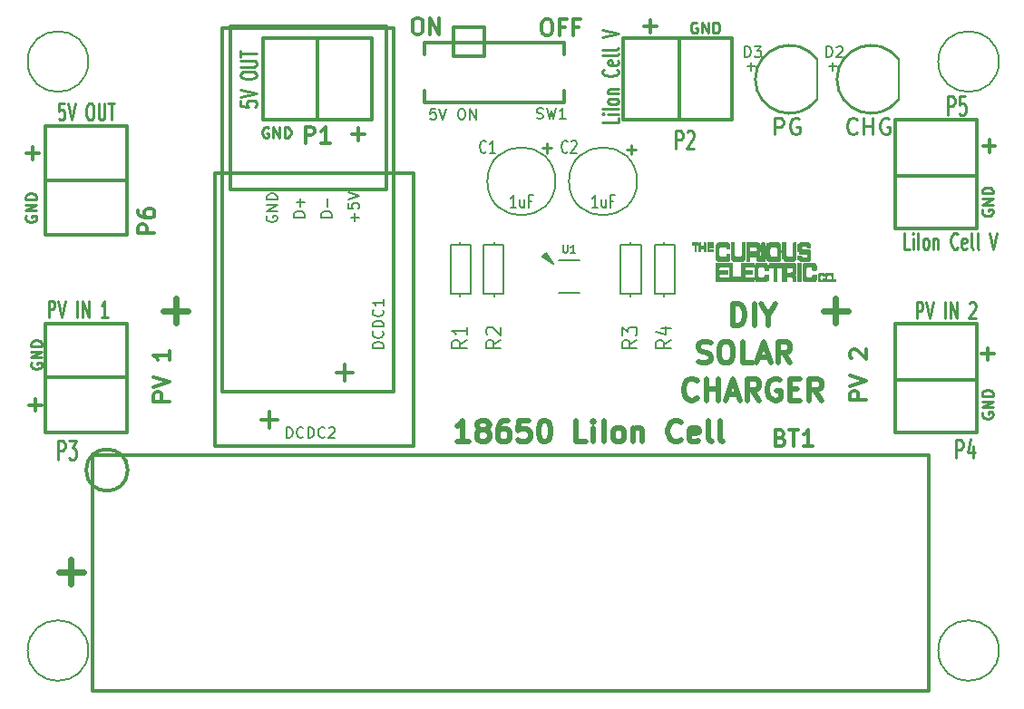
<source format=gbr>
G04 #@! TF.FileFunction,Legend,Top*
%FSLAX46Y46*%
G04 Gerber Fmt 4.6, Leading zero omitted, Abs format (unit mm)*
G04 Created by KiCad (PCBNEW 4.0.4-stable) date 09/06/17 14:28:44*
%MOMM*%
%LPD*%
G01*
G04 APERTURE LIST*
%ADD10C,0.100000*%
%ADD11C,0.300000*%
%ADD12C,0.600000*%
%ADD13C,0.500000*%
%ADD14C,0.200000*%
%ADD15C,0.150000*%
%ADD16C,0.127000*%
%ADD17C,0.010000*%
%ADD18C,0.203200*%
%ADD19C,0.254000*%
%ADD20C,0.285750*%
%ADD21C,0.287020*%
%ADD22C,0.304800*%
%ADD23C,0.250000*%
%ADD24C,0.271780*%
G04 APERTURE END LIST*
D10*
D11*
X81069571Y29047572D02*
X79569571Y29047572D01*
X79569571Y29619000D01*
X79641000Y29761858D01*
X79712429Y29833286D01*
X79855286Y29904715D01*
X80069571Y29904715D01*
X80212429Y29833286D01*
X80283857Y29761858D01*
X80355286Y29619000D01*
X80355286Y29047572D01*
X79569571Y30333286D02*
X81069571Y30833286D01*
X79569571Y31333286D01*
X79712429Y32904714D02*
X79641000Y32976143D01*
X79569571Y33119000D01*
X79569571Y33476143D01*
X79641000Y33619000D01*
X79712429Y33690429D01*
X79855286Y33761857D01*
X79998143Y33761857D01*
X80212429Y33690429D01*
X81069571Y32833286D01*
X81069571Y33761857D01*
X16045571Y28920572D02*
X14545571Y28920572D01*
X14545571Y29492000D01*
X14617000Y29634858D01*
X14688429Y29706286D01*
X14831286Y29777715D01*
X15045571Y29777715D01*
X15188429Y29706286D01*
X15259857Y29634858D01*
X15331286Y29492000D01*
X15331286Y28920572D01*
X14545571Y30206286D02*
X16045571Y30706286D01*
X14545571Y31206286D01*
X16045571Y33634857D02*
X16045571Y32777714D01*
X16045571Y33206286D02*
X14545571Y33206286D01*
X14759857Y33063429D01*
X14902714Y32920571D01*
X14974143Y32777714D01*
X51149429Y64575429D02*
X51435143Y64575429D01*
X51578001Y64504000D01*
X51720858Y64361143D01*
X51792286Y64075429D01*
X51792286Y63575429D01*
X51720858Y63289714D01*
X51578001Y63146857D01*
X51435143Y63075429D01*
X51149429Y63075429D01*
X51006572Y63146857D01*
X50863715Y63289714D01*
X50792286Y63575429D01*
X50792286Y64075429D01*
X50863715Y64361143D01*
X51006572Y64504000D01*
X51149429Y64575429D01*
X52935144Y63861143D02*
X52435144Y63861143D01*
X52435144Y63075429D02*
X52435144Y64575429D01*
X53149430Y64575429D01*
X54220858Y63861143D02*
X53720858Y63861143D01*
X53720858Y63075429D02*
X53720858Y64575429D01*
X54435144Y64575429D01*
X39076428Y64702429D02*
X39362142Y64702429D01*
X39505000Y64631000D01*
X39647857Y64488143D01*
X39719285Y64202429D01*
X39719285Y63702429D01*
X39647857Y63416714D01*
X39505000Y63273857D01*
X39362142Y63202429D01*
X39076428Y63202429D01*
X38933571Y63273857D01*
X38790714Y63416714D01*
X38719285Y63702429D01*
X38719285Y64202429D01*
X38790714Y64488143D01*
X38933571Y64631000D01*
X39076428Y64702429D01*
X40362143Y63202429D02*
X40362143Y64702429D01*
X41219286Y63202429D01*
X41219286Y64702429D01*
D12*
X77089143Y37377714D02*
X79374857Y37377714D01*
X78232000Y36234857D02*
X78232000Y38520571D01*
X15494143Y37377714D02*
X17779857Y37377714D01*
X16637000Y36234857D02*
X16637000Y38520571D01*
D13*
X68627857Y35996238D02*
X68627857Y37996238D01*
X69104048Y37996238D01*
X69389762Y37901000D01*
X69580238Y37710524D01*
X69675477Y37520048D01*
X69770715Y37139095D01*
X69770715Y36853381D01*
X69675477Y36472429D01*
X69580238Y36281952D01*
X69389762Y36091476D01*
X69104048Y35996238D01*
X68627857Y35996238D01*
X70627857Y35996238D02*
X70627857Y37996238D01*
X71961191Y36948619D02*
X71961191Y35996238D01*
X71294524Y37996238D02*
X71961191Y36948619D01*
X72627858Y37996238D01*
X65437380Y32591476D02*
X65723095Y32496238D01*
X66199285Y32496238D01*
X66389761Y32591476D01*
X66484999Y32686714D01*
X66580238Y32877190D01*
X66580238Y33067667D01*
X66484999Y33258143D01*
X66389761Y33353381D01*
X66199285Y33448619D01*
X65818333Y33543857D01*
X65627857Y33639095D01*
X65532618Y33734333D01*
X65437380Y33924810D01*
X65437380Y34115286D01*
X65532618Y34305762D01*
X65627857Y34401000D01*
X65818333Y34496238D01*
X66294523Y34496238D01*
X66580238Y34401000D01*
X67818333Y34496238D02*
X68199285Y34496238D01*
X68389761Y34401000D01*
X68580238Y34210524D01*
X68675476Y33829571D01*
X68675476Y33162905D01*
X68580238Y32781952D01*
X68389761Y32591476D01*
X68199285Y32496238D01*
X67818333Y32496238D01*
X67627857Y32591476D01*
X67437380Y32781952D01*
X67342142Y33162905D01*
X67342142Y33829571D01*
X67437380Y34210524D01*
X67627857Y34401000D01*
X67818333Y34496238D01*
X70484999Y32496238D02*
X69532618Y32496238D01*
X69532618Y34496238D01*
X71056428Y33067667D02*
X72008809Y33067667D01*
X70865952Y32496238D02*
X71532619Y34496238D01*
X72199286Y32496238D01*
X74008810Y32496238D02*
X73342143Y33448619D01*
X72865952Y32496238D02*
X72865952Y34496238D01*
X73627857Y34496238D01*
X73818333Y34401000D01*
X73913572Y34305762D01*
X74008810Y34115286D01*
X74008810Y33829571D01*
X73913572Y33639095D01*
X73818333Y33543857D01*
X73627857Y33448619D01*
X72865952Y33448619D01*
X65294524Y29186714D02*
X65199286Y29091476D01*
X64913571Y28996238D01*
X64723095Y28996238D01*
X64437381Y29091476D01*
X64246905Y29281952D01*
X64151666Y29472429D01*
X64056428Y29853381D01*
X64056428Y30139095D01*
X64151666Y30520048D01*
X64246905Y30710524D01*
X64437381Y30901000D01*
X64723095Y30996238D01*
X64913571Y30996238D01*
X65199286Y30901000D01*
X65294524Y30805762D01*
X66151666Y28996238D02*
X66151666Y30996238D01*
X66151666Y30043857D02*
X67294524Y30043857D01*
X67294524Y28996238D02*
X67294524Y30996238D01*
X68151666Y29567667D02*
X69104047Y29567667D01*
X67961190Y28996238D02*
X68627857Y30996238D01*
X69294524Y28996238D01*
X71104048Y28996238D02*
X70437381Y29948619D01*
X69961190Y28996238D02*
X69961190Y30996238D01*
X70723095Y30996238D01*
X70913571Y30901000D01*
X71008810Y30805762D01*
X71104048Y30615286D01*
X71104048Y30329571D01*
X71008810Y30139095D01*
X70913571Y30043857D01*
X70723095Y29948619D01*
X69961190Y29948619D01*
X73008810Y30901000D02*
X72818333Y30996238D01*
X72532619Y30996238D01*
X72246905Y30901000D01*
X72056429Y30710524D01*
X71961190Y30520048D01*
X71865952Y30139095D01*
X71865952Y29853381D01*
X71961190Y29472429D01*
X72056429Y29281952D01*
X72246905Y29091476D01*
X72532619Y28996238D01*
X72723095Y28996238D01*
X73008810Y29091476D01*
X73104048Y29186714D01*
X73104048Y29853381D01*
X72723095Y29853381D01*
X73961190Y30043857D02*
X74627857Y30043857D01*
X74913571Y28996238D02*
X73961190Y28996238D01*
X73961190Y30996238D01*
X74913571Y30996238D01*
X76913572Y28996238D02*
X76246905Y29948619D01*
X75770714Y28996238D02*
X75770714Y30996238D01*
X76532619Y30996238D01*
X76723095Y30901000D01*
X76818334Y30805762D01*
X76913572Y30615286D01*
X76913572Y30329571D01*
X76818334Y30139095D01*
X76723095Y30043857D01*
X76532619Y29948619D01*
X75770714Y29948619D01*
D11*
X21695000Y63955000D02*
X21695000Y48715000D01*
X21695000Y48715000D02*
X36300000Y48715000D01*
X36300000Y48715000D02*
X36300000Y63955000D01*
X36300000Y63955000D02*
X21695000Y63955000D01*
X20955000Y29770000D02*
X36955000Y29770000D01*
X36955000Y29770000D02*
X36955000Y63770000D01*
X36955000Y63770000D02*
X20955000Y63770000D01*
X20955000Y63770000D02*
X20955000Y29770000D01*
X20320000Y24690000D02*
X38820000Y24690000D01*
X38820000Y24690000D02*
X38820000Y50190000D01*
X38820000Y50190000D02*
X20320000Y50190000D01*
X20320000Y50190000D02*
X20320000Y24690000D01*
D14*
X43180000Y43486000D02*
X43180000Y43740000D01*
X43180000Y38914000D02*
X43180000Y38660000D01*
X44196000Y43486000D02*
X42291000Y43486000D01*
X42291000Y43486000D02*
X42291000Y38914000D01*
X42291000Y38914000D02*
X44196000Y38914000D01*
X44196000Y38914000D02*
X44196000Y43486000D01*
X46355000Y38914000D02*
X46355000Y38660000D01*
X46355000Y43486000D02*
X46355000Y43740000D01*
X45339000Y38914000D02*
X47244000Y38914000D01*
X47244000Y38914000D02*
X47244000Y43486000D01*
X47244000Y43486000D02*
X45339000Y43486000D01*
X45339000Y43486000D02*
X45339000Y38914000D01*
X59055000Y43486000D02*
X59055000Y43740000D01*
X59055000Y38914000D02*
X59055000Y38660000D01*
X60071000Y43486000D02*
X58166000Y43486000D01*
X58166000Y43486000D02*
X58166000Y38914000D01*
X58166000Y38914000D02*
X60071000Y38914000D01*
X60071000Y38914000D02*
X60071000Y43486000D01*
X62230000Y43486000D02*
X62230000Y43740000D01*
X62230000Y38914000D02*
X62230000Y38660000D01*
X63246000Y43486000D02*
X61341000Y43486000D01*
X61341000Y43486000D02*
X61341000Y38914000D01*
X61341000Y38914000D02*
X63246000Y38914000D01*
X63246000Y38914000D02*
X63246000Y43486000D01*
D15*
X52340000Y39065000D02*
X54340000Y39065000D01*
X52340000Y42065000D02*
X54340000Y42065000D01*
X51890000Y41765000D02*
X50940000Y42515000D01*
X51890000Y41765000D02*
X51140000Y42715000D01*
X51215000Y42790000D02*
X50865000Y42440000D01*
X50865000Y42440000D02*
X51890000Y41765000D01*
X51890000Y41765000D02*
X51215000Y42790000D01*
X51890000Y41765000D02*
X51040000Y42615000D01*
D16*
X52070000Y49455000D02*
G75*
G03X52070000Y49455000I-3175000J0D01*
G01*
X59690000Y49455000D02*
G75*
G03X59690000Y49455000I-3175000J0D01*
G01*
D17*
G36*
X64786000Y43799000D02*
X64876000Y43799000D01*
X64876000Y43709000D01*
X64786000Y43709000D01*
X64786000Y43799000D01*
X64786000Y43799000D01*
G37*
X64786000Y43799000D02*
X64876000Y43799000D01*
X64876000Y43709000D01*
X64786000Y43709000D01*
X64786000Y43799000D01*
G36*
X64876000Y43799000D02*
X64966000Y43799000D01*
X64966000Y43709000D01*
X64876000Y43709000D01*
X64876000Y43799000D01*
X64876000Y43799000D01*
G37*
X64876000Y43799000D02*
X64966000Y43799000D01*
X64966000Y43709000D01*
X64876000Y43709000D01*
X64876000Y43799000D01*
G36*
X64966000Y43799000D02*
X65056000Y43799000D01*
X65056000Y43709000D01*
X64966000Y43709000D01*
X64966000Y43799000D01*
X64966000Y43799000D01*
G37*
X64966000Y43799000D02*
X65056000Y43799000D01*
X65056000Y43709000D01*
X64966000Y43709000D01*
X64966000Y43799000D01*
G36*
X65056000Y43799000D02*
X65146000Y43799000D01*
X65146000Y43709000D01*
X65056000Y43709000D01*
X65056000Y43799000D01*
X65056000Y43799000D01*
G37*
X65056000Y43799000D02*
X65146000Y43799000D01*
X65146000Y43709000D01*
X65056000Y43709000D01*
X65056000Y43799000D01*
G36*
X65146000Y43799000D02*
X65236000Y43799000D01*
X65236000Y43709000D01*
X65146000Y43709000D01*
X65146000Y43799000D01*
X65146000Y43799000D01*
G37*
X65146000Y43799000D02*
X65236000Y43799000D01*
X65236000Y43709000D01*
X65146000Y43709000D01*
X65146000Y43799000D01*
G36*
X65236000Y43799000D02*
X65326000Y43799000D01*
X65326000Y43709000D01*
X65236000Y43709000D01*
X65236000Y43799000D01*
X65236000Y43799000D01*
G37*
X65236000Y43799000D02*
X65326000Y43799000D01*
X65326000Y43709000D01*
X65236000Y43709000D01*
X65236000Y43799000D01*
G36*
X65506000Y43799000D02*
X65596000Y43799000D01*
X65596000Y43709000D01*
X65506000Y43709000D01*
X65506000Y43799000D01*
X65506000Y43799000D01*
G37*
X65506000Y43799000D02*
X65596000Y43799000D01*
X65596000Y43709000D01*
X65506000Y43709000D01*
X65506000Y43799000D01*
G36*
X65956000Y43799000D02*
X66046000Y43799000D01*
X66046000Y43709000D01*
X65956000Y43709000D01*
X65956000Y43799000D01*
X65956000Y43799000D01*
G37*
X65956000Y43799000D02*
X66046000Y43799000D01*
X66046000Y43709000D01*
X65956000Y43709000D01*
X65956000Y43799000D01*
G36*
X66226000Y43799000D02*
X66316000Y43799000D01*
X66316000Y43709000D01*
X66226000Y43709000D01*
X66226000Y43799000D01*
X66226000Y43799000D01*
G37*
X66226000Y43799000D02*
X66316000Y43799000D01*
X66316000Y43709000D01*
X66226000Y43709000D01*
X66226000Y43799000D01*
G36*
X66316000Y43799000D02*
X66406000Y43799000D01*
X66406000Y43709000D01*
X66316000Y43709000D01*
X66316000Y43799000D01*
X66316000Y43799000D01*
G37*
X66316000Y43799000D02*
X66406000Y43799000D01*
X66406000Y43709000D01*
X66316000Y43709000D01*
X66316000Y43799000D01*
G36*
X66406000Y43799000D02*
X66496000Y43799000D01*
X66496000Y43709000D01*
X66406000Y43709000D01*
X66406000Y43799000D01*
X66406000Y43799000D01*
G37*
X66406000Y43799000D02*
X66496000Y43799000D01*
X66496000Y43709000D01*
X66406000Y43709000D01*
X66406000Y43799000D01*
G36*
X66496000Y43799000D02*
X66586000Y43799000D01*
X66586000Y43709000D01*
X66496000Y43709000D01*
X66496000Y43799000D01*
X66496000Y43799000D01*
G37*
X66496000Y43799000D02*
X66586000Y43799000D01*
X66586000Y43709000D01*
X66496000Y43709000D01*
X66496000Y43799000D01*
G36*
X66586000Y43799000D02*
X66676000Y43799000D01*
X66676000Y43709000D01*
X66586000Y43709000D01*
X66586000Y43799000D01*
X66586000Y43799000D01*
G37*
X66586000Y43799000D02*
X66676000Y43799000D01*
X66676000Y43709000D01*
X66586000Y43709000D01*
X66586000Y43799000D01*
G36*
X66676000Y43799000D02*
X66766000Y43799000D01*
X66766000Y43709000D01*
X66676000Y43709000D01*
X66676000Y43799000D01*
X66676000Y43799000D01*
G37*
X66676000Y43799000D02*
X66766000Y43799000D01*
X66766000Y43709000D01*
X66676000Y43709000D01*
X66676000Y43799000D01*
G36*
X67306000Y43799000D02*
X67396000Y43799000D01*
X67396000Y43709000D01*
X67306000Y43709000D01*
X67306000Y43799000D01*
X67306000Y43799000D01*
G37*
X67306000Y43799000D02*
X67396000Y43799000D01*
X67396000Y43709000D01*
X67306000Y43709000D01*
X67306000Y43799000D01*
G36*
X67396000Y43799000D02*
X67486000Y43799000D01*
X67486000Y43709000D01*
X67396000Y43709000D01*
X67396000Y43799000D01*
X67396000Y43799000D01*
G37*
X67396000Y43799000D02*
X67486000Y43799000D01*
X67486000Y43709000D01*
X67396000Y43709000D01*
X67396000Y43799000D01*
G36*
X67486000Y43799000D02*
X67576000Y43799000D01*
X67576000Y43709000D01*
X67486000Y43709000D01*
X67486000Y43799000D01*
X67486000Y43799000D01*
G37*
X67486000Y43799000D02*
X67576000Y43799000D01*
X67576000Y43709000D01*
X67486000Y43709000D01*
X67486000Y43799000D01*
G36*
X67576000Y43799000D02*
X67666000Y43799000D01*
X67666000Y43709000D01*
X67576000Y43709000D01*
X67576000Y43799000D01*
X67576000Y43799000D01*
G37*
X67576000Y43799000D02*
X67666000Y43799000D01*
X67666000Y43709000D01*
X67576000Y43709000D01*
X67576000Y43799000D01*
G36*
X67666000Y43799000D02*
X67756000Y43799000D01*
X67756000Y43709000D01*
X67666000Y43709000D01*
X67666000Y43799000D01*
X67666000Y43799000D01*
G37*
X67666000Y43799000D02*
X67756000Y43799000D01*
X67756000Y43709000D01*
X67666000Y43709000D01*
X67666000Y43799000D01*
G36*
X67756000Y43799000D02*
X67846000Y43799000D01*
X67846000Y43709000D01*
X67756000Y43709000D01*
X67756000Y43799000D01*
X67756000Y43799000D01*
G37*
X67756000Y43799000D02*
X67846000Y43799000D01*
X67846000Y43709000D01*
X67756000Y43709000D01*
X67756000Y43799000D01*
G36*
X67846000Y43799000D02*
X67936000Y43799000D01*
X67936000Y43709000D01*
X67846000Y43709000D01*
X67846000Y43799000D01*
X67846000Y43799000D01*
G37*
X67846000Y43799000D02*
X67936000Y43799000D01*
X67936000Y43709000D01*
X67846000Y43709000D01*
X67846000Y43799000D01*
G36*
X67936000Y43799000D02*
X68026000Y43799000D01*
X68026000Y43709000D01*
X67936000Y43709000D01*
X67936000Y43799000D01*
X67936000Y43799000D01*
G37*
X67936000Y43799000D02*
X68026000Y43799000D01*
X68026000Y43709000D01*
X67936000Y43709000D01*
X67936000Y43799000D01*
G36*
X68026000Y43799000D02*
X68116000Y43799000D01*
X68116000Y43709000D01*
X68026000Y43709000D01*
X68026000Y43799000D01*
X68026000Y43799000D01*
G37*
X68026000Y43799000D02*
X68116000Y43799000D01*
X68116000Y43709000D01*
X68026000Y43709000D01*
X68026000Y43799000D01*
G36*
X68476000Y43799000D02*
X68566000Y43799000D01*
X68566000Y43709000D01*
X68476000Y43709000D01*
X68476000Y43799000D01*
X68476000Y43799000D01*
G37*
X68476000Y43799000D02*
X68566000Y43799000D01*
X68566000Y43709000D01*
X68476000Y43709000D01*
X68476000Y43799000D01*
G36*
X68566000Y43799000D02*
X68656000Y43799000D01*
X68656000Y43709000D01*
X68566000Y43709000D01*
X68566000Y43799000D01*
X68566000Y43799000D01*
G37*
X68566000Y43799000D02*
X68656000Y43799000D01*
X68656000Y43709000D01*
X68566000Y43709000D01*
X68566000Y43799000D01*
G36*
X68656000Y43799000D02*
X68746000Y43799000D01*
X68746000Y43709000D01*
X68656000Y43709000D01*
X68656000Y43799000D01*
X68656000Y43799000D01*
G37*
X68656000Y43799000D02*
X68746000Y43799000D01*
X68746000Y43709000D01*
X68656000Y43709000D01*
X68656000Y43799000D01*
G36*
X69466000Y43799000D02*
X69556000Y43799000D01*
X69556000Y43709000D01*
X69466000Y43709000D01*
X69466000Y43799000D01*
X69466000Y43799000D01*
G37*
X69466000Y43799000D02*
X69556000Y43799000D01*
X69556000Y43709000D01*
X69466000Y43709000D01*
X69466000Y43799000D01*
G36*
X69556000Y43799000D02*
X69646000Y43799000D01*
X69646000Y43709000D01*
X69556000Y43709000D01*
X69556000Y43799000D01*
X69556000Y43799000D01*
G37*
X69556000Y43799000D02*
X69646000Y43799000D01*
X69646000Y43709000D01*
X69556000Y43709000D01*
X69556000Y43799000D01*
G36*
X69646000Y43799000D02*
X69736000Y43799000D01*
X69736000Y43709000D01*
X69646000Y43709000D01*
X69646000Y43799000D01*
X69646000Y43799000D01*
G37*
X69646000Y43799000D02*
X69736000Y43799000D01*
X69736000Y43709000D01*
X69646000Y43709000D01*
X69646000Y43799000D01*
G36*
X69916000Y43799000D02*
X70006000Y43799000D01*
X70006000Y43709000D01*
X69916000Y43709000D01*
X69916000Y43799000D01*
X69916000Y43799000D01*
G37*
X69916000Y43799000D02*
X70006000Y43799000D01*
X70006000Y43709000D01*
X69916000Y43709000D01*
X69916000Y43799000D01*
G36*
X70006000Y43799000D02*
X70096000Y43799000D01*
X70096000Y43709000D01*
X70006000Y43709000D01*
X70006000Y43799000D01*
X70006000Y43799000D01*
G37*
X70006000Y43799000D02*
X70096000Y43799000D01*
X70096000Y43709000D01*
X70006000Y43709000D01*
X70006000Y43799000D01*
G36*
X70096000Y43799000D02*
X70186000Y43799000D01*
X70186000Y43709000D01*
X70096000Y43709000D01*
X70096000Y43799000D01*
X70096000Y43799000D01*
G37*
X70096000Y43799000D02*
X70186000Y43799000D01*
X70186000Y43709000D01*
X70096000Y43709000D01*
X70096000Y43799000D01*
G36*
X70186000Y43799000D02*
X70276000Y43799000D01*
X70276000Y43709000D01*
X70186000Y43709000D01*
X70186000Y43799000D01*
X70186000Y43799000D01*
G37*
X70186000Y43799000D02*
X70276000Y43799000D01*
X70276000Y43709000D01*
X70186000Y43709000D01*
X70186000Y43799000D01*
G36*
X70276000Y43799000D02*
X70366000Y43799000D01*
X70366000Y43709000D01*
X70276000Y43709000D01*
X70276000Y43799000D01*
X70276000Y43799000D01*
G37*
X70276000Y43799000D02*
X70366000Y43799000D01*
X70366000Y43709000D01*
X70276000Y43709000D01*
X70276000Y43799000D01*
G36*
X70366000Y43799000D02*
X70456000Y43799000D01*
X70456000Y43709000D01*
X70366000Y43709000D01*
X70366000Y43799000D01*
X70366000Y43799000D01*
G37*
X70366000Y43799000D02*
X70456000Y43799000D01*
X70456000Y43709000D01*
X70366000Y43709000D01*
X70366000Y43799000D01*
G36*
X70456000Y43799000D02*
X70546000Y43799000D01*
X70546000Y43709000D01*
X70456000Y43709000D01*
X70456000Y43799000D01*
X70456000Y43799000D01*
G37*
X70456000Y43799000D02*
X70546000Y43799000D01*
X70546000Y43709000D01*
X70456000Y43709000D01*
X70456000Y43799000D01*
G36*
X70546000Y43799000D02*
X70636000Y43799000D01*
X70636000Y43709000D01*
X70546000Y43709000D01*
X70546000Y43799000D01*
X70546000Y43799000D01*
G37*
X70546000Y43799000D02*
X70636000Y43799000D01*
X70636000Y43709000D01*
X70546000Y43709000D01*
X70546000Y43799000D01*
G36*
X70636000Y43799000D02*
X70726000Y43799000D01*
X70726000Y43709000D01*
X70636000Y43709000D01*
X70636000Y43799000D01*
X70636000Y43799000D01*
G37*
X70636000Y43799000D02*
X70726000Y43799000D01*
X70726000Y43709000D01*
X70636000Y43709000D01*
X70636000Y43799000D01*
G36*
X70726000Y43799000D02*
X70816000Y43799000D01*
X70816000Y43709000D01*
X70726000Y43709000D01*
X70726000Y43799000D01*
X70726000Y43799000D01*
G37*
X70726000Y43799000D02*
X70816000Y43799000D01*
X70816000Y43709000D01*
X70726000Y43709000D01*
X70726000Y43799000D01*
G36*
X70816000Y43799000D02*
X70906000Y43799000D01*
X70906000Y43709000D01*
X70816000Y43709000D01*
X70816000Y43799000D01*
X70816000Y43799000D01*
G37*
X70816000Y43799000D02*
X70906000Y43799000D01*
X70906000Y43709000D01*
X70816000Y43709000D01*
X70816000Y43799000D01*
G36*
X71356000Y43799000D02*
X71446000Y43799000D01*
X71446000Y43709000D01*
X71356000Y43709000D01*
X71356000Y43799000D01*
X71356000Y43799000D01*
G37*
X71356000Y43799000D02*
X71446000Y43799000D01*
X71446000Y43709000D01*
X71356000Y43709000D01*
X71356000Y43799000D01*
G36*
X71446000Y43799000D02*
X71536000Y43799000D01*
X71536000Y43709000D01*
X71446000Y43709000D01*
X71446000Y43799000D01*
X71446000Y43799000D01*
G37*
X71446000Y43799000D02*
X71536000Y43799000D01*
X71536000Y43709000D01*
X71446000Y43709000D01*
X71446000Y43799000D01*
G36*
X71986000Y43799000D02*
X72076000Y43799000D01*
X72076000Y43709000D01*
X71986000Y43709000D01*
X71986000Y43799000D01*
X71986000Y43799000D01*
G37*
X71986000Y43799000D02*
X72076000Y43799000D01*
X72076000Y43709000D01*
X71986000Y43709000D01*
X71986000Y43799000D01*
G36*
X72076000Y43799000D02*
X72166000Y43799000D01*
X72166000Y43709000D01*
X72076000Y43709000D01*
X72076000Y43799000D01*
X72076000Y43799000D01*
G37*
X72076000Y43799000D02*
X72166000Y43799000D01*
X72166000Y43709000D01*
X72076000Y43709000D01*
X72076000Y43799000D01*
G36*
X72166000Y43799000D02*
X72256000Y43799000D01*
X72256000Y43709000D01*
X72166000Y43709000D01*
X72166000Y43799000D01*
X72166000Y43799000D01*
G37*
X72166000Y43799000D02*
X72256000Y43799000D01*
X72256000Y43709000D01*
X72166000Y43709000D01*
X72166000Y43799000D01*
G36*
X72256000Y43799000D02*
X72346000Y43799000D01*
X72346000Y43709000D01*
X72256000Y43709000D01*
X72256000Y43799000D01*
X72256000Y43799000D01*
G37*
X72256000Y43799000D02*
X72346000Y43799000D01*
X72346000Y43709000D01*
X72256000Y43709000D01*
X72256000Y43799000D01*
G36*
X72346000Y43799000D02*
X72436000Y43799000D01*
X72436000Y43709000D01*
X72346000Y43709000D01*
X72346000Y43799000D01*
X72346000Y43799000D01*
G37*
X72346000Y43799000D02*
X72436000Y43799000D01*
X72436000Y43709000D01*
X72346000Y43709000D01*
X72346000Y43799000D01*
G36*
X72436000Y43799000D02*
X72526000Y43799000D01*
X72526000Y43709000D01*
X72436000Y43709000D01*
X72436000Y43799000D01*
X72436000Y43799000D01*
G37*
X72436000Y43799000D02*
X72526000Y43799000D01*
X72526000Y43709000D01*
X72436000Y43709000D01*
X72436000Y43799000D01*
G36*
X72526000Y43799000D02*
X72616000Y43799000D01*
X72616000Y43709000D01*
X72526000Y43709000D01*
X72526000Y43799000D01*
X72526000Y43799000D01*
G37*
X72526000Y43799000D02*
X72616000Y43799000D01*
X72616000Y43709000D01*
X72526000Y43709000D01*
X72526000Y43799000D01*
G36*
X72616000Y43799000D02*
X72706000Y43799000D01*
X72706000Y43709000D01*
X72616000Y43709000D01*
X72616000Y43799000D01*
X72616000Y43799000D01*
G37*
X72616000Y43799000D02*
X72706000Y43799000D01*
X72706000Y43709000D01*
X72616000Y43709000D01*
X72616000Y43799000D01*
G36*
X72706000Y43799000D02*
X72796000Y43799000D01*
X72796000Y43709000D01*
X72706000Y43709000D01*
X72706000Y43799000D01*
X72706000Y43799000D01*
G37*
X72706000Y43799000D02*
X72796000Y43799000D01*
X72796000Y43709000D01*
X72706000Y43709000D01*
X72706000Y43799000D01*
G36*
X72796000Y43799000D02*
X72886000Y43799000D01*
X72886000Y43709000D01*
X72796000Y43709000D01*
X72796000Y43799000D01*
X72796000Y43799000D01*
G37*
X72796000Y43799000D02*
X72886000Y43799000D01*
X72886000Y43709000D01*
X72796000Y43709000D01*
X72796000Y43799000D01*
G36*
X73246000Y43799000D02*
X73336000Y43799000D01*
X73336000Y43709000D01*
X73246000Y43709000D01*
X73246000Y43799000D01*
X73246000Y43799000D01*
G37*
X73246000Y43799000D02*
X73336000Y43799000D01*
X73336000Y43709000D01*
X73246000Y43709000D01*
X73246000Y43799000D01*
G36*
X73336000Y43799000D02*
X73426000Y43799000D01*
X73426000Y43709000D01*
X73336000Y43709000D01*
X73336000Y43799000D01*
X73336000Y43799000D01*
G37*
X73336000Y43799000D02*
X73426000Y43799000D01*
X73426000Y43709000D01*
X73336000Y43709000D01*
X73336000Y43799000D01*
G36*
X73426000Y43799000D02*
X73516000Y43799000D01*
X73516000Y43709000D01*
X73426000Y43709000D01*
X73426000Y43799000D01*
X73426000Y43799000D01*
G37*
X73426000Y43799000D02*
X73516000Y43799000D01*
X73516000Y43709000D01*
X73426000Y43709000D01*
X73426000Y43799000D01*
G36*
X74326000Y43799000D02*
X74416000Y43799000D01*
X74416000Y43709000D01*
X74326000Y43709000D01*
X74326000Y43799000D01*
X74326000Y43799000D01*
G37*
X74326000Y43799000D02*
X74416000Y43799000D01*
X74416000Y43709000D01*
X74326000Y43709000D01*
X74326000Y43799000D01*
G36*
X74416000Y43799000D02*
X74506000Y43799000D01*
X74506000Y43709000D01*
X74416000Y43709000D01*
X74416000Y43799000D01*
X74416000Y43799000D01*
G37*
X74416000Y43799000D02*
X74506000Y43799000D01*
X74506000Y43709000D01*
X74416000Y43709000D01*
X74416000Y43799000D01*
G36*
X74866000Y43799000D02*
X74956000Y43799000D01*
X74956000Y43709000D01*
X74866000Y43709000D01*
X74866000Y43799000D01*
X74866000Y43799000D01*
G37*
X74866000Y43799000D02*
X74956000Y43799000D01*
X74956000Y43709000D01*
X74866000Y43709000D01*
X74866000Y43799000D01*
G36*
X74956000Y43799000D02*
X75046000Y43799000D01*
X75046000Y43709000D01*
X74956000Y43709000D01*
X74956000Y43799000D01*
X74956000Y43799000D01*
G37*
X74956000Y43799000D02*
X75046000Y43799000D01*
X75046000Y43709000D01*
X74956000Y43709000D01*
X74956000Y43799000D01*
G36*
X75046000Y43799000D02*
X75136000Y43799000D01*
X75136000Y43709000D01*
X75046000Y43709000D01*
X75046000Y43799000D01*
X75046000Y43799000D01*
G37*
X75046000Y43799000D02*
X75136000Y43799000D01*
X75136000Y43709000D01*
X75046000Y43709000D01*
X75046000Y43799000D01*
G36*
X75136000Y43799000D02*
X75226000Y43799000D01*
X75226000Y43709000D01*
X75136000Y43709000D01*
X75136000Y43799000D01*
X75136000Y43799000D01*
G37*
X75136000Y43799000D02*
X75226000Y43799000D01*
X75226000Y43709000D01*
X75136000Y43709000D01*
X75136000Y43799000D01*
G36*
X75226000Y43799000D02*
X75316000Y43799000D01*
X75316000Y43709000D01*
X75226000Y43709000D01*
X75226000Y43799000D01*
X75226000Y43799000D01*
G37*
X75226000Y43799000D02*
X75316000Y43799000D01*
X75316000Y43709000D01*
X75226000Y43709000D01*
X75226000Y43799000D01*
G36*
X75316000Y43799000D02*
X75406000Y43799000D01*
X75406000Y43709000D01*
X75316000Y43709000D01*
X75316000Y43799000D01*
X75316000Y43799000D01*
G37*
X75316000Y43799000D02*
X75406000Y43799000D01*
X75406000Y43709000D01*
X75316000Y43709000D01*
X75316000Y43799000D01*
G36*
X75406000Y43799000D02*
X75496000Y43799000D01*
X75496000Y43709000D01*
X75406000Y43709000D01*
X75406000Y43799000D01*
X75406000Y43799000D01*
G37*
X75406000Y43799000D02*
X75496000Y43799000D01*
X75496000Y43709000D01*
X75406000Y43709000D01*
X75406000Y43799000D01*
G36*
X75496000Y43799000D02*
X75586000Y43799000D01*
X75586000Y43709000D01*
X75496000Y43709000D01*
X75496000Y43799000D01*
X75496000Y43799000D01*
G37*
X75496000Y43799000D02*
X75586000Y43799000D01*
X75586000Y43709000D01*
X75496000Y43709000D01*
X75496000Y43799000D01*
G36*
X75586000Y43799000D02*
X75676000Y43799000D01*
X75676000Y43709000D01*
X75586000Y43709000D01*
X75586000Y43799000D01*
X75586000Y43799000D01*
G37*
X75586000Y43799000D02*
X75676000Y43799000D01*
X75676000Y43709000D01*
X75586000Y43709000D01*
X75586000Y43799000D01*
G36*
X64786000Y43709000D02*
X64876000Y43709000D01*
X64876000Y43619000D01*
X64786000Y43619000D01*
X64786000Y43709000D01*
X64786000Y43709000D01*
G37*
X64786000Y43709000D02*
X64876000Y43709000D01*
X64876000Y43619000D01*
X64786000Y43619000D01*
X64786000Y43709000D01*
G36*
X64876000Y43709000D02*
X64966000Y43709000D01*
X64966000Y43619000D01*
X64876000Y43619000D01*
X64876000Y43709000D01*
X64876000Y43709000D01*
G37*
X64876000Y43709000D02*
X64966000Y43709000D01*
X64966000Y43619000D01*
X64876000Y43619000D01*
X64876000Y43709000D01*
G36*
X64966000Y43709000D02*
X65056000Y43709000D01*
X65056000Y43619000D01*
X64966000Y43619000D01*
X64966000Y43709000D01*
X64966000Y43709000D01*
G37*
X64966000Y43709000D02*
X65056000Y43709000D01*
X65056000Y43619000D01*
X64966000Y43619000D01*
X64966000Y43709000D01*
G36*
X65056000Y43709000D02*
X65146000Y43709000D01*
X65146000Y43619000D01*
X65056000Y43619000D01*
X65056000Y43709000D01*
X65056000Y43709000D01*
G37*
X65056000Y43709000D02*
X65146000Y43709000D01*
X65146000Y43619000D01*
X65056000Y43619000D01*
X65056000Y43709000D01*
G36*
X65146000Y43709000D02*
X65236000Y43709000D01*
X65236000Y43619000D01*
X65146000Y43619000D01*
X65146000Y43709000D01*
X65146000Y43709000D01*
G37*
X65146000Y43709000D02*
X65236000Y43709000D01*
X65236000Y43619000D01*
X65146000Y43619000D01*
X65146000Y43709000D01*
G36*
X65236000Y43709000D02*
X65326000Y43709000D01*
X65326000Y43619000D01*
X65236000Y43619000D01*
X65236000Y43709000D01*
X65236000Y43709000D01*
G37*
X65236000Y43709000D02*
X65326000Y43709000D01*
X65326000Y43619000D01*
X65236000Y43619000D01*
X65236000Y43709000D01*
G36*
X65326000Y43709000D02*
X65416000Y43709000D01*
X65416000Y43619000D01*
X65326000Y43619000D01*
X65326000Y43709000D01*
X65326000Y43709000D01*
G37*
X65326000Y43709000D02*
X65416000Y43709000D01*
X65416000Y43619000D01*
X65326000Y43619000D01*
X65326000Y43709000D01*
G36*
X65416000Y43709000D02*
X65506000Y43709000D01*
X65506000Y43619000D01*
X65416000Y43619000D01*
X65416000Y43709000D01*
X65416000Y43709000D01*
G37*
X65416000Y43709000D02*
X65506000Y43709000D01*
X65506000Y43619000D01*
X65416000Y43619000D01*
X65416000Y43709000D01*
G36*
X65506000Y43709000D02*
X65596000Y43709000D01*
X65596000Y43619000D01*
X65506000Y43619000D01*
X65506000Y43709000D01*
X65506000Y43709000D01*
G37*
X65506000Y43709000D02*
X65596000Y43709000D01*
X65596000Y43619000D01*
X65506000Y43619000D01*
X65506000Y43709000D01*
G36*
X65956000Y43709000D02*
X66046000Y43709000D01*
X66046000Y43619000D01*
X65956000Y43619000D01*
X65956000Y43709000D01*
X65956000Y43709000D01*
G37*
X65956000Y43709000D02*
X66046000Y43709000D01*
X66046000Y43619000D01*
X65956000Y43619000D01*
X65956000Y43709000D01*
G36*
X66046000Y43709000D02*
X66136000Y43709000D01*
X66136000Y43619000D01*
X66046000Y43619000D01*
X66046000Y43709000D01*
X66046000Y43709000D01*
G37*
X66046000Y43709000D02*
X66136000Y43709000D01*
X66136000Y43619000D01*
X66046000Y43619000D01*
X66046000Y43709000D01*
G36*
X66226000Y43709000D02*
X66316000Y43709000D01*
X66316000Y43619000D01*
X66226000Y43619000D01*
X66226000Y43709000D01*
X66226000Y43709000D01*
G37*
X66226000Y43709000D02*
X66316000Y43709000D01*
X66316000Y43619000D01*
X66226000Y43619000D01*
X66226000Y43709000D01*
G36*
X66316000Y43709000D02*
X66406000Y43709000D01*
X66406000Y43619000D01*
X66316000Y43619000D01*
X66316000Y43709000D01*
X66316000Y43709000D01*
G37*
X66316000Y43709000D02*
X66406000Y43709000D01*
X66406000Y43619000D01*
X66316000Y43619000D01*
X66316000Y43709000D01*
G36*
X66406000Y43709000D02*
X66496000Y43709000D01*
X66496000Y43619000D01*
X66406000Y43619000D01*
X66406000Y43709000D01*
X66406000Y43709000D01*
G37*
X66406000Y43709000D02*
X66496000Y43709000D01*
X66496000Y43619000D01*
X66406000Y43619000D01*
X66406000Y43709000D01*
G36*
X66496000Y43709000D02*
X66586000Y43709000D01*
X66586000Y43619000D01*
X66496000Y43619000D01*
X66496000Y43709000D01*
X66496000Y43709000D01*
G37*
X66496000Y43709000D02*
X66586000Y43709000D01*
X66586000Y43619000D01*
X66496000Y43619000D01*
X66496000Y43709000D01*
G36*
X66586000Y43709000D02*
X66676000Y43709000D01*
X66676000Y43619000D01*
X66586000Y43619000D01*
X66586000Y43709000D01*
X66586000Y43709000D01*
G37*
X66586000Y43709000D02*
X66676000Y43709000D01*
X66676000Y43619000D01*
X66586000Y43619000D01*
X66586000Y43709000D01*
G36*
X66676000Y43709000D02*
X66766000Y43709000D01*
X66766000Y43619000D01*
X66676000Y43619000D01*
X66676000Y43709000D01*
X66676000Y43709000D01*
G37*
X66676000Y43709000D02*
X66766000Y43709000D01*
X66766000Y43619000D01*
X66676000Y43619000D01*
X66676000Y43709000D01*
G36*
X67126000Y43709000D02*
X67216000Y43709000D01*
X67216000Y43619000D01*
X67126000Y43619000D01*
X67126000Y43709000D01*
X67126000Y43709000D01*
G37*
X67126000Y43709000D02*
X67216000Y43709000D01*
X67216000Y43619000D01*
X67126000Y43619000D01*
X67126000Y43709000D01*
G36*
X67216000Y43709000D02*
X67306000Y43709000D01*
X67306000Y43619000D01*
X67216000Y43619000D01*
X67216000Y43709000D01*
X67216000Y43709000D01*
G37*
X67216000Y43709000D02*
X67306000Y43709000D01*
X67306000Y43619000D01*
X67216000Y43619000D01*
X67216000Y43709000D01*
G36*
X67306000Y43709000D02*
X67396000Y43709000D01*
X67396000Y43619000D01*
X67306000Y43619000D01*
X67306000Y43709000D01*
X67306000Y43709000D01*
G37*
X67306000Y43709000D02*
X67396000Y43709000D01*
X67396000Y43619000D01*
X67306000Y43619000D01*
X67306000Y43709000D01*
G36*
X67396000Y43709000D02*
X67486000Y43709000D01*
X67486000Y43619000D01*
X67396000Y43619000D01*
X67396000Y43709000D01*
X67396000Y43709000D01*
G37*
X67396000Y43709000D02*
X67486000Y43709000D01*
X67486000Y43619000D01*
X67396000Y43619000D01*
X67396000Y43709000D01*
G36*
X67486000Y43709000D02*
X67576000Y43709000D01*
X67576000Y43619000D01*
X67486000Y43619000D01*
X67486000Y43709000D01*
X67486000Y43709000D01*
G37*
X67486000Y43709000D02*
X67576000Y43709000D01*
X67576000Y43619000D01*
X67486000Y43619000D01*
X67486000Y43709000D01*
G36*
X67576000Y43709000D02*
X67666000Y43709000D01*
X67666000Y43619000D01*
X67576000Y43619000D01*
X67576000Y43709000D01*
X67576000Y43709000D01*
G37*
X67576000Y43709000D02*
X67666000Y43709000D01*
X67666000Y43619000D01*
X67576000Y43619000D01*
X67576000Y43709000D01*
G36*
X67666000Y43709000D02*
X67756000Y43709000D01*
X67756000Y43619000D01*
X67666000Y43619000D01*
X67666000Y43709000D01*
X67666000Y43709000D01*
G37*
X67666000Y43709000D02*
X67756000Y43709000D01*
X67756000Y43619000D01*
X67666000Y43619000D01*
X67666000Y43709000D01*
G36*
X67756000Y43709000D02*
X67846000Y43709000D01*
X67846000Y43619000D01*
X67756000Y43619000D01*
X67756000Y43709000D01*
X67756000Y43709000D01*
G37*
X67756000Y43709000D02*
X67846000Y43709000D01*
X67846000Y43619000D01*
X67756000Y43619000D01*
X67756000Y43709000D01*
G36*
X67846000Y43709000D02*
X67936000Y43709000D01*
X67936000Y43619000D01*
X67846000Y43619000D01*
X67846000Y43709000D01*
X67846000Y43709000D01*
G37*
X67846000Y43709000D02*
X67936000Y43709000D01*
X67936000Y43619000D01*
X67846000Y43619000D01*
X67846000Y43709000D01*
G36*
X67936000Y43709000D02*
X68026000Y43709000D01*
X68026000Y43619000D01*
X67936000Y43619000D01*
X67936000Y43709000D01*
X67936000Y43709000D01*
G37*
X67936000Y43709000D02*
X68026000Y43709000D01*
X68026000Y43619000D01*
X67936000Y43619000D01*
X67936000Y43709000D01*
G36*
X68026000Y43709000D02*
X68116000Y43709000D01*
X68116000Y43619000D01*
X68026000Y43619000D01*
X68026000Y43709000D01*
X68026000Y43709000D01*
G37*
X68026000Y43709000D02*
X68116000Y43709000D01*
X68116000Y43619000D01*
X68026000Y43619000D01*
X68026000Y43709000D01*
G36*
X68116000Y43709000D02*
X68206000Y43709000D01*
X68206000Y43619000D01*
X68116000Y43619000D01*
X68116000Y43709000D01*
X68116000Y43709000D01*
G37*
X68116000Y43709000D02*
X68206000Y43709000D01*
X68206000Y43619000D01*
X68116000Y43619000D01*
X68116000Y43709000D01*
G36*
X68476000Y43709000D02*
X68566000Y43709000D01*
X68566000Y43619000D01*
X68476000Y43619000D01*
X68476000Y43709000D01*
X68476000Y43709000D01*
G37*
X68476000Y43709000D02*
X68566000Y43709000D01*
X68566000Y43619000D01*
X68476000Y43619000D01*
X68476000Y43709000D01*
G36*
X68566000Y43709000D02*
X68656000Y43709000D01*
X68656000Y43619000D01*
X68566000Y43619000D01*
X68566000Y43709000D01*
X68566000Y43709000D01*
G37*
X68566000Y43709000D02*
X68656000Y43709000D01*
X68656000Y43619000D01*
X68566000Y43619000D01*
X68566000Y43709000D01*
G36*
X68656000Y43709000D02*
X68746000Y43709000D01*
X68746000Y43619000D01*
X68656000Y43619000D01*
X68656000Y43709000D01*
X68656000Y43709000D01*
G37*
X68656000Y43709000D02*
X68746000Y43709000D01*
X68746000Y43619000D01*
X68656000Y43619000D01*
X68656000Y43709000D01*
G36*
X69466000Y43709000D02*
X69556000Y43709000D01*
X69556000Y43619000D01*
X69466000Y43619000D01*
X69466000Y43709000D01*
X69466000Y43709000D01*
G37*
X69466000Y43709000D02*
X69556000Y43709000D01*
X69556000Y43619000D01*
X69466000Y43619000D01*
X69466000Y43709000D01*
G36*
X69556000Y43709000D02*
X69646000Y43709000D01*
X69646000Y43619000D01*
X69556000Y43619000D01*
X69556000Y43709000D01*
X69556000Y43709000D01*
G37*
X69556000Y43709000D02*
X69646000Y43709000D01*
X69646000Y43619000D01*
X69556000Y43619000D01*
X69556000Y43709000D01*
G36*
X69646000Y43709000D02*
X69736000Y43709000D01*
X69736000Y43619000D01*
X69646000Y43619000D01*
X69646000Y43709000D01*
X69646000Y43709000D01*
G37*
X69646000Y43709000D02*
X69736000Y43709000D01*
X69736000Y43619000D01*
X69646000Y43619000D01*
X69646000Y43709000D01*
G36*
X69916000Y43709000D02*
X70006000Y43709000D01*
X70006000Y43619000D01*
X69916000Y43619000D01*
X69916000Y43709000D01*
X69916000Y43709000D01*
G37*
X69916000Y43709000D02*
X70006000Y43709000D01*
X70006000Y43619000D01*
X69916000Y43619000D01*
X69916000Y43709000D01*
G36*
X70006000Y43709000D02*
X70096000Y43709000D01*
X70096000Y43619000D01*
X70006000Y43619000D01*
X70006000Y43709000D01*
X70006000Y43709000D01*
G37*
X70006000Y43709000D02*
X70096000Y43709000D01*
X70096000Y43619000D01*
X70006000Y43619000D01*
X70006000Y43709000D01*
G36*
X70096000Y43709000D02*
X70186000Y43709000D01*
X70186000Y43619000D01*
X70096000Y43619000D01*
X70096000Y43709000D01*
X70096000Y43709000D01*
G37*
X70096000Y43709000D02*
X70186000Y43709000D01*
X70186000Y43619000D01*
X70096000Y43619000D01*
X70096000Y43709000D01*
G36*
X70186000Y43709000D02*
X70276000Y43709000D01*
X70276000Y43619000D01*
X70186000Y43619000D01*
X70186000Y43709000D01*
X70186000Y43709000D01*
G37*
X70186000Y43709000D02*
X70276000Y43709000D01*
X70276000Y43619000D01*
X70186000Y43619000D01*
X70186000Y43709000D01*
G36*
X70276000Y43709000D02*
X70366000Y43709000D01*
X70366000Y43619000D01*
X70276000Y43619000D01*
X70276000Y43709000D01*
X70276000Y43709000D01*
G37*
X70276000Y43709000D02*
X70366000Y43709000D01*
X70366000Y43619000D01*
X70276000Y43619000D01*
X70276000Y43709000D01*
G36*
X70366000Y43709000D02*
X70456000Y43709000D01*
X70456000Y43619000D01*
X70366000Y43619000D01*
X70366000Y43709000D01*
X70366000Y43709000D01*
G37*
X70366000Y43709000D02*
X70456000Y43709000D01*
X70456000Y43619000D01*
X70366000Y43619000D01*
X70366000Y43709000D01*
G36*
X70456000Y43709000D02*
X70546000Y43709000D01*
X70546000Y43619000D01*
X70456000Y43619000D01*
X70456000Y43709000D01*
X70456000Y43709000D01*
G37*
X70456000Y43709000D02*
X70546000Y43709000D01*
X70546000Y43619000D01*
X70456000Y43619000D01*
X70456000Y43709000D01*
G36*
X70546000Y43709000D02*
X70636000Y43709000D01*
X70636000Y43619000D01*
X70546000Y43619000D01*
X70546000Y43709000D01*
X70546000Y43709000D01*
G37*
X70546000Y43709000D02*
X70636000Y43709000D01*
X70636000Y43619000D01*
X70546000Y43619000D01*
X70546000Y43709000D01*
G36*
X70636000Y43709000D02*
X70726000Y43709000D01*
X70726000Y43619000D01*
X70636000Y43619000D01*
X70636000Y43709000D01*
X70636000Y43709000D01*
G37*
X70636000Y43709000D02*
X70726000Y43709000D01*
X70726000Y43619000D01*
X70636000Y43619000D01*
X70636000Y43709000D01*
G36*
X70726000Y43709000D02*
X70816000Y43709000D01*
X70816000Y43619000D01*
X70726000Y43619000D01*
X70726000Y43709000D01*
X70726000Y43709000D01*
G37*
X70726000Y43709000D02*
X70816000Y43709000D01*
X70816000Y43619000D01*
X70726000Y43619000D01*
X70726000Y43709000D01*
G36*
X70816000Y43709000D02*
X70906000Y43709000D01*
X70906000Y43619000D01*
X70816000Y43619000D01*
X70816000Y43709000D01*
X70816000Y43709000D01*
G37*
X70816000Y43709000D02*
X70906000Y43709000D01*
X70906000Y43619000D01*
X70816000Y43619000D01*
X70816000Y43709000D01*
G36*
X70906000Y43709000D02*
X70996000Y43709000D01*
X70996000Y43619000D01*
X70906000Y43619000D01*
X70906000Y43709000D01*
X70906000Y43709000D01*
G37*
X70906000Y43709000D02*
X70996000Y43709000D01*
X70996000Y43619000D01*
X70906000Y43619000D01*
X70906000Y43709000D01*
G36*
X70996000Y43709000D02*
X71086000Y43709000D01*
X71086000Y43619000D01*
X70996000Y43619000D01*
X70996000Y43709000D01*
X70996000Y43709000D01*
G37*
X70996000Y43709000D02*
X71086000Y43709000D01*
X71086000Y43619000D01*
X70996000Y43619000D01*
X70996000Y43709000D01*
G36*
X71266000Y43709000D02*
X71356000Y43709000D01*
X71356000Y43619000D01*
X71266000Y43619000D01*
X71266000Y43709000D01*
X71266000Y43709000D01*
G37*
X71266000Y43709000D02*
X71356000Y43709000D01*
X71356000Y43619000D01*
X71266000Y43619000D01*
X71266000Y43709000D01*
G36*
X71356000Y43709000D02*
X71446000Y43709000D01*
X71446000Y43619000D01*
X71356000Y43619000D01*
X71356000Y43709000D01*
X71356000Y43709000D01*
G37*
X71356000Y43709000D02*
X71446000Y43709000D01*
X71446000Y43619000D01*
X71356000Y43619000D01*
X71356000Y43709000D01*
G36*
X71446000Y43709000D02*
X71536000Y43709000D01*
X71536000Y43619000D01*
X71446000Y43619000D01*
X71446000Y43709000D01*
X71446000Y43709000D01*
G37*
X71446000Y43709000D02*
X71536000Y43709000D01*
X71536000Y43619000D01*
X71446000Y43619000D01*
X71446000Y43709000D01*
G36*
X71536000Y43709000D02*
X71626000Y43709000D01*
X71626000Y43619000D01*
X71536000Y43619000D01*
X71536000Y43709000D01*
X71536000Y43709000D01*
G37*
X71536000Y43709000D02*
X71626000Y43709000D01*
X71626000Y43619000D01*
X71536000Y43619000D01*
X71536000Y43709000D01*
G36*
X71806000Y43709000D02*
X71896000Y43709000D01*
X71896000Y43619000D01*
X71806000Y43619000D01*
X71806000Y43709000D01*
X71806000Y43709000D01*
G37*
X71806000Y43709000D02*
X71896000Y43709000D01*
X71896000Y43619000D01*
X71806000Y43619000D01*
X71806000Y43709000D01*
G36*
X71896000Y43709000D02*
X71986000Y43709000D01*
X71986000Y43619000D01*
X71896000Y43619000D01*
X71896000Y43709000D01*
X71896000Y43709000D01*
G37*
X71896000Y43709000D02*
X71986000Y43709000D01*
X71986000Y43619000D01*
X71896000Y43619000D01*
X71896000Y43709000D01*
G36*
X71986000Y43709000D02*
X72076000Y43709000D01*
X72076000Y43619000D01*
X71986000Y43619000D01*
X71986000Y43709000D01*
X71986000Y43709000D01*
G37*
X71986000Y43709000D02*
X72076000Y43709000D01*
X72076000Y43619000D01*
X71986000Y43619000D01*
X71986000Y43709000D01*
G36*
X72076000Y43709000D02*
X72166000Y43709000D01*
X72166000Y43619000D01*
X72076000Y43619000D01*
X72076000Y43709000D01*
X72076000Y43709000D01*
G37*
X72076000Y43709000D02*
X72166000Y43709000D01*
X72166000Y43619000D01*
X72076000Y43619000D01*
X72076000Y43709000D01*
G36*
X72166000Y43709000D02*
X72256000Y43709000D01*
X72256000Y43619000D01*
X72166000Y43619000D01*
X72166000Y43709000D01*
X72166000Y43709000D01*
G37*
X72166000Y43709000D02*
X72256000Y43709000D01*
X72256000Y43619000D01*
X72166000Y43619000D01*
X72166000Y43709000D01*
G36*
X72256000Y43709000D02*
X72346000Y43709000D01*
X72346000Y43619000D01*
X72256000Y43619000D01*
X72256000Y43709000D01*
X72256000Y43709000D01*
G37*
X72256000Y43709000D02*
X72346000Y43709000D01*
X72346000Y43619000D01*
X72256000Y43619000D01*
X72256000Y43709000D01*
G36*
X72346000Y43709000D02*
X72436000Y43709000D01*
X72436000Y43619000D01*
X72346000Y43619000D01*
X72346000Y43709000D01*
X72346000Y43709000D01*
G37*
X72346000Y43709000D02*
X72436000Y43709000D01*
X72436000Y43619000D01*
X72346000Y43619000D01*
X72346000Y43709000D01*
G36*
X72436000Y43709000D02*
X72526000Y43709000D01*
X72526000Y43619000D01*
X72436000Y43619000D01*
X72436000Y43709000D01*
X72436000Y43709000D01*
G37*
X72436000Y43709000D02*
X72526000Y43709000D01*
X72526000Y43619000D01*
X72436000Y43619000D01*
X72436000Y43709000D01*
G36*
X72526000Y43709000D02*
X72616000Y43709000D01*
X72616000Y43619000D01*
X72526000Y43619000D01*
X72526000Y43709000D01*
X72526000Y43709000D01*
G37*
X72526000Y43709000D02*
X72616000Y43709000D01*
X72616000Y43619000D01*
X72526000Y43619000D01*
X72526000Y43709000D01*
G36*
X72616000Y43709000D02*
X72706000Y43709000D01*
X72706000Y43619000D01*
X72616000Y43619000D01*
X72616000Y43709000D01*
X72616000Y43709000D01*
G37*
X72616000Y43709000D02*
X72706000Y43709000D01*
X72706000Y43619000D01*
X72616000Y43619000D01*
X72616000Y43709000D01*
G36*
X72706000Y43709000D02*
X72796000Y43709000D01*
X72796000Y43619000D01*
X72706000Y43619000D01*
X72706000Y43709000D01*
X72706000Y43709000D01*
G37*
X72706000Y43709000D02*
X72796000Y43709000D01*
X72796000Y43619000D01*
X72706000Y43619000D01*
X72706000Y43709000D01*
G36*
X72796000Y43709000D02*
X72886000Y43709000D01*
X72886000Y43619000D01*
X72796000Y43619000D01*
X72796000Y43709000D01*
X72796000Y43709000D01*
G37*
X72796000Y43709000D02*
X72886000Y43709000D01*
X72886000Y43619000D01*
X72796000Y43619000D01*
X72796000Y43709000D01*
G36*
X72886000Y43709000D02*
X72976000Y43709000D01*
X72976000Y43619000D01*
X72886000Y43619000D01*
X72886000Y43709000D01*
X72886000Y43709000D01*
G37*
X72886000Y43709000D02*
X72976000Y43709000D01*
X72976000Y43619000D01*
X72886000Y43619000D01*
X72886000Y43709000D01*
G36*
X73246000Y43709000D02*
X73336000Y43709000D01*
X73336000Y43619000D01*
X73246000Y43619000D01*
X73246000Y43709000D01*
X73246000Y43709000D01*
G37*
X73246000Y43709000D02*
X73336000Y43709000D01*
X73336000Y43619000D01*
X73246000Y43619000D01*
X73246000Y43709000D01*
G36*
X73336000Y43709000D02*
X73426000Y43709000D01*
X73426000Y43619000D01*
X73336000Y43619000D01*
X73336000Y43709000D01*
X73336000Y43709000D01*
G37*
X73336000Y43709000D02*
X73426000Y43709000D01*
X73426000Y43619000D01*
X73336000Y43619000D01*
X73336000Y43709000D01*
G36*
X73426000Y43709000D02*
X73516000Y43709000D01*
X73516000Y43619000D01*
X73426000Y43619000D01*
X73426000Y43709000D01*
X73426000Y43709000D01*
G37*
X73426000Y43709000D02*
X73516000Y43709000D01*
X73516000Y43619000D01*
X73426000Y43619000D01*
X73426000Y43709000D01*
G36*
X74236000Y43709000D02*
X74326000Y43709000D01*
X74326000Y43619000D01*
X74236000Y43619000D01*
X74236000Y43709000D01*
X74236000Y43709000D01*
G37*
X74236000Y43709000D02*
X74326000Y43709000D01*
X74326000Y43619000D01*
X74236000Y43619000D01*
X74236000Y43709000D01*
G36*
X74326000Y43709000D02*
X74416000Y43709000D01*
X74416000Y43619000D01*
X74326000Y43619000D01*
X74326000Y43709000D01*
X74326000Y43709000D01*
G37*
X74326000Y43709000D02*
X74416000Y43709000D01*
X74416000Y43619000D01*
X74326000Y43619000D01*
X74326000Y43709000D01*
G36*
X74416000Y43709000D02*
X74506000Y43709000D01*
X74506000Y43619000D01*
X74416000Y43619000D01*
X74416000Y43709000D01*
X74416000Y43709000D01*
G37*
X74416000Y43709000D02*
X74506000Y43709000D01*
X74506000Y43619000D01*
X74416000Y43619000D01*
X74416000Y43709000D01*
G36*
X74776000Y43709000D02*
X74866000Y43709000D01*
X74866000Y43619000D01*
X74776000Y43619000D01*
X74776000Y43709000D01*
X74776000Y43709000D01*
G37*
X74776000Y43709000D02*
X74866000Y43709000D01*
X74866000Y43619000D01*
X74776000Y43619000D01*
X74776000Y43709000D01*
G36*
X74866000Y43709000D02*
X74956000Y43709000D01*
X74956000Y43619000D01*
X74866000Y43619000D01*
X74866000Y43709000D01*
X74866000Y43709000D01*
G37*
X74866000Y43709000D02*
X74956000Y43709000D01*
X74956000Y43619000D01*
X74866000Y43619000D01*
X74866000Y43709000D01*
G36*
X74956000Y43709000D02*
X75046000Y43709000D01*
X75046000Y43619000D01*
X74956000Y43619000D01*
X74956000Y43709000D01*
X74956000Y43709000D01*
G37*
X74956000Y43709000D02*
X75046000Y43709000D01*
X75046000Y43619000D01*
X74956000Y43619000D01*
X74956000Y43709000D01*
G36*
X75046000Y43709000D02*
X75136000Y43709000D01*
X75136000Y43619000D01*
X75046000Y43619000D01*
X75046000Y43709000D01*
X75046000Y43709000D01*
G37*
X75046000Y43709000D02*
X75136000Y43709000D01*
X75136000Y43619000D01*
X75046000Y43619000D01*
X75046000Y43709000D01*
G36*
X75136000Y43709000D02*
X75226000Y43709000D01*
X75226000Y43619000D01*
X75136000Y43619000D01*
X75136000Y43709000D01*
X75136000Y43709000D01*
G37*
X75136000Y43709000D02*
X75226000Y43709000D01*
X75226000Y43619000D01*
X75136000Y43619000D01*
X75136000Y43709000D01*
G36*
X75226000Y43709000D02*
X75316000Y43709000D01*
X75316000Y43619000D01*
X75226000Y43619000D01*
X75226000Y43709000D01*
X75226000Y43709000D01*
G37*
X75226000Y43709000D02*
X75316000Y43709000D01*
X75316000Y43619000D01*
X75226000Y43619000D01*
X75226000Y43709000D01*
G36*
X75316000Y43709000D02*
X75406000Y43709000D01*
X75406000Y43619000D01*
X75316000Y43619000D01*
X75316000Y43709000D01*
X75316000Y43709000D01*
G37*
X75316000Y43709000D02*
X75406000Y43709000D01*
X75406000Y43619000D01*
X75316000Y43619000D01*
X75316000Y43709000D01*
G36*
X75406000Y43709000D02*
X75496000Y43709000D01*
X75496000Y43619000D01*
X75406000Y43619000D01*
X75406000Y43709000D01*
X75406000Y43709000D01*
G37*
X75406000Y43709000D02*
X75496000Y43709000D01*
X75496000Y43619000D01*
X75406000Y43619000D01*
X75406000Y43709000D01*
G36*
X75496000Y43709000D02*
X75586000Y43709000D01*
X75586000Y43619000D01*
X75496000Y43619000D01*
X75496000Y43709000D01*
X75496000Y43709000D01*
G37*
X75496000Y43709000D02*
X75586000Y43709000D01*
X75586000Y43619000D01*
X75496000Y43619000D01*
X75496000Y43709000D01*
G36*
X75586000Y43709000D02*
X75676000Y43709000D01*
X75676000Y43619000D01*
X75586000Y43619000D01*
X75586000Y43709000D01*
X75586000Y43709000D01*
G37*
X75586000Y43709000D02*
X75676000Y43709000D01*
X75676000Y43619000D01*
X75586000Y43619000D01*
X75586000Y43709000D01*
G36*
X75676000Y43709000D02*
X75766000Y43709000D01*
X75766000Y43619000D01*
X75676000Y43619000D01*
X75676000Y43709000D01*
X75676000Y43709000D01*
G37*
X75676000Y43709000D02*
X75766000Y43709000D01*
X75766000Y43619000D01*
X75676000Y43619000D01*
X75676000Y43709000D01*
G36*
X64786000Y43619000D02*
X64876000Y43619000D01*
X64876000Y43529000D01*
X64786000Y43529000D01*
X64786000Y43619000D01*
X64786000Y43619000D01*
G37*
X64786000Y43619000D02*
X64876000Y43619000D01*
X64876000Y43529000D01*
X64786000Y43529000D01*
X64786000Y43619000D01*
G36*
X64876000Y43619000D02*
X64966000Y43619000D01*
X64966000Y43529000D01*
X64876000Y43529000D01*
X64876000Y43619000D01*
X64876000Y43619000D01*
G37*
X64876000Y43619000D02*
X64966000Y43619000D01*
X64966000Y43529000D01*
X64876000Y43529000D01*
X64876000Y43619000D01*
G36*
X64966000Y43619000D02*
X65056000Y43619000D01*
X65056000Y43529000D01*
X64966000Y43529000D01*
X64966000Y43619000D01*
X64966000Y43619000D01*
G37*
X64966000Y43619000D02*
X65056000Y43619000D01*
X65056000Y43529000D01*
X64966000Y43529000D01*
X64966000Y43619000D01*
G36*
X65056000Y43619000D02*
X65146000Y43619000D01*
X65146000Y43529000D01*
X65056000Y43529000D01*
X65056000Y43619000D01*
X65056000Y43619000D01*
G37*
X65056000Y43619000D02*
X65146000Y43619000D01*
X65146000Y43529000D01*
X65056000Y43529000D01*
X65056000Y43619000D01*
G36*
X65146000Y43619000D02*
X65236000Y43619000D01*
X65236000Y43529000D01*
X65146000Y43529000D01*
X65146000Y43619000D01*
X65146000Y43619000D01*
G37*
X65146000Y43619000D02*
X65236000Y43619000D01*
X65236000Y43529000D01*
X65146000Y43529000D01*
X65146000Y43619000D01*
G36*
X65236000Y43619000D02*
X65326000Y43619000D01*
X65326000Y43529000D01*
X65236000Y43529000D01*
X65236000Y43619000D01*
X65236000Y43619000D01*
G37*
X65236000Y43619000D02*
X65326000Y43619000D01*
X65326000Y43529000D01*
X65236000Y43529000D01*
X65236000Y43619000D01*
G36*
X65326000Y43619000D02*
X65416000Y43619000D01*
X65416000Y43529000D01*
X65326000Y43529000D01*
X65326000Y43619000D01*
X65326000Y43619000D01*
G37*
X65326000Y43619000D02*
X65416000Y43619000D01*
X65416000Y43529000D01*
X65326000Y43529000D01*
X65326000Y43619000D01*
G36*
X65416000Y43619000D02*
X65506000Y43619000D01*
X65506000Y43529000D01*
X65416000Y43529000D01*
X65416000Y43619000D01*
X65416000Y43619000D01*
G37*
X65416000Y43619000D02*
X65506000Y43619000D01*
X65506000Y43529000D01*
X65416000Y43529000D01*
X65416000Y43619000D01*
G36*
X65506000Y43619000D02*
X65596000Y43619000D01*
X65596000Y43529000D01*
X65506000Y43529000D01*
X65506000Y43619000D01*
X65506000Y43619000D01*
G37*
X65506000Y43619000D02*
X65596000Y43619000D01*
X65596000Y43529000D01*
X65506000Y43529000D01*
X65506000Y43619000D01*
G36*
X65956000Y43619000D02*
X66046000Y43619000D01*
X66046000Y43529000D01*
X65956000Y43529000D01*
X65956000Y43619000D01*
X65956000Y43619000D01*
G37*
X65956000Y43619000D02*
X66046000Y43619000D01*
X66046000Y43529000D01*
X65956000Y43529000D01*
X65956000Y43619000D01*
G36*
X66046000Y43619000D02*
X66136000Y43619000D01*
X66136000Y43529000D01*
X66046000Y43529000D01*
X66046000Y43619000D01*
X66046000Y43619000D01*
G37*
X66046000Y43619000D02*
X66136000Y43619000D01*
X66136000Y43529000D01*
X66046000Y43529000D01*
X66046000Y43619000D01*
G36*
X66226000Y43619000D02*
X66316000Y43619000D01*
X66316000Y43529000D01*
X66226000Y43529000D01*
X66226000Y43619000D01*
X66226000Y43619000D01*
G37*
X66226000Y43619000D02*
X66316000Y43619000D01*
X66316000Y43529000D01*
X66226000Y43529000D01*
X66226000Y43619000D01*
G36*
X66316000Y43619000D02*
X66406000Y43619000D01*
X66406000Y43529000D01*
X66316000Y43529000D01*
X66316000Y43619000D01*
X66316000Y43619000D01*
G37*
X66316000Y43619000D02*
X66406000Y43619000D01*
X66406000Y43529000D01*
X66316000Y43529000D01*
X66316000Y43619000D01*
G36*
X66406000Y43619000D02*
X66496000Y43619000D01*
X66496000Y43529000D01*
X66406000Y43529000D01*
X66406000Y43619000D01*
X66406000Y43619000D01*
G37*
X66406000Y43619000D02*
X66496000Y43619000D01*
X66496000Y43529000D01*
X66406000Y43529000D01*
X66406000Y43619000D01*
G36*
X66496000Y43619000D02*
X66586000Y43619000D01*
X66586000Y43529000D01*
X66496000Y43529000D01*
X66496000Y43619000D01*
X66496000Y43619000D01*
G37*
X66496000Y43619000D02*
X66586000Y43619000D01*
X66586000Y43529000D01*
X66496000Y43529000D01*
X66496000Y43619000D01*
G36*
X66586000Y43619000D02*
X66676000Y43619000D01*
X66676000Y43529000D01*
X66586000Y43529000D01*
X66586000Y43619000D01*
X66586000Y43619000D01*
G37*
X66586000Y43619000D02*
X66676000Y43619000D01*
X66676000Y43529000D01*
X66586000Y43529000D01*
X66586000Y43619000D01*
G36*
X66676000Y43619000D02*
X66766000Y43619000D01*
X66766000Y43529000D01*
X66676000Y43529000D01*
X66676000Y43619000D01*
X66676000Y43619000D01*
G37*
X66676000Y43619000D02*
X66766000Y43619000D01*
X66766000Y43529000D01*
X66676000Y43529000D01*
X66676000Y43619000D01*
G36*
X67126000Y43619000D02*
X67216000Y43619000D01*
X67216000Y43529000D01*
X67126000Y43529000D01*
X67126000Y43619000D01*
X67126000Y43619000D01*
G37*
X67126000Y43619000D02*
X67216000Y43619000D01*
X67216000Y43529000D01*
X67126000Y43529000D01*
X67126000Y43619000D01*
G36*
X67216000Y43619000D02*
X67306000Y43619000D01*
X67306000Y43529000D01*
X67216000Y43529000D01*
X67216000Y43619000D01*
X67216000Y43619000D01*
G37*
X67216000Y43619000D02*
X67306000Y43619000D01*
X67306000Y43529000D01*
X67216000Y43529000D01*
X67216000Y43619000D01*
G36*
X67306000Y43619000D02*
X67396000Y43619000D01*
X67396000Y43529000D01*
X67306000Y43529000D01*
X67306000Y43619000D01*
X67306000Y43619000D01*
G37*
X67306000Y43619000D02*
X67396000Y43619000D01*
X67396000Y43529000D01*
X67306000Y43529000D01*
X67306000Y43619000D01*
G36*
X67396000Y43619000D02*
X67486000Y43619000D01*
X67486000Y43529000D01*
X67396000Y43529000D01*
X67396000Y43619000D01*
X67396000Y43619000D01*
G37*
X67396000Y43619000D02*
X67486000Y43619000D01*
X67486000Y43529000D01*
X67396000Y43529000D01*
X67396000Y43619000D01*
G36*
X67486000Y43619000D02*
X67576000Y43619000D01*
X67576000Y43529000D01*
X67486000Y43529000D01*
X67486000Y43619000D01*
X67486000Y43619000D01*
G37*
X67486000Y43619000D02*
X67576000Y43619000D01*
X67576000Y43529000D01*
X67486000Y43529000D01*
X67486000Y43619000D01*
G36*
X67576000Y43619000D02*
X67666000Y43619000D01*
X67666000Y43529000D01*
X67576000Y43529000D01*
X67576000Y43619000D01*
X67576000Y43619000D01*
G37*
X67576000Y43619000D02*
X67666000Y43619000D01*
X67666000Y43529000D01*
X67576000Y43529000D01*
X67576000Y43619000D01*
G36*
X67666000Y43619000D02*
X67756000Y43619000D01*
X67756000Y43529000D01*
X67666000Y43529000D01*
X67666000Y43619000D01*
X67666000Y43619000D01*
G37*
X67666000Y43619000D02*
X67756000Y43619000D01*
X67756000Y43529000D01*
X67666000Y43529000D01*
X67666000Y43619000D01*
G36*
X67756000Y43619000D02*
X67846000Y43619000D01*
X67846000Y43529000D01*
X67756000Y43529000D01*
X67756000Y43619000D01*
X67756000Y43619000D01*
G37*
X67756000Y43619000D02*
X67846000Y43619000D01*
X67846000Y43529000D01*
X67756000Y43529000D01*
X67756000Y43619000D01*
G36*
X67846000Y43619000D02*
X67936000Y43619000D01*
X67936000Y43529000D01*
X67846000Y43529000D01*
X67846000Y43619000D01*
X67846000Y43619000D01*
G37*
X67846000Y43619000D02*
X67936000Y43619000D01*
X67936000Y43529000D01*
X67846000Y43529000D01*
X67846000Y43619000D01*
G36*
X67936000Y43619000D02*
X68026000Y43619000D01*
X68026000Y43529000D01*
X67936000Y43529000D01*
X67936000Y43619000D01*
X67936000Y43619000D01*
G37*
X67936000Y43619000D02*
X68026000Y43619000D01*
X68026000Y43529000D01*
X67936000Y43529000D01*
X67936000Y43619000D01*
G36*
X68026000Y43619000D02*
X68116000Y43619000D01*
X68116000Y43529000D01*
X68026000Y43529000D01*
X68026000Y43619000D01*
X68026000Y43619000D01*
G37*
X68026000Y43619000D02*
X68116000Y43619000D01*
X68116000Y43529000D01*
X68026000Y43529000D01*
X68026000Y43619000D01*
G36*
X68116000Y43619000D02*
X68206000Y43619000D01*
X68206000Y43529000D01*
X68116000Y43529000D01*
X68116000Y43619000D01*
X68116000Y43619000D01*
G37*
X68116000Y43619000D02*
X68206000Y43619000D01*
X68206000Y43529000D01*
X68116000Y43529000D01*
X68116000Y43619000D01*
G36*
X68206000Y43619000D02*
X68296000Y43619000D01*
X68296000Y43529000D01*
X68206000Y43529000D01*
X68206000Y43619000D01*
X68206000Y43619000D01*
G37*
X68206000Y43619000D02*
X68296000Y43619000D01*
X68296000Y43529000D01*
X68206000Y43529000D01*
X68206000Y43619000D01*
G36*
X68476000Y43619000D02*
X68566000Y43619000D01*
X68566000Y43529000D01*
X68476000Y43529000D01*
X68476000Y43619000D01*
X68476000Y43619000D01*
G37*
X68476000Y43619000D02*
X68566000Y43619000D01*
X68566000Y43529000D01*
X68476000Y43529000D01*
X68476000Y43619000D01*
G36*
X68566000Y43619000D02*
X68656000Y43619000D01*
X68656000Y43529000D01*
X68566000Y43529000D01*
X68566000Y43619000D01*
X68566000Y43619000D01*
G37*
X68566000Y43619000D02*
X68656000Y43619000D01*
X68656000Y43529000D01*
X68566000Y43529000D01*
X68566000Y43619000D01*
G36*
X68656000Y43619000D02*
X68746000Y43619000D01*
X68746000Y43529000D01*
X68656000Y43529000D01*
X68656000Y43619000D01*
X68656000Y43619000D01*
G37*
X68656000Y43619000D02*
X68746000Y43619000D01*
X68746000Y43529000D01*
X68656000Y43529000D01*
X68656000Y43619000D01*
G36*
X69466000Y43619000D02*
X69556000Y43619000D01*
X69556000Y43529000D01*
X69466000Y43529000D01*
X69466000Y43619000D01*
X69466000Y43619000D01*
G37*
X69466000Y43619000D02*
X69556000Y43619000D01*
X69556000Y43529000D01*
X69466000Y43529000D01*
X69466000Y43619000D01*
G36*
X69556000Y43619000D02*
X69646000Y43619000D01*
X69646000Y43529000D01*
X69556000Y43529000D01*
X69556000Y43619000D01*
X69556000Y43619000D01*
G37*
X69556000Y43619000D02*
X69646000Y43619000D01*
X69646000Y43529000D01*
X69556000Y43529000D01*
X69556000Y43619000D01*
G36*
X69646000Y43619000D02*
X69736000Y43619000D01*
X69736000Y43529000D01*
X69646000Y43529000D01*
X69646000Y43619000D01*
X69646000Y43619000D01*
G37*
X69646000Y43619000D02*
X69736000Y43619000D01*
X69736000Y43529000D01*
X69646000Y43529000D01*
X69646000Y43619000D01*
G36*
X69916000Y43619000D02*
X70006000Y43619000D01*
X70006000Y43529000D01*
X69916000Y43529000D01*
X69916000Y43619000D01*
X69916000Y43619000D01*
G37*
X69916000Y43619000D02*
X70006000Y43619000D01*
X70006000Y43529000D01*
X69916000Y43529000D01*
X69916000Y43619000D01*
G36*
X70006000Y43619000D02*
X70096000Y43619000D01*
X70096000Y43529000D01*
X70006000Y43529000D01*
X70006000Y43619000D01*
X70006000Y43619000D01*
G37*
X70006000Y43619000D02*
X70096000Y43619000D01*
X70096000Y43529000D01*
X70006000Y43529000D01*
X70006000Y43619000D01*
G36*
X70096000Y43619000D02*
X70186000Y43619000D01*
X70186000Y43529000D01*
X70096000Y43529000D01*
X70096000Y43619000D01*
X70096000Y43619000D01*
G37*
X70096000Y43619000D02*
X70186000Y43619000D01*
X70186000Y43529000D01*
X70096000Y43529000D01*
X70096000Y43619000D01*
G36*
X70186000Y43619000D02*
X70276000Y43619000D01*
X70276000Y43529000D01*
X70186000Y43529000D01*
X70186000Y43619000D01*
X70186000Y43619000D01*
G37*
X70186000Y43619000D02*
X70276000Y43619000D01*
X70276000Y43529000D01*
X70186000Y43529000D01*
X70186000Y43619000D01*
G36*
X70276000Y43619000D02*
X70366000Y43619000D01*
X70366000Y43529000D01*
X70276000Y43529000D01*
X70276000Y43619000D01*
X70276000Y43619000D01*
G37*
X70276000Y43619000D02*
X70366000Y43619000D01*
X70366000Y43529000D01*
X70276000Y43529000D01*
X70276000Y43619000D01*
G36*
X70366000Y43619000D02*
X70456000Y43619000D01*
X70456000Y43529000D01*
X70366000Y43529000D01*
X70366000Y43619000D01*
X70366000Y43619000D01*
G37*
X70366000Y43619000D02*
X70456000Y43619000D01*
X70456000Y43529000D01*
X70366000Y43529000D01*
X70366000Y43619000D01*
G36*
X70456000Y43619000D02*
X70546000Y43619000D01*
X70546000Y43529000D01*
X70456000Y43529000D01*
X70456000Y43619000D01*
X70456000Y43619000D01*
G37*
X70456000Y43619000D02*
X70546000Y43619000D01*
X70546000Y43529000D01*
X70456000Y43529000D01*
X70456000Y43619000D01*
G36*
X70546000Y43619000D02*
X70636000Y43619000D01*
X70636000Y43529000D01*
X70546000Y43529000D01*
X70546000Y43619000D01*
X70546000Y43619000D01*
G37*
X70546000Y43619000D02*
X70636000Y43619000D01*
X70636000Y43529000D01*
X70546000Y43529000D01*
X70546000Y43619000D01*
G36*
X70636000Y43619000D02*
X70726000Y43619000D01*
X70726000Y43529000D01*
X70636000Y43529000D01*
X70636000Y43619000D01*
X70636000Y43619000D01*
G37*
X70636000Y43619000D02*
X70726000Y43619000D01*
X70726000Y43529000D01*
X70636000Y43529000D01*
X70636000Y43619000D01*
G36*
X70726000Y43619000D02*
X70816000Y43619000D01*
X70816000Y43529000D01*
X70726000Y43529000D01*
X70726000Y43619000D01*
X70726000Y43619000D01*
G37*
X70726000Y43619000D02*
X70816000Y43619000D01*
X70816000Y43529000D01*
X70726000Y43529000D01*
X70726000Y43619000D01*
G36*
X70816000Y43619000D02*
X70906000Y43619000D01*
X70906000Y43529000D01*
X70816000Y43529000D01*
X70816000Y43619000D01*
X70816000Y43619000D01*
G37*
X70816000Y43619000D02*
X70906000Y43619000D01*
X70906000Y43529000D01*
X70816000Y43529000D01*
X70816000Y43619000D01*
G36*
X70906000Y43619000D02*
X70996000Y43619000D01*
X70996000Y43529000D01*
X70906000Y43529000D01*
X70906000Y43619000D01*
X70906000Y43619000D01*
G37*
X70906000Y43619000D02*
X70996000Y43619000D01*
X70996000Y43529000D01*
X70906000Y43529000D01*
X70906000Y43619000D01*
G36*
X70996000Y43619000D02*
X71086000Y43619000D01*
X71086000Y43529000D01*
X70996000Y43529000D01*
X70996000Y43619000D01*
X70996000Y43619000D01*
G37*
X70996000Y43619000D02*
X71086000Y43619000D01*
X71086000Y43529000D01*
X70996000Y43529000D01*
X70996000Y43619000D01*
G36*
X71266000Y43619000D02*
X71356000Y43619000D01*
X71356000Y43529000D01*
X71266000Y43529000D01*
X71266000Y43619000D01*
X71266000Y43619000D01*
G37*
X71266000Y43619000D02*
X71356000Y43619000D01*
X71356000Y43529000D01*
X71266000Y43529000D01*
X71266000Y43619000D01*
G36*
X71356000Y43619000D02*
X71446000Y43619000D01*
X71446000Y43529000D01*
X71356000Y43529000D01*
X71356000Y43619000D01*
X71356000Y43619000D01*
G37*
X71356000Y43619000D02*
X71446000Y43619000D01*
X71446000Y43529000D01*
X71356000Y43529000D01*
X71356000Y43619000D01*
G36*
X71446000Y43619000D02*
X71536000Y43619000D01*
X71536000Y43529000D01*
X71446000Y43529000D01*
X71446000Y43619000D01*
X71446000Y43619000D01*
G37*
X71446000Y43619000D02*
X71536000Y43619000D01*
X71536000Y43529000D01*
X71446000Y43529000D01*
X71446000Y43619000D01*
G36*
X71536000Y43619000D02*
X71626000Y43619000D01*
X71626000Y43529000D01*
X71536000Y43529000D01*
X71536000Y43619000D01*
X71536000Y43619000D01*
G37*
X71536000Y43619000D02*
X71626000Y43619000D01*
X71626000Y43529000D01*
X71536000Y43529000D01*
X71536000Y43619000D01*
G36*
X71806000Y43619000D02*
X71896000Y43619000D01*
X71896000Y43529000D01*
X71806000Y43529000D01*
X71806000Y43619000D01*
X71806000Y43619000D01*
G37*
X71806000Y43619000D02*
X71896000Y43619000D01*
X71896000Y43529000D01*
X71806000Y43529000D01*
X71806000Y43619000D01*
G36*
X71896000Y43619000D02*
X71986000Y43619000D01*
X71986000Y43529000D01*
X71896000Y43529000D01*
X71896000Y43619000D01*
X71896000Y43619000D01*
G37*
X71896000Y43619000D02*
X71986000Y43619000D01*
X71986000Y43529000D01*
X71896000Y43529000D01*
X71896000Y43619000D01*
G36*
X71986000Y43619000D02*
X72076000Y43619000D01*
X72076000Y43529000D01*
X71986000Y43529000D01*
X71986000Y43619000D01*
X71986000Y43619000D01*
G37*
X71986000Y43619000D02*
X72076000Y43619000D01*
X72076000Y43529000D01*
X71986000Y43529000D01*
X71986000Y43619000D01*
G36*
X72076000Y43619000D02*
X72166000Y43619000D01*
X72166000Y43529000D01*
X72076000Y43529000D01*
X72076000Y43619000D01*
X72076000Y43619000D01*
G37*
X72076000Y43619000D02*
X72166000Y43619000D01*
X72166000Y43529000D01*
X72076000Y43529000D01*
X72076000Y43619000D01*
G36*
X72166000Y43619000D02*
X72256000Y43619000D01*
X72256000Y43529000D01*
X72166000Y43529000D01*
X72166000Y43619000D01*
X72166000Y43619000D01*
G37*
X72166000Y43619000D02*
X72256000Y43619000D01*
X72256000Y43529000D01*
X72166000Y43529000D01*
X72166000Y43619000D01*
G36*
X72256000Y43619000D02*
X72346000Y43619000D01*
X72346000Y43529000D01*
X72256000Y43529000D01*
X72256000Y43619000D01*
X72256000Y43619000D01*
G37*
X72256000Y43619000D02*
X72346000Y43619000D01*
X72346000Y43529000D01*
X72256000Y43529000D01*
X72256000Y43619000D01*
G36*
X72346000Y43619000D02*
X72436000Y43619000D01*
X72436000Y43529000D01*
X72346000Y43529000D01*
X72346000Y43619000D01*
X72346000Y43619000D01*
G37*
X72346000Y43619000D02*
X72436000Y43619000D01*
X72436000Y43529000D01*
X72346000Y43529000D01*
X72346000Y43619000D01*
G36*
X72436000Y43619000D02*
X72526000Y43619000D01*
X72526000Y43529000D01*
X72436000Y43529000D01*
X72436000Y43619000D01*
X72436000Y43619000D01*
G37*
X72436000Y43619000D02*
X72526000Y43619000D01*
X72526000Y43529000D01*
X72436000Y43529000D01*
X72436000Y43619000D01*
G36*
X72526000Y43619000D02*
X72616000Y43619000D01*
X72616000Y43529000D01*
X72526000Y43529000D01*
X72526000Y43619000D01*
X72526000Y43619000D01*
G37*
X72526000Y43619000D02*
X72616000Y43619000D01*
X72616000Y43529000D01*
X72526000Y43529000D01*
X72526000Y43619000D01*
G36*
X72616000Y43619000D02*
X72706000Y43619000D01*
X72706000Y43529000D01*
X72616000Y43529000D01*
X72616000Y43619000D01*
X72616000Y43619000D01*
G37*
X72616000Y43619000D02*
X72706000Y43619000D01*
X72706000Y43529000D01*
X72616000Y43529000D01*
X72616000Y43619000D01*
G36*
X72706000Y43619000D02*
X72796000Y43619000D01*
X72796000Y43529000D01*
X72706000Y43529000D01*
X72706000Y43619000D01*
X72706000Y43619000D01*
G37*
X72706000Y43619000D02*
X72796000Y43619000D01*
X72796000Y43529000D01*
X72706000Y43529000D01*
X72706000Y43619000D01*
G36*
X72796000Y43619000D02*
X72886000Y43619000D01*
X72886000Y43529000D01*
X72796000Y43529000D01*
X72796000Y43619000D01*
X72796000Y43619000D01*
G37*
X72796000Y43619000D02*
X72886000Y43619000D01*
X72886000Y43529000D01*
X72796000Y43529000D01*
X72796000Y43619000D01*
G36*
X72886000Y43619000D02*
X72976000Y43619000D01*
X72976000Y43529000D01*
X72886000Y43529000D01*
X72886000Y43619000D01*
X72886000Y43619000D01*
G37*
X72886000Y43619000D02*
X72976000Y43619000D01*
X72976000Y43529000D01*
X72886000Y43529000D01*
X72886000Y43619000D01*
G36*
X72976000Y43619000D02*
X73066000Y43619000D01*
X73066000Y43529000D01*
X72976000Y43529000D01*
X72976000Y43619000D01*
X72976000Y43619000D01*
G37*
X72976000Y43619000D02*
X73066000Y43619000D01*
X73066000Y43529000D01*
X72976000Y43529000D01*
X72976000Y43619000D01*
G36*
X73246000Y43619000D02*
X73336000Y43619000D01*
X73336000Y43529000D01*
X73246000Y43529000D01*
X73246000Y43619000D01*
X73246000Y43619000D01*
G37*
X73246000Y43619000D02*
X73336000Y43619000D01*
X73336000Y43529000D01*
X73246000Y43529000D01*
X73246000Y43619000D01*
G36*
X73336000Y43619000D02*
X73426000Y43619000D01*
X73426000Y43529000D01*
X73336000Y43529000D01*
X73336000Y43619000D01*
X73336000Y43619000D01*
G37*
X73336000Y43619000D02*
X73426000Y43619000D01*
X73426000Y43529000D01*
X73336000Y43529000D01*
X73336000Y43619000D01*
G36*
X73426000Y43619000D02*
X73516000Y43619000D01*
X73516000Y43529000D01*
X73426000Y43529000D01*
X73426000Y43619000D01*
X73426000Y43619000D01*
G37*
X73426000Y43619000D02*
X73516000Y43619000D01*
X73516000Y43529000D01*
X73426000Y43529000D01*
X73426000Y43619000D01*
G36*
X74236000Y43619000D02*
X74326000Y43619000D01*
X74326000Y43529000D01*
X74236000Y43529000D01*
X74236000Y43619000D01*
X74236000Y43619000D01*
G37*
X74236000Y43619000D02*
X74326000Y43619000D01*
X74326000Y43529000D01*
X74236000Y43529000D01*
X74236000Y43619000D01*
G36*
X74326000Y43619000D02*
X74416000Y43619000D01*
X74416000Y43529000D01*
X74326000Y43529000D01*
X74326000Y43619000D01*
X74326000Y43619000D01*
G37*
X74326000Y43619000D02*
X74416000Y43619000D01*
X74416000Y43529000D01*
X74326000Y43529000D01*
X74326000Y43619000D01*
G36*
X74416000Y43619000D02*
X74506000Y43619000D01*
X74506000Y43529000D01*
X74416000Y43529000D01*
X74416000Y43619000D01*
X74416000Y43619000D01*
G37*
X74416000Y43619000D02*
X74506000Y43619000D01*
X74506000Y43529000D01*
X74416000Y43529000D01*
X74416000Y43619000D01*
G36*
X74686000Y43619000D02*
X74776000Y43619000D01*
X74776000Y43529000D01*
X74686000Y43529000D01*
X74686000Y43619000D01*
X74686000Y43619000D01*
G37*
X74686000Y43619000D02*
X74776000Y43619000D01*
X74776000Y43529000D01*
X74686000Y43529000D01*
X74686000Y43619000D01*
G36*
X74776000Y43619000D02*
X74866000Y43619000D01*
X74866000Y43529000D01*
X74776000Y43529000D01*
X74776000Y43619000D01*
X74776000Y43619000D01*
G37*
X74776000Y43619000D02*
X74866000Y43619000D01*
X74866000Y43529000D01*
X74776000Y43529000D01*
X74776000Y43619000D01*
G36*
X74866000Y43619000D02*
X74956000Y43619000D01*
X74956000Y43529000D01*
X74866000Y43529000D01*
X74866000Y43619000D01*
X74866000Y43619000D01*
G37*
X74866000Y43619000D02*
X74956000Y43619000D01*
X74956000Y43529000D01*
X74866000Y43529000D01*
X74866000Y43619000D01*
G36*
X74956000Y43619000D02*
X75046000Y43619000D01*
X75046000Y43529000D01*
X74956000Y43529000D01*
X74956000Y43619000D01*
X74956000Y43619000D01*
G37*
X74956000Y43619000D02*
X75046000Y43619000D01*
X75046000Y43529000D01*
X74956000Y43529000D01*
X74956000Y43619000D01*
G36*
X75046000Y43619000D02*
X75136000Y43619000D01*
X75136000Y43529000D01*
X75046000Y43529000D01*
X75046000Y43619000D01*
X75046000Y43619000D01*
G37*
X75046000Y43619000D02*
X75136000Y43619000D01*
X75136000Y43529000D01*
X75046000Y43529000D01*
X75046000Y43619000D01*
G36*
X75136000Y43619000D02*
X75226000Y43619000D01*
X75226000Y43529000D01*
X75136000Y43529000D01*
X75136000Y43619000D01*
X75136000Y43619000D01*
G37*
X75136000Y43619000D02*
X75226000Y43619000D01*
X75226000Y43529000D01*
X75136000Y43529000D01*
X75136000Y43619000D01*
G36*
X75226000Y43619000D02*
X75316000Y43619000D01*
X75316000Y43529000D01*
X75226000Y43529000D01*
X75226000Y43619000D01*
X75226000Y43619000D01*
G37*
X75226000Y43619000D02*
X75316000Y43619000D01*
X75316000Y43529000D01*
X75226000Y43529000D01*
X75226000Y43619000D01*
G36*
X75316000Y43619000D02*
X75406000Y43619000D01*
X75406000Y43529000D01*
X75316000Y43529000D01*
X75316000Y43619000D01*
X75316000Y43619000D01*
G37*
X75316000Y43619000D02*
X75406000Y43619000D01*
X75406000Y43529000D01*
X75316000Y43529000D01*
X75316000Y43619000D01*
G36*
X75406000Y43619000D02*
X75496000Y43619000D01*
X75496000Y43529000D01*
X75406000Y43529000D01*
X75406000Y43619000D01*
X75406000Y43619000D01*
G37*
X75406000Y43619000D02*
X75496000Y43619000D01*
X75496000Y43529000D01*
X75406000Y43529000D01*
X75406000Y43619000D01*
G36*
X75496000Y43619000D02*
X75586000Y43619000D01*
X75586000Y43529000D01*
X75496000Y43529000D01*
X75496000Y43619000D01*
X75496000Y43619000D01*
G37*
X75496000Y43619000D02*
X75586000Y43619000D01*
X75586000Y43529000D01*
X75496000Y43529000D01*
X75496000Y43619000D01*
G36*
X75586000Y43619000D02*
X75676000Y43619000D01*
X75676000Y43529000D01*
X75586000Y43529000D01*
X75586000Y43619000D01*
X75586000Y43619000D01*
G37*
X75586000Y43619000D02*
X75676000Y43619000D01*
X75676000Y43529000D01*
X75586000Y43529000D01*
X75586000Y43619000D01*
G36*
X75676000Y43619000D02*
X75766000Y43619000D01*
X75766000Y43529000D01*
X75676000Y43529000D01*
X75676000Y43619000D01*
X75676000Y43619000D01*
G37*
X75676000Y43619000D02*
X75766000Y43619000D01*
X75766000Y43529000D01*
X75676000Y43529000D01*
X75676000Y43619000D01*
G36*
X75766000Y43619000D02*
X75856000Y43619000D01*
X75856000Y43529000D01*
X75766000Y43529000D01*
X75766000Y43619000D01*
X75766000Y43619000D01*
G37*
X75766000Y43619000D02*
X75856000Y43619000D01*
X75856000Y43529000D01*
X75766000Y43529000D01*
X75766000Y43619000D01*
G36*
X65056000Y43529000D02*
X65146000Y43529000D01*
X65146000Y43439000D01*
X65056000Y43439000D01*
X65056000Y43529000D01*
X65056000Y43529000D01*
G37*
X65056000Y43529000D02*
X65146000Y43529000D01*
X65146000Y43439000D01*
X65056000Y43439000D01*
X65056000Y43529000D01*
G36*
X65416000Y43529000D02*
X65506000Y43529000D01*
X65506000Y43439000D01*
X65416000Y43439000D01*
X65416000Y43529000D01*
X65416000Y43529000D01*
G37*
X65416000Y43529000D02*
X65506000Y43529000D01*
X65506000Y43439000D01*
X65416000Y43439000D01*
X65416000Y43529000D01*
G36*
X65506000Y43529000D02*
X65596000Y43529000D01*
X65596000Y43439000D01*
X65506000Y43439000D01*
X65506000Y43529000D01*
X65506000Y43529000D01*
G37*
X65506000Y43529000D02*
X65596000Y43529000D01*
X65596000Y43439000D01*
X65506000Y43439000D01*
X65506000Y43529000D01*
G36*
X65956000Y43529000D02*
X66046000Y43529000D01*
X66046000Y43439000D01*
X65956000Y43439000D01*
X65956000Y43529000D01*
X65956000Y43529000D01*
G37*
X65956000Y43529000D02*
X66046000Y43529000D01*
X66046000Y43439000D01*
X65956000Y43439000D01*
X65956000Y43529000D01*
G36*
X66046000Y43529000D02*
X66136000Y43529000D01*
X66136000Y43439000D01*
X66046000Y43439000D01*
X66046000Y43529000D01*
X66046000Y43529000D01*
G37*
X66046000Y43529000D02*
X66136000Y43529000D01*
X66136000Y43439000D01*
X66046000Y43439000D01*
X66046000Y43529000D01*
G36*
X66226000Y43529000D02*
X66316000Y43529000D01*
X66316000Y43439000D01*
X66226000Y43439000D01*
X66226000Y43529000D01*
X66226000Y43529000D01*
G37*
X66226000Y43529000D02*
X66316000Y43529000D01*
X66316000Y43439000D01*
X66226000Y43439000D01*
X66226000Y43529000D01*
G36*
X67036000Y43529000D02*
X67126000Y43529000D01*
X67126000Y43439000D01*
X67036000Y43439000D01*
X67036000Y43529000D01*
X67036000Y43529000D01*
G37*
X67036000Y43529000D02*
X67126000Y43529000D01*
X67126000Y43439000D01*
X67036000Y43439000D01*
X67036000Y43529000D01*
G36*
X67126000Y43529000D02*
X67216000Y43529000D01*
X67216000Y43439000D01*
X67126000Y43439000D01*
X67126000Y43529000D01*
X67126000Y43529000D01*
G37*
X67126000Y43529000D02*
X67216000Y43529000D01*
X67216000Y43439000D01*
X67126000Y43439000D01*
X67126000Y43529000D01*
G36*
X67216000Y43529000D02*
X67306000Y43529000D01*
X67306000Y43439000D01*
X67216000Y43439000D01*
X67216000Y43529000D01*
X67216000Y43529000D01*
G37*
X67216000Y43529000D02*
X67306000Y43529000D01*
X67306000Y43439000D01*
X67216000Y43439000D01*
X67216000Y43529000D01*
G36*
X67306000Y43529000D02*
X67396000Y43529000D01*
X67396000Y43439000D01*
X67306000Y43439000D01*
X67306000Y43529000D01*
X67306000Y43529000D01*
G37*
X67306000Y43529000D02*
X67396000Y43529000D01*
X67396000Y43439000D01*
X67306000Y43439000D01*
X67306000Y43529000D01*
G36*
X67396000Y43529000D02*
X67486000Y43529000D01*
X67486000Y43439000D01*
X67396000Y43439000D01*
X67396000Y43529000D01*
X67396000Y43529000D01*
G37*
X67396000Y43529000D02*
X67486000Y43529000D01*
X67486000Y43439000D01*
X67396000Y43439000D01*
X67396000Y43529000D01*
G36*
X67486000Y43529000D02*
X67576000Y43529000D01*
X67576000Y43439000D01*
X67486000Y43439000D01*
X67486000Y43529000D01*
X67486000Y43529000D01*
G37*
X67486000Y43529000D02*
X67576000Y43529000D01*
X67576000Y43439000D01*
X67486000Y43439000D01*
X67486000Y43529000D01*
G36*
X67576000Y43529000D02*
X67666000Y43529000D01*
X67666000Y43439000D01*
X67576000Y43439000D01*
X67576000Y43529000D01*
X67576000Y43529000D01*
G37*
X67576000Y43529000D02*
X67666000Y43529000D01*
X67666000Y43439000D01*
X67576000Y43439000D01*
X67576000Y43529000D01*
G36*
X67666000Y43529000D02*
X67756000Y43529000D01*
X67756000Y43439000D01*
X67666000Y43439000D01*
X67666000Y43529000D01*
X67666000Y43529000D01*
G37*
X67666000Y43529000D02*
X67756000Y43529000D01*
X67756000Y43439000D01*
X67666000Y43439000D01*
X67666000Y43529000D01*
G36*
X67756000Y43529000D02*
X67846000Y43529000D01*
X67846000Y43439000D01*
X67756000Y43439000D01*
X67756000Y43529000D01*
X67756000Y43529000D01*
G37*
X67756000Y43529000D02*
X67846000Y43529000D01*
X67846000Y43439000D01*
X67756000Y43439000D01*
X67756000Y43529000D01*
G36*
X67846000Y43529000D02*
X67936000Y43529000D01*
X67936000Y43439000D01*
X67846000Y43439000D01*
X67846000Y43529000D01*
X67846000Y43529000D01*
G37*
X67846000Y43529000D02*
X67936000Y43529000D01*
X67936000Y43439000D01*
X67846000Y43439000D01*
X67846000Y43529000D01*
G36*
X67936000Y43529000D02*
X68026000Y43529000D01*
X68026000Y43439000D01*
X67936000Y43439000D01*
X67936000Y43529000D01*
X67936000Y43529000D01*
G37*
X67936000Y43529000D02*
X68026000Y43529000D01*
X68026000Y43439000D01*
X67936000Y43439000D01*
X67936000Y43529000D01*
G36*
X68026000Y43529000D02*
X68116000Y43529000D01*
X68116000Y43439000D01*
X68026000Y43439000D01*
X68026000Y43529000D01*
X68026000Y43529000D01*
G37*
X68026000Y43529000D02*
X68116000Y43529000D01*
X68116000Y43439000D01*
X68026000Y43439000D01*
X68026000Y43529000D01*
G36*
X68116000Y43529000D02*
X68206000Y43529000D01*
X68206000Y43439000D01*
X68116000Y43439000D01*
X68116000Y43529000D01*
X68116000Y43529000D01*
G37*
X68116000Y43529000D02*
X68206000Y43529000D01*
X68206000Y43439000D01*
X68116000Y43439000D01*
X68116000Y43529000D01*
G36*
X68206000Y43529000D02*
X68296000Y43529000D01*
X68296000Y43439000D01*
X68206000Y43439000D01*
X68206000Y43529000D01*
X68206000Y43529000D01*
G37*
X68206000Y43529000D02*
X68296000Y43529000D01*
X68296000Y43439000D01*
X68206000Y43439000D01*
X68206000Y43529000D01*
G36*
X68476000Y43529000D02*
X68566000Y43529000D01*
X68566000Y43439000D01*
X68476000Y43439000D01*
X68476000Y43529000D01*
X68476000Y43529000D01*
G37*
X68476000Y43529000D02*
X68566000Y43529000D01*
X68566000Y43439000D01*
X68476000Y43439000D01*
X68476000Y43529000D01*
G36*
X68566000Y43529000D02*
X68656000Y43529000D01*
X68656000Y43439000D01*
X68566000Y43439000D01*
X68566000Y43529000D01*
X68566000Y43529000D01*
G37*
X68566000Y43529000D02*
X68656000Y43529000D01*
X68656000Y43439000D01*
X68566000Y43439000D01*
X68566000Y43529000D01*
G36*
X68656000Y43529000D02*
X68746000Y43529000D01*
X68746000Y43439000D01*
X68656000Y43439000D01*
X68656000Y43529000D01*
X68656000Y43529000D01*
G37*
X68656000Y43529000D02*
X68746000Y43529000D01*
X68746000Y43439000D01*
X68656000Y43439000D01*
X68656000Y43529000D01*
G36*
X69466000Y43529000D02*
X69556000Y43529000D01*
X69556000Y43439000D01*
X69466000Y43439000D01*
X69466000Y43529000D01*
X69466000Y43529000D01*
G37*
X69466000Y43529000D02*
X69556000Y43529000D01*
X69556000Y43439000D01*
X69466000Y43439000D01*
X69466000Y43529000D01*
G36*
X69556000Y43529000D02*
X69646000Y43529000D01*
X69646000Y43439000D01*
X69556000Y43439000D01*
X69556000Y43529000D01*
X69556000Y43529000D01*
G37*
X69556000Y43529000D02*
X69646000Y43529000D01*
X69646000Y43439000D01*
X69556000Y43439000D01*
X69556000Y43529000D01*
G36*
X69646000Y43529000D02*
X69736000Y43529000D01*
X69736000Y43439000D01*
X69646000Y43439000D01*
X69646000Y43529000D01*
X69646000Y43529000D01*
G37*
X69646000Y43529000D02*
X69736000Y43529000D01*
X69736000Y43439000D01*
X69646000Y43439000D01*
X69646000Y43529000D01*
G36*
X69916000Y43529000D02*
X70006000Y43529000D01*
X70006000Y43439000D01*
X69916000Y43439000D01*
X69916000Y43529000D01*
X69916000Y43529000D01*
G37*
X69916000Y43529000D02*
X70006000Y43529000D01*
X70006000Y43439000D01*
X69916000Y43439000D01*
X69916000Y43529000D01*
G36*
X70006000Y43529000D02*
X70096000Y43529000D01*
X70096000Y43439000D01*
X70006000Y43439000D01*
X70006000Y43529000D01*
X70006000Y43529000D01*
G37*
X70006000Y43529000D02*
X70096000Y43529000D01*
X70096000Y43439000D01*
X70006000Y43439000D01*
X70006000Y43529000D01*
G36*
X70096000Y43529000D02*
X70186000Y43529000D01*
X70186000Y43439000D01*
X70096000Y43439000D01*
X70096000Y43529000D01*
X70096000Y43529000D01*
G37*
X70096000Y43529000D02*
X70186000Y43529000D01*
X70186000Y43439000D01*
X70096000Y43439000D01*
X70096000Y43529000D01*
G36*
X70186000Y43529000D02*
X70276000Y43529000D01*
X70276000Y43439000D01*
X70186000Y43439000D01*
X70186000Y43529000D01*
X70186000Y43529000D01*
G37*
X70186000Y43529000D02*
X70276000Y43529000D01*
X70276000Y43439000D01*
X70186000Y43439000D01*
X70186000Y43529000D01*
G36*
X70276000Y43529000D02*
X70366000Y43529000D01*
X70366000Y43439000D01*
X70276000Y43439000D01*
X70276000Y43529000D01*
X70276000Y43529000D01*
G37*
X70276000Y43529000D02*
X70366000Y43529000D01*
X70366000Y43439000D01*
X70276000Y43439000D01*
X70276000Y43529000D01*
G36*
X70366000Y43529000D02*
X70456000Y43529000D01*
X70456000Y43439000D01*
X70366000Y43439000D01*
X70366000Y43529000D01*
X70366000Y43529000D01*
G37*
X70366000Y43529000D02*
X70456000Y43529000D01*
X70456000Y43439000D01*
X70366000Y43439000D01*
X70366000Y43529000D01*
G36*
X70456000Y43529000D02*
X70546000Y43529000D01*
X70546000Y43439000D01*
X70456000Y43439000D01*
X70456000Y43529000D01*
X70456000Y43529000D01*
G37*
X70456000Y43529000D02*
X70546000Y43529000D01*
X70546000Y43439000D01*
X70456000Y43439000D01*
X70456000Y43529000D01*
G36*
X70546000Y43529000D02*
X70636000Y43529000D01*
X70636000Y43439000D01*
X70546000Y43439000D01*
X70546000Y43529000D01*
X70546000Y43529000D01*
G37*
X70546000Y43529000D02*
X70636000Y43529000D01*
X70636000Y43439000D01*
X70546000Y43439000D01*
X70546000Y43529000D01*
G36*
X70636000Y43529000D02*
X70726000Y43529000D01*
X70726000Y43439000D01*
X70636000Y43439000D01*
X70636000Y43529000D01*
X70636000Y43529000D01*
G37*
X70636000Y43529000D02*
X70726000Y43529000D01*
X70726000Y43439000D01*
X70636000Y43439000D01*
X70636000Y43529000D01*
G36*
X70726000Y43529000D02*
X70816000Y43529000D01*
X70816000Y43439000D01*
X70726000Y43439000D01*
X70726000Y43529000D01*
X70726000Y43529000D01*
G37*
X70726000Y43529000D02*
X70816000Y43529000D01*
X70816000Y43439000D01*
X70726000Y43439000D01*
X70726000Y43529000D01*
G36*
X70816000Y43529000D02*
X70906000Y43529000D01*
X70906000Y43439000D01*
X70816000Y43439000D01*
X70816000Y43529000D01*
X70816000Y43529000D01*
G37*
X70816000Y43529000D02*
X70906000Y43529000D01*
X70906000Y43439000D01*
X70816000Y43439000D01*
X70816000Y43529000D01*
G36*
X70906000Y43529000D02*
X70996000Y43529000D01*
X70996000Y43439000D01*
X70906000Y43439000D01*
X70906000Y43529000D01*
X70906000Y43529000D01*
G37*
X70906000Y43529000D02*
X70996000Y43529000D01*
X70996000Y43439000D01*
X70906000Y43439000D01*
X70906000Y43529000D01*
G36*
X70996000Y43529000D02*
X71086000Y43529000D01*
X71086000Y43439000D01*
X70996000Y43439000D01*
X70996000Y43529000D01*
X70996000Y43529000D01*
G37*
X70996000Y43529000D02*
X71086000Y43529000D01*
X71086000Y43439000D01*
X70996000Y43439000D01*
X70996000Y43529000D01*
G36*
X71086000Y43529000D02*
X71176000Y43529000D01*
X71176000Y43439000D01*
X71086000Y43439000D01*
X71086000Y43529000D01*
X71086000Y43529000D01*
G37*
X71086000Y43529000D02*
X71176000Y43529000D01*
X71176000Y43439000D01*
X71086000Y43439000D01*
X71086000Y43529000D01*
G36*
X71266000Y43529000D02*
X71356000Y43529000D01*
X71356000Y43439000D01*
X71266000Y43439000D01*
X71266000Y43529000D01*
X71266000Y43529000D01*
G37*
X71266000Y43529000D02*
X71356000Y43529000D01*
X71356000Y43439000D01*
X71266000Y43439000D01*
X71266000Y43529000D01*
G36*
X71356000Y43529000D02*
X71446000Y43529000D01*
X71446000Y43439000D01*
X71356000Y43439000D01*
X71356000Y43529000D01*
X71356000Y43529000D01*
G37*
X71356000Y43529000D02*
X71446000Y43529000D01*
X71446000Y43439000D01*
X71356000Y43439000D01*
X71356000Y43529000D01*
G36*
X71446000Y43529000D02*
X71536000Y43529000D01*
X71536000Y43439000D01*
X71446000Y43439000D01*
X71446000Y43529000D01*
X71446000Y43529000D01*
G37*
X71446000Y43529000D02*
X71536000Y43529000D01*
X71536000Y43439000D01*
X71446000Y43439000D01*
X71446000Y43529000D01*
G36*
X71536000Y43529000D02*
X71626000Y43529000D01*
X71626000Y43439000D01*
X71536000Y43439000D01*
X71536000Y43529000D01*
X71536000Y43529000D01*
G37*
X71536000Y43529000D02*
X71626000Y43529000D01*
X71626000Y43439000D01*
X71536000Y43439000D01*
X71536000Y43529000D01*
G36*
X71806000Y43529000D02*
X71896000Y43529000D01*
X71896000Y43439000D01*
X71806000Y43439000D01*
X71806000Y43529000D01*
X71806000Y43529000D01*
G37*
X71806000Y43529000D02*
X71896000Y43529000D01*
X71896000Y43439000D01*
X71806000Y43439000D01*
X71806000Y43529000D01*
G36*
X71896000Y43529000D02*
X71986000Y43529000D01*
X71986000Y43439000D01*
X71896000Y43439000D01*
X71896000Y43529000D01*
X71896000Y43529000D01*
G37*
X71896000Y43529000D02*
X71986000Y43529000D01*
X71986000Y43439000D01*
X71896000Y43439000D01*
X71896000Y43529000D01*
G36*
X71986000Y43529000D02*
X72076000Y43529000D01*
X72076000Y43439000D01*
X71986000Y43439000D01*
X71986000Y43529000D01*
X71986000Y43529000D01*
G37*
X71986000Y43529000D02*
X72076000Y43529000D01*
X72076000Y43439000D01*
X71986000Y43439000D01*
X71986000Y43529000D01*
G36*
X72076000Y43529000D02*
X72166000Y43529000D01*
X72166000Y43439000D01*
X72076000Y43439000D01*
X72076000Y43529000D01*
X72076000Y43529000D01*
G37*
X72076000Y43529000D02*
X72166000Y43529000D01*
X72166000Y43439000D01*
X72076000Y43439000D01*
X72076000Y43529000D01*
G36*
X72166000Y43529000D02*
X72256000Y43529000D01*
X72256000Y43439000D01*
X72166000Y43439000D01*
X72166000Y43529000D01*
X72166000Y43529000D01*
G37*
X72166000Y43529000D02*
X72256000Y43529000D01*
X72256000Y43439000D01*
X72166000Y43439000D01*
X72166000Y43529000D01*
G36*
X72256000Y43529000D02*
X72346000Y43529000D01*
X72346000Y43439000D01*
X72256000Y43439000D01*
X72256000Y43529000D01*
X72256000Y43529000D01*
G37*
X72256000Y43529000D02*
X72346000Y43529000D01*
X72346000Y43439000D01*
X72256000Y43439000D01*
X72256000Y43529000D01*
G36*
X72346000Y43529000D02*
X72436000Y43529000D01*
X72436000Y43439000D01*
X72346000Y43439000D01*
X72346000Y43529000D01*
X72346000Y43529000D01*
G37*
X72346000Y43529000D02*
X72436000Y43529000D01*
X72436000Y43439000D01*
X72346000Y43439000D01*
X72346000Y43529000D01*
G36*
X72436000Y43529000D02*
X72526000Y43529000D01*
X72526000Y43439000D01*
X72436000Y43439000D01*
X72436000Y43529000D01*
X72436000Y43529000D01*
G37*
X72436000Y43529000D02*
X72526000Y43529000D01*
X72526000Y43439000D01*
X72436000Y43439000D01*
X72436000Y43529000D01*
G36*
X72526000Y43529000D02*
X72616000Y43529000D01*
X72616000Y43439000D01*
X72526000Y43439000D01*
X72526000Y43529000D01*
X72526000Y43529000D01*
G37*
X72526000Y43529000D02*
X72616000Y43529000D01*
X72616000Y43439000D01*
X72526000Y43439000D01*
X72526000Y43529000D01*
G36*
X72616000Y43529000D02*
X72706000Y43529000D01*
X72706000Y43439000D01*
X72616000Y43439000D01*
X72616000Y43529000D01*
X72616000Y43529000D01*
G37*
X72616000Y43529000D02*
X72706000Y43529000D01*
X72706000Y43439000D01*
X72616000Y43439000D01*
X72616000Y43529000D01*
G36*
X72706000Y43529000D02*
X72796000Y43529000D01*
X72796000Y43439000D01*
X72706000Y43439000D01*
X72706000Y43529000D01*
X72706000Y43529000D01*
G37*
X72706000Y43529000D02*
X72796000Y43529000D01*
X72796000Y43439000D01*
X72706000Y43439000D01*
X72706000Y43529000D01*
G36*
X72796000Y43529000D02*
X72886000Y43529000D01*
X72886000Y43439000D01*
X72796000Y43439000D01*
X72796000Y43529000D01*
X72796000Y43529000D01*
G37*
X72796000Y43529000D02*
X72886000Y43529000D01*
X72886000Y43439000D01*
X72796000Y43439000D01*
X72796000Y43529000D01*
G36*
X72886000Y43529000D02*
X72976000Y43529000D01*
X72976000Y43439000D01*
X72886000Y43439000D01*
X72886000Y43529000D01*
X72886000Y43529000D01*
G37*
X72886000Y43529000D02*
X72976000Y43529000D01*
X72976000Y43439000D01*
X72886000Y43439000D01*
X72886000Y43529000D01*
G36*
X72976000Y43529000D02*
X73066000Y43529000D01*
X73066000Y43439000D01*
X72976000Y43439000D01*
X72976000Y43529000D01*
X72976000Y43529000D01*
G37*
X72976000Y43529000D02*
X73066000Y43529000D01*
X73066000Y43439000D01*
X72976000Y43439000D01*
X72976000Y43529000D01*
G36*
X73246000Y43529000D02*
X73336000Y43529000D01*
X73336000Y43439000D01*
X73246000Y43439000D01*
X73246000Y43529000D01*
X73246000Y43529000D01*
G37*
X73246000Y43529000D02*
X73336000Y43529000D01*
X73336000Y43439000D01*
X73246000Y43439000D01*
X73246000Y43529000D01*
G36*
X73336000Y43529000D02*
X73426000Y43529000D01*
X73426000Y43439000D01*
X73336000Y43439000D01*
X73336000Y43529000D01*
X73336000Y43529000D01*
G37*
X73336000Y43529000D02*
X73426000Y43529000D01*
X73426000Y43439000D01*
X73336000Y43439000D01*
X73336000Y43529000D01*
G36*
X73426000Y43529000D02*
X73516000Y43529000D01*
X73516000Y43439000D01*
X73426000Y43439000D01*
X73426000Y43529000D01*
X73426000Y43529000D01*
G37*
X73426000Y43529000D02*
X73516000Y43529000D01*
X73516000Y43439000D01*
X73426000Y43439000D01*
X73426000Y43529000D01*
G36*
X74236000Y43529000D02*
X74326000Y43529000D01*
X74326000Y43439000D01*
X74236000Y43439000D01*
X74236000Y43529000D01*
X74236000Y43529000D01*
G37*
X74236000Y43529000D02*
X74326000Y43529000D01*
X74326000Y43439000D01*
X74236000Y43439000D01*
X74236000Y43529000D01*
G36*
X74326000Y43529000D02*
X74416000Y43529000D01*
X74416000Y43439000D01*
X74326000Y43439000D01*
X74326000Y43529000D01*
X74326000Y43529000D01*
G37*
X74326000Y43529000D02*
X74416000Y43529000D01*
X74416000Y43439000D01*
X74326000Y43439000D01*
X74326000Y43529000D01*
G36*
X74416000Y43529000D02*
X74506000Y43529000D01*
X74506000Y43439000D01*
X74416000Y43439000D01*
X74416000Y43529000D01*
X74416000Y43529000D01*
G37*
X74416000Y43529000D02*
X74506000Y43529000D01*
X74506000Y43439000D01*
X74416000Y43439000D01*
X74416000Y43529000D01*
G36*
X74686000Y43529000D02*
X74776000Y43529000D01*
X74776000Y43439000D01*
X74686000Y43439000D01*
X74686000Y43529000D01*
X74686000Y43529000D01*
G37*
X74686000Y43529000D02*
X74776000Y43529000D01*
X74776000Y43439000D01*
X74686000Y43439000D01*
X74686000Y43529000D01*
G36*
X74776000Y43529000D02*
X74866000Y43529000D01*
X74866000Y43439000D01*
X74776000Y43439000D01*
X74776000Y43529000D01*
X74776000Y43529000D01*
G37*
X74776000Y43529000D02*
X74866000Y43529000D01*
X74866000Y43439000D01*
X74776000Y43439000D01*
X74776000Y43529000D01*
G36*
X74866000Y43529000D02*
X74956000Y43529000D01*
X74956000Y43439000D01*
X74866000Y43439000D01*
X74866000Y43529000D01*
X74866000Y43529000D01*
G37*
X74866000Y43529000D02*
X74956000Y43529000D01*
X74956000Y43439000D01*
X74866000Y43439000D01*
X74866000Y43529000D01*
G36*
X74956000Y43529000D02*
X75046000Y43529000D01*
X75046000Y43439000D01*
X74956000Y43439000D01*
X74956000Y43529000D01*
X74956000Y43529000D01*
G37*
X74956000Y43529000D02*
X75046000Y43529000D01*
X75046000Y43439000D01*
X74956000Y43439000D01*
X74956000Y43529000D01*
G36*
X75046000Y43529000D02*
X75136000Y43529000D01*
X75136000Y43439000D01*
X75046000Y43439000D01*
X75046000Y43529000D01*
X75046000Y43529000D01*
G37*
X75046000Y43529000D02*
X75136000Y43529000D01*
X75136000Y43439000D01*
X75046000Y43439000D01*
X75046000Y43529000D01*
G36*
X75136000Y43529000D02*
X75226000Y43529000D01*
X75226000Y43439000D01*
X75136000Y43439000D01*
X75136000Y43529000D01*
X75136000Y43529000D01*
G37*
X75136000Y43529000D02*
X75226000Y43529000D01*
X75226000Y43439000D01*
X75136000Y43439000D01*
X75136000Y43529000D01*
G36*
X75226000Y43529000D02*
X75316000Y43529000D01*
X75316000Y43439000D01*
X75226000Y43439000D01*
X75226000Y43529000D01*
X75226000Y43529000D01*
G37*
X75226000Y43529000D02*
X75316000Y43529000D01*
X75316000Y43439000D01*
X75226000Y43439000D01*
X75226000Y43529000D01*
G36*
X75316000Y43529000D02*
X75406000Y43529000D01*
X75406000Y43439000D01*
X75316000Y43439000D01*
X75316000Y43529000D01*
X75316000Y43529000D01*
G37*
X75316000Y43529000D02*
X75406000Y43529000D01*
X75406000Y43439000D01*
X75316000Y43439000D01*
X75316000Y43529000D01*
G36*
X75406000Y43529000D02*
X75496000Y43529000D01*
X75496000Y43439000D01*
X75406000Y43439000D01*
X75406000Y43529000D01*
X75406000Y43529000D01*
G37*
X75406000Y43529000D02*
X75496000Y43529000D01*
X75496000Y43439000D01*
X75406000Y43439000D01*
X75406000Y43529000D01*
G36*
X75496000Y43529000D02*
X75586000Y43529000D01*
X75586000Y43439000D01*
X75496000Y43439000D01*
X75496000Y43529000D01*
X75496000Y43529000D01*
G37*
X75496000Y43529000D02*
X75586000Y43529000D01*
X75586000Y43439000D01*
X75496000Y43439000D01*
X75496000Y43529000D01*
G36*
X75586000Y43529000D02*
X75676000Y43529000D01*
X75676000Y43439000D01*
X75586000Y43439000D01*
X75586000Y43529000D01*
X75586000Y43529000D01*
G37*
X75586000Y43529000D02*
X75676000Y43529000D01*
X75676000Y43439000D01*
X75586000Y43439000D01*
X75586000Y43529000D01*
G36*
X75676000Y43529000D02*
X75766000Y43529000D01*
X75766000Y43439000D01*
X75676000Y43439000D01*
X75676000Y43529000D01*
X75676000Y43529000D01*
G37*
X75676000Y43529000D02*
X75766000Y43529000D01*
X75766000Y43439000D01*
X75676000Y43439000D01*
X75676000Y43529000D01*
G36*
X75766000Y43529000D02*
X75856000Y43529000D01*
X75856000Y43439000D01*
X75766000Y43439000D01*
X75766000Y43529000D01*
X75766000Y43529000D01*
G37*
X75766000Y43529000D02*
X75856000Y43529000D01*
X75856000Y43439000D01*
X75766000Y43439000D01*
X75766000Y43529000D01*
G36*
X65056000Y43439000D02*
X65146000Y43439000D01*
X65146000Y43349000D01*
X65056000Y43349000D01*
X65056000Y43439000D01*
X65056000Y43439000D01*
G37*
X65056000Y43439000D02*
X65146000Y43439000D01*
X65146000Y43349000D01*
X65056000Y43349000D01*
X65056000Y43439000D01*
G36*
X65416000Y43439000D02*
X65506000Y43439000D01*
X65506000Y43349000D01*
X65416000Y43349000D01*
X65416000Y43439000D01*
X65416000Y43439000D01*
G37*
X65416000Y43439000D02*
X65506000Y43439000D01*
X65506000Y43349000D01*
X65416000Y43349000D01*
X65416000Y43439000D01*
G36*
X65506000Y43439000D02*
X65596000Y43439000D01*
X65596000Y43349000D01*
X65506000Y43349000D01*
X65506000Y43439000D01*
X65506000Y43439000D01*
G37*
X65506000Y43439000D02*
X65596000Y43439000D01*
X65596000Y43349000D01*
X65506000Y43349000D01*
X65506000Y43439000D01*
G36*
X65596000Y43439000D02*
X65686000Y43439000D01*
X65686000Y43349000D01*
X65596000Y43349000D01*
X65596000Y43439000D01*
X65596000Y43439000D01*
G37*
X65596000Y43439000D02*
X65686000Y43439000D01*
X65686000Y43349000D01*
X65596000Y43349000D01*
X65596000Y43439000D01*
G36*
X65686000Y43439000D02*
X65776000Y43439000D01*
X65776000Y43349000D01*
X65686000Y43349000D01*
X65686000Y43439000D01*
X65686000Y43439000D01*
G37*
X65686000Y43439000D02*
X65776000Y43439000D01*
X65776000Y43349000D01*
X65686000Y43349000D01*
X65686000Y43439000D01*
G36*
X65776000Y43439000D02*
X65866000Y43439000D01*
X65866000Y43349000D01*
X65776000Y43349000D01*
X65776000Y43439000D01*
X65776000Y43439000D01*
G37*
X65776000Y43439000D02*
X65866000Y43439000D01*
X65866000Y43349000D01*
X65776000Y43349000D01*
X65776000Y43439000D01*
G36*
X65866000Y43439000D02*
X65956000Y43439000D01*
X65956000Y43349000D01*
X65866000Y43349000D01*
X65866000Y43439000D01*
X65866000Y43439000D01*
G37*
X65866000Y43439000D02*
X65956000Y43439000D01*
X65956000Y43349000D01*
X65866000Y43349000D01*
X65866000Y43439000D01*
G36*
X65956000Y43439000D02*
X66046000Y43439000D01*
X66046000Y43349000D01*
X65956000Y43349000D01*
X65956000Y43439000D01*
X65956000Y43439000D01*
G37*
X65956000Y43439000D02*
X66046000Y43439000D01*
X66046000Y43349000D01*
X65956000Y43349000D01*
X65956000Y43439000D01*
G36*
X66046000Y43439000D02*
X66136000Y43439000D01*
X66136000Y43349000D01*
X66046000Y43349000D01*
X66046000Y43439000D01*
X66046000Y43439000D01*
G37*
X66046000Y43439000D02*
X66136000Y43439000D01*
X66136000Y43349000D01*
X66046000Y43349000D01*
X66046000Y43439000D01*
G36*
X66226000Y43439000D02*
X66316000Y43439000D01*
X66316000Y43349000D01*
X66226000Y43349000D01*
X66226000Y43439000D01*
X66226000Y43439000D01*
G37*
X66226000Y43439000D02*
X66316000Y43439000D01*
X66316000Y43349000D01*
X66226000Y43349000D01*
X66226000Y43439000D01*
G36*
X66316000Y43439000D02*
X66406000Y43439000D01*
X66406000Y43349000D01*
X66316000Y43349000D01*
X66316000Y43439000D01*
X66316000Y43439000D01*
G37*
X66316000Y43439000D02*
X66406000Y43439000D01*
X66406000Y43349000D01*
X66316000Y43349000D01*
X66316000Y43439000D01*
G36*
X66406000Y43439000D02*
X66496000Y43439000D01*
X66496000Y43349000D01*
X66406000Y43349000D01*
X66406000Y43439000D01*
X66406000Y43439000D01*
G37*
X66406000Y43439000D02*
X66496000Y43439000D01*
X66496000Y43349000D01*
X66406000Y43349000D01*
X66406000Y43439000D01*
G36*
X66496000Y43439000D02*
X66586000Y43439000D01*
X66586000Y43349000D01*
X66496000Y43349000D01*
X66496000Y43439000D01*
X66496000Y43439000D01*
G37*
X66496000Y43439000D02*
X66586000Y43439000D01*
X66586000Y43349000D01*
X66496000Y43349000D01*
X66496000Y43439000D01*
G36*
X66586000Y43439000D02*
X66676000Y43439000D01*
X66676000Y43349000D01*
X66586000Y43349000D01*
X66586000Y43439000D01*
X66586000Y43439000D01*
G37*
X66586000Y43439000D02*
X66676000Y43439000D01*
X66676000Y43349000D01*
X66586000Y43349000D01*
X66586000Y43439000D01*
G36*
X66676000Y43439000D02*
X66766000Y43439000D01*
X66766000Y43349000D01*
X66676000Y43349000D01*
X66676000Y43439000D01*
X66676000Y43439000D01*
G37*
X66676000Y43439000D02*
X66766000Y43439000D01*
X66766000Y43349000D01*
X66676000Y43349000D01*
X66676000Y43439000D01*
G36*
X67036000Y43439000D02*
X67126000Y43439000D01*
X67126000Y43349000D01*
X67036000Y43349000D01*
X67036000Y43439000D01*
X67036000Y43439000D01*
G37*
X67036000Y43439000D02*
X67126000Y43439000D01*
X67126000Y43349000D01*
X67036000Y43349000D01*
X67036000Y43439000D01*
G36*
X67126000Y43439000D02*
X67216000Y43439000D01*
X67216000Y43349000D01*
X67126000Y43349000D01*
X67126000Y43439000D01*
X67126000Y43439000D01*
G37*
X67126000Y43439000D02*
X67216000Y43439000D01*
X67216000Y43349000D01*
X67126000Y43349000D01*
X67126000Y43439000D01*
G36*
X67216000Y43439000D02*
X67306000Y43439000D01*
X67306000Y43349000D01*
X67216000Y43349000D01*
X67216000Y43439000D01*
X67216000Y43439000D01*
G37*
X67216000Y43439000D02*
X67306000Y43439000D01*
X67306000Y43349000D01*
X67216000Y43349000D01*
X67216000Y43439000D01*
G36*
X67306000Y43439000D02*
X67396000Y43439000D01*
X67396000Y43349000D01*
X67306000Y43349000D01*
X67306000Y43439000D01*
X67306000Y43439000D01*
G37*
X67306000Y43439000D02*
X67396000Y43439000D01*
X67396000Y43349000D01*
X67306000Y43349000D01*
X67306000Y43439000D01*
G36*
X67396000Y43439000D02*
X67486000Y43439000D01*
X67486000Y43349000D01*
X67396000Y43349000D01*
X67396000Y43439000D01*
X67396000Y43439000D01*
G37*
X67396000Y43439000D02*
X67486000Y43439000D01*
X67486000Y43349000D01*
X67396000Y43349000D01*
X67396000Y43439000D01*
G36*
X67486000Y43439000D02*
X67576000Y43439000D01*
X67576000Y43349000D01*
X67486000Y43349000D01*
X67486000Y43439000D01*
X67486000Y43439000D01*
G37*
X67486000Y43439000D02*
X67576000Y43439000D01*
X67576000Y43349000D01*
X67486000Y43349000D01*
X67486000Y43439000D01*
G36*
X67576000Y43439000D02*
X67666000Y43439000D01*
X67666000Y43349000D01*
X67576000Y43349000D01*
X67576000Y43439000D01*
X67576000Y43439000D01*
G37*
X67576000Y43439000D02*
X67666000Y43439000D01*
X67666000Y43349000D01*
X67576000Y43349000D01*
X67576000Y43439000D01*
G36*
X67666000Y43439000D02*
X67756000Y43439000D01*
X67756000Y43349000D01*
X67666000Y43349000D01*
X67666000Y43439000D01*
X67666000Y43439000D01*
G37*
X67666000Y43439000D02*
X67756000Y43439000D01*
X67756000Y43349000D01*
X67666000Y43349000D01*
X67666000Y43439000D01*
G36*
X67756000Y43439000D02*
X67846000Y43439000D01*
X67846000Y43349000D01*
X67756000Y43349000D01*
X67756000Y43439000D01*
X67756000Y43439000D01*
G37*
X67756000Y43439000D02*
X67846000Y43439000D01*
X67846000Y43349000D01*
X67756000Y43349000D01*
X67756000Y43439000D01*
G36*
X67846000Y43439000D02*
X67936000Y43439000D01*
X67936000Y43349000D01*
X67846000Y43349000D01*
X67846000Y43439000D01*
X67846000Y43439000D01*
G37*
X67846000Y43439000D02*
X67936000Y43439000D01*
X67936000Y43349000D01*
X67846000Y43349000D01*
X67846000Y43439000D01*
G36*
X67936000Y43439000D02*
X68026000Y43439000D01*
X68026000Y43349000D01*
X67936000Y43349000D01*
X67936000Y43439000D01*
X67936000Y43439000D01*
G37*
X67936000Y43439000D02*
X68026000Y43439000D01*
X68026000Y43349000D01*
X67936000Y43349000D01*
X67936000Y43439000D01*
G36*
X68026000Y43439000D02*
X68116000Y43439000D01*
X68116000Y43349000D01*
X68026000Y43349000D01*
X68026000Y43439000D01*
X68026000Y43439000D01*
G37*
X68026000Y43439000D02*
X68116000Y43439000D01*
X68116000Y43349000D01*
X68026000Y43349000D01*
X68026000Y43439000D01*
G36*
X68116000Y43439000D02*
X68206000Y43439000D01*
X68206000Y43349000D01*
X68116000Y43349000D01*
X68116000Y43439000D01*
X68116000Y43439000D01*
G37*
X68116000Y43439000D02*
X68206000Y43439000D01*
X68206000Y43349000D01*
X68116000Y43349000D01*
X68116000Y43439000D01*
G36*
X68206000Y43439000D02*
X68296000Y43439000D01*
X68296000Y43349000D01*
X68206000Y43349000D01*
X68206000Y43439000D01*
X68206000Y43439000D01*
G37*
X68206000Y43439000D02*
X68296000Y43439000D01*
X68296000Y43349000D01*
X68206000Y43349000D01*
X68206000Y43439000D01*
G36*
X68476000Y43439000D02*
X68566000Y43439000D01*
X68566000Y43349000D01*
X68476000Y43349000D01*
X68476000Y43439000D01*
X68476000Y43439000D01*
G37*
X68476000Y43439000D02*
X68566000Y43439000D01*
X68566000Y43349000D01*
X68476000Y43349000D01*
X68476000Y43439000D01*
G36*
X68566000Y43439000D02*
X68656000Y43439000D01*
X68656000Y43349000D01*
X68566000Y43349000D01*
X68566000Y43439000D01*
X68566000Y43439000D01*
G37*
X68566000Y43439000D02*
X68656000Y43439000D01*
X68656000Y43349000D01*
X68566000Y43349000D01*
X68566000Y43439000D01*
G36*
X68656000Y43439000D02*
X68746000Y43439000D01*
X68746000Y43349000D01*
X68656000Y43349000D01*
X68656000Y43439000D01*
X68656000Y43439000D01*
G37*
X68656000Y43439000D02*
X68746000Y43439000D01*
X68746000Y43349000D01*
X68656000Y43349000D01*
X68656000Y43439000D01*
G36*
X69466000Y43439000D02*
X69556000Y43439000D01*
X69556000Y43349000D01*
X69466000Y43349000D01*
X69466000Y43439000D01*
X69466000Y43439000D01*
G37*
X69466000Y43439000D02*
X69556000Y43439000D01*
X69556000Y43349000D01*
X69466000Y43349000D01*
X69466000Y43439000D01*
G36*
X69556000Y43439000D02*
X69646000Y43439000D01*
X69646000Y43349000D01*
X69556000Y43349000D01*
X69556000Y43439000D01*
X69556000Y43439000D01*
G37*
X69556000Y43439000D02*
X69646000Y43439000D01*
X69646000Y43349000D01*
X69556000Y43349000D01*
X69556000Y43439000D01*
G36*
X69646000Y43439000D02*
X69736000Y43439000D01*
X69736000Y43349000D01*
X69646000Y43349000D01*
X69646000Y43439000D01*
X69646000Y43439000D01*
G37*
X69646000Y43439000D02*
X69736000Y43439000D01*
X69736000Y43349000D01*
X69646000Y43349000D01*
X69646000Y43439000D01*
G36*
X69916000Y43439000D02*
X70006000Y43439000D01*
X70006000Y43349000D01*
X69916000Y43349000D01*
X69916000Y43439000D01*
X69916000Y43439000D01*
G37*
X69916000Y43439000D02*
X70006000Y43439000D01*
X70006000Y43349000D01*
X69916000Y43349000D01*
X69916000Y43439000D01*
G36*
X70006000Y43439000D02*
X70096000Y43439000D01*
X70096000Y43349000D01*
X70006000Y43349000D01*
X70006000Y43439000D01*
X70006000Y43439000D01*
G37*
X70006000Y43439000D02*
X70096000Y43439000D01*
X70096000Y43349000D01*
X70006000Y43349000D01*
X70006000Y43439000D01*
G36*
X70096000Y43439000D02*
X70186000Y43439000D01*
X70186000Y43349000D01*
X70096000Y43349000D01*
X70096000Y43439000D01*
X70096000Y43439000D01*
G37*
X70096000Y43439000D02*
X70186000Y43439000D01*
X70186000Y43349000D01*
X70096000Y43349000D01*
X70096000Y43439000D01*
G36*
X70186000Y43439000D02*
X70276000Y43439000D01*
X70276000Y43349000D01*
X70186000Y43349000D01*
X70186000Y43439000D01*
X70186000Y43439000D01*
G37*
X70186000Y43439000D02*
X70276000Y43439000D01*
X70276000Y43349000D01*
X70186000Y43349000D01*
X70186000Y43439000D01*
G36*
X70276000Y43439000D02*
X70366000Y43439000D01*
X70366000Y43349000D01*
X70276000Y43349000D01*
X70276000Y43439000D01*
X70276000Y43439000D01*
G37*
X70276000Y43439000D02*
X70366000Y43439000D01*
X70366000Y43349000D01*
X70276000Y43349000D01*
X70276000Y43439000D01*
G36*
X70366000Y43439000D02*
X70456000Y43439000D01*
X70456000Y43349000D01*
X70366000Y43349000D01*
X70366000Y43439000D01*
X70366000Y43439000D01*
G37*
X70366000Y43439000D02*
X70456000Y43439000D01*
X70456000Y43349000D01*
X70366000Y43349000D01*
X70366000Y43439000D01*
G36*
X70456000Y43439000D02*
X70546000Y43439000D01*
X70546000Y43349000D01*
X70456000Y43349000D01*
X70456000Y43439000D01*
X70456000Y43439000D01*
G37*
X70456000Y43439000D02*
X70546000Y43439000D01*
X70546000Y43349000D01*
X70456000Y43349000D01*
X70456000Y43439000D01*
G36*
X70546000Y43439000D02*
X70636000Y43439000D01*
X70636000Y43349000D01*
X70546000Y43349000D01*
X70546000Y43439000D01*
X70546000Y43439000D01*
G37*
X70546000Y43439000D02*
X70636000Y43439000D01*
X70636000Y43349000D01*
X70546000Y43349000D01*
X70546000Y43439000D01*
G36*
X70636000Y43439000D02*
X70726000Y43439000D01*
X70726000Y43349000D01*
X70636000Y43349000D01*
X70636000Y43439000D01*
X70636000Y43439000D01*
G37*
X70636000Y43439000D02*
X70726000Y43439000D01*
X70726000Y43349000D01*
X70636000Y43349000D01*
X70636000Y43439000D01*
G36*
X70726000Y43439000D02*
X70816000Y43439000D01*
X70816000Y43349000D01*
X70726000Y43349000D01*
X70726000Y43439000D01*
X70726000Y43439000D01*
G37*
X70726000Y43439000D02*
X70816000Y43439000D01*
X70816000Y43349000D01*
X70726000Y43349000D01*
X70726000Y43439000D01*
G36*
X70816000Y43439000D02*
X70906000Y43439000D01*
X70906000Y43349000D01*
X70816000Y43349000D01*
X70816000Y43439000D01*
X70816000Y43439000D01*
G37*
X70816000Y43439000D02*
X70906000Y43439000D01*
X70906000Y43349000D01*
X70816000Y43349000D01*
X70816000Y43439000D01*
G36*
X70906000Y43439000D02*
X70996000Y43439000D01*
X70996000Y43349000D01*
X70906000Y43349000D01*
X70906000Y43439000D01*
X70906000Y43439000D01*
G37*
X70906000Y43439000D02*
X70996000Y43439000D01*
X70996000Y43349000D01*
X70906000Y43349000D01*
X70906000Y43439000D01*
G36*
X70996000Y43439000D02*
X71086000Y43439000D01*
X71086000Y43349000D01*
X70996000Y43349000D01*
X70996000Y43439000D01*
X70996000Y43439000D01*
G37*
X70996000Y43439000D02*
X71086000Y43439000D01*
X71086000Y43349000D01*
X70996000Y43349000D01*
X70996000Y43439000D01*
G36*
X71086000Y43439000D02*
X71176000Y43439000D01*
X71176000Y43349000D01*
X71086000Y43349000D01*
X71086000Y43439000D01*
X71086000Y43439000D01*
G37*
X71086000Y43439000D02*
X71176000Y43439000D01*
X71176000Y43349000D01*
X71086000Y43349000D01*
X71086000Y43439000D01*
G36*
X71266000Y43439000D02*
X71356000Y43439000D01*
X71356000Y43349000D01*
X71266000Y43349000D01*
X71266000Y43439000D01*
X71266000Y43439000D01*
G37*
X71266000Y43439000D02*
X71356000Y43439000D01*
X71356000Y43349000D01*
X71266000Y43349000D01*
X71266000Y43439000D01*
G36*
X71356000Y43439000D02*
X71446000Y43439000D01*
X71446000Y43349000D01*
X71356000Y43349000D01*
X71356000Y43439000D01*
X71356000Y43439000D01*
G37*
X71356000Y43439000D02*
X71446000Y43439000D01*
X71446000Y43349000D01*
X71356000Y43349000D01*
X71356000Y43439000D01*
G36*
X71446000Y43439000D02*
X71536000Y43439000D01*
X71536000Y43349000D01*
X71446000Y43349000D01*
X71446000Y43439000D01*
X71446000Y43439000D01*
G37*
X71446000Y43439000D02*
X71536000Y43439000D01*
X71536000Y43349000D01*
X71446000Y43349000D01*
X71446000Y43439000D01*
G36*
X71536000Y43439000D02*
X71626000Y43439000D01*
X71626000Y43349000D01*
X71536000Y43349000D01*
X71536000Y43439000D01*
X71536000Y43439000D01*
G37*
X71536000Y43439000D02*
X71626000Y43439000D01*
X71626000Y43349000D01*
X71536000Y43349000D01*
X71536000Y43439000D01*
G36*
X71716000Y43439000D02*
X71806000Y43439000D01*
X71806000Y43349000D01*
X71716000Y43349000D01*
X71716000Y43439000D01*
X71716000Y43439000D01*
G37*
X71716000Y43439000D02*
X71806000Y43439000D01*
X71806000Y43349000D01*
X71716000Y43349000D01*
X71716000Y43439000D01*
G36*
X71806000Y43439000D02*
X71896000Y43439000D01*
X71896000Y43349000D01*
X71806000Y43349000D01*
X71806000Y43439000D01*
X71806000Y43439000D01*
G37*
X71806000Y43439000D02*
X71896000Y43439000D01*
X71896000Y43349000D01*
X71806000Y43349000D01*
X71806000Y43439000D01*
G36*
X71896000Y43439000D02*
X71986000Y43439000D01*
X71986000Y43349000D01*
X71896000Y43349000D01*
X71896000Y43439000D01*
X71896000Y43439000D01*
G37*
X71896000Y43439000D02*
X71986000Y43439000D01*
X71986000Y43349000D01*
X71896000Y43349000D01*
X71896000Y43439000D01*
G36*
X71986000Y43439000D02*
X72076000Y43439000D01*
X72076000Y43349000D01*
X71986000Y43349000D01*
X71986000Y43439000D01*
X71986000Y43439000D01*
G37*
X71986000Y43439000D02*
X72076000Y43439000D01*
X72076000Y43349000D01*
X71986000Y43349000D01*
X71986000Y43439000D01*
G36*
X72076000Y43439000D02*
X72166000Y43439000D01*
X72166000Y43349000D01*
X72076000Y43349000D01*
X72076000Y43439000D01*
X72076000Y43439000D01*
G37*
X72076000Y43439000D02*
X72166000Y43439000D01*
X72166000Y43349000D01*
X72076000Y43349000D01*
X72076000Y43439000D01*
G36*
X72166000Y43439000D02*
X72256000Y43439000D01*
X72256000Y43349000D01*
X72166000Y43349000D01*
X72166000Y43439000D01*
X72166000Y43439000D01*
G37*
X72166000Y43439000D02*
X72256000Y43439000D01*
X72256000Y43349000D01*
X72166000Y43349000D01*
X72166000Y43439000D01*
G36*
X72256000Y43439000D02*
X72346000Y43439000D01*
X72346000Y43349000D01*
X72256000Y43349000D01*
X72256000Y43439000D01*
X72256000Y43439000D01*
G37*
X72256000Y43439000D02*
X72346000Y43439000D01*
X72346000Y43349000D01*
X72256000Y43349000D01*
X72256000Y43439000D01*
G36*
X72346000Y43439000D02*
X72436000Y43439000D01*
X72436000Y43349000D01*
X72346000Y43349000D01*
X72346000Y43439000D01*
X72346000Y43439000D01*
G37*
X72346000Y43439000D02*
X72436000Y43439000D01*
X72436000Y43349000D01*
X72346000Y43349000D01*
X72346000Y43439000D01*
G36*
X72436000Y43439000D02*
X72526000Y43439000D01*
X72526000Y43349000D01*
X72436000Y43349000D01*
X72436000Y43439000D01*
X72436000Y43439000D01*
G37*
X72436000Y43439000D02*
X72526000Y43439000D01*
X72526000Y43349000D01*
X72436000Y43349000D01*
X72436000Y43439000D01*
G36*
X72526000Y43439000D02*
X72616000Y43439000D01*
X72616000Y43349000D01*
X72526000Y43349000D01*
X72526000Y43439000D01*
X72526000Y43439000D01*
G37*
X72526000Y43439000D02*
X72616000Y43439000D01*
X72616000Y43349000D01*
X72526000Y43349000D01*
X72526000Y43439000D01*
G36*
X72616000Y43439000D02*
X72706000Y43439000D01*
X72706000Y43349000D01*
X72616000Y43349000D01*
X72616000Y43439000D01*
X72616000Y43439000D01*
G37*
X72616000Y43439000D02*
X72706000Y43439000D01*
X72706000Y43349000D01*
X72616000Y43349000D01*
X72616000Y43439000D01*
G36*
X72706000Y43439000D02*
X72796000Y43439000D01*
X72796000Y43349000D01*
X72706000Y43349000D01*
X72706000Y43439000D01*
X72706000Y43439000D01*
G37*
X72706000Y43439000D02*
X72796000Y43439000D01*
X72796000Y43349000D01*
X72706000Y43349000D01*
X72706000Y43439000D01*
G36*
X72796000Y43439000D02*
X72886000Y43439000D01*
X72886000Y43349000D01*
X72796000Y43349000D01*
X72796000Y43439000D01*
X72796000Y43439000D01*
G37*
X72796000Y43439000D02*
X72886000Y43439000D01*
X72886000Y43349000D01*
X72796000Y43349000D01*
X72796000Y43439000D01*
G36*
X72886000Y43439000D02*
X72976000Y43439000D01*
X72976000Y43349000D01*
X72886000Y43349000D01*
X72886000Y43439000D01*
X72886000Y43439000D01*
G37*
X72886000Y43439000D02*
X72976000Y43439000D01*
X72976000Y43349000D01*
X72886000Y43349000D01*
X72886000Y43439000D01*
G36*
X72976000Y43439000D02*
X73066000Y43439000D01*
X73066000Y43349000D01*
X72976000Y43349000D01*
X72976000Y43439000D01*
X72976000Y43439000D01*
G37*
X72976000Y43439000D02*
X73066000Y43439000D01*
X73066000Y43349000D01*
X72976000Y43349000D01*
X72976000Y43439000D01*
G36*
X73246000Y43439000D02*
X73336000Y43439000D01*
X73336000Y43349000D01*
X73246000Y43349000D01*
X73246000Y43439000D01*
X73246000Y43439000D01*
G37*
X73246000Y43439000D02*
X73336000Y43439000D01*
X73336000Y43349000D01*
X73246000Y43349000D01*
X73246000Y43439000D01*
G36*
X73336000Y43439000D02*
X73426000Y43439000D01*
X73426000Y43349000D01*
X73336000Y43349000D01*
X73336000Y43439000D01*
X73336000Y43439000D01*
G37*
X73336000Y43439000D02*
X73426000Y43439000D01*
X73426000Y43349000D01*
X73336000Y43349000D01*
X73336000Y43439000D01*
G36*
X73426000Y43439000D02*
X73516000Y43439000D01*
X73516000Y43349000D01*
X73426000Y43349000D01*
X73426000Y43439000D01*
X73426000Y43439000D01*
G37*
X73426000Y43439000D02*
X73516000Y43439000D01*
X73516000Y43349000D01*
X73426000Y43349000D01*
X73426000Y43439000D01*
G36*
X74236000Y43439000D02*
X74326000Y43439000D01*
X74326000Y43349000D01*
X74236000Y43349000D01*
X74236000Y43439000D01*
X74236000Y43439000D01*
G37*
X74236000Y43439000D02*
X74326000Y43439000D01*
X74326000Y43349000D01*
X74236000Y43349000D01*
X74236000Y43439000D01*
G36*
X74326000Y43439000D02*
X74416000Y43439000D01*
X74416000Y43349000D01*
X74326000Y43349000D01*
X74326000Y43439000D01*
X74326000Y43439000D01*
G37*
X74326000Y43439000D02*
X74416000Y43439000D01*
X74416000Y43349000D01*
X74326000Y43349000D01*
X74326000Y43439000D01*
G36*
X74416000Y43439000D02*
X74506000Y43439000D01*
X74506000Y43349000D01*
X74416000Y43349000D01*
X74416000Y43439000D01*
X74416000Y43439000D01*
G37*
X74416000Y43439000D02*
X74506000Y43439000D01*
X74506000Y43349000D01*
X74416000Y43349000D01*
X74416000Y43439000D01*
G36*
X74686000Y43439000D02*
X74776000Y43439000D01*
X74776000Y43349000D01*
X74686000Y43349000D01*
X74686000Y43439000D01*
X74686000Y43439000D01*
G37*
X74686000Y43439000D02*
X74776000Y43439000D01*
X74776000Y43349000D01*
X74686000Y43349000D01*
X74686000Y43439000D01*
G36*
X74776000Y43439000D02*
X74866000Y43439000D01*
X74866000Y43349000D01*
X74776000Y43349000D01*
X74776000Y43439000D01*
X74776000Y43439000D01*
G37*
X74776000Y43439000D02*
X74866000Y43439000D01*
X74866000Y43349000D01*
X74776000Y43349000D01*
X74776000Y43439000D01*
G36*
X74866000Y43439000D02*
X74956000Y43439000D01*
X74956000Y43349000D01*
X74866000Y43349000D01*
X74866000Y43439000D01*
X74866000Y43439000D01*
G37*
X74866000Y43439000D02*
X74956000Y43439000D01*
X74956000Y43349000D01*
X74866000Y43349000D01*
X74866000Y43439000D01*
G36*
X74956000Y43439000D02*
X75046000Y43439000D01*
X75046000Y43349000D01*
X74956000Y43349000D01*
X74956000Y43439000D01*
X74956000Y43439000D01*
G37*
X74956000Y43439000D02*
X75046000Y43439000D01*
X75046000Y43349000D01*
X74956000Y43349000D01*
X74956000Y43439000D01*
G36*
X75496000Y43439000D02*
X75586000Y43439000D01*
X75586000Y43349000D01*
X75496000Y43349000D01*
X75496000Y43439000D01*
X75496000Y43439000D01*
G37*
X75496000Y43439000D02*
X75586000Y43439000D01*
X75586000Y43349000D01*
X75496000Y43349000D01*
X75496000Y43439000D01*
G36*
X75586000Y43439000D02*
X75676000Y43439000D01*
X75676000Y43349000D01*
X75586000Y43349000D01*
X75586000Y43439000D01*
X75586000Y43439000D01*
G37*
X75586000Y43439000D02*
X75676000Y43439000D01*
X75676000Y43349000D01*
X75586000Y43349000D01*
X75586000Y43439000D01*
G36*
X75676000Y43439000D02*
X75766000Y43439000D01*
X75766000Y43349000D01*
X75676000Y43349000D01*
X75676000Y43439000D01*
X75676000Y43439000D01*
G37*
X75676000Y43439000D02*
X75766000Y43439000D01*
X75766000Y43349000D01*
X75676000Y43349000D01*
X75676000Y43439000D01*
G36*
X75766000Y43439000D02*
X75856000Y43439000D01*
X75856000Y43349000D01*
X75766000Y43349000D01*
X75766000Y43439000D01*
X75766000Y43439000D01*
G37*
X75766000Y43439000D02*
X75856000Y43439000D01*
X75856000Y43349000D01*
X75766000Y43349000D01*
X75766000Y43439000D01*
G36*
X65056000Y43349000D02*
X65146000Y43349000D01*
X65146000Y43259000D01*
X65056000Y43259000D01*
X65056000Y43349000D01*
X65056000Y43349000D01*
G37*
X65056000Y43349000D02*
X65146000Y43349000D01*
X65146000Y43259000D01*
X65056000Y43259000D01*
X65056000Y43349000D01*
G36*
X65416000Y43349000D02*
X65506000Y43349000D01*
X65506000Y43259000D01*
X65416000Y43259000D01*
X65416000Y43349000D01*
X65416000Y43349000D01*
G37*
X65416000Y43349000D02*
X65506000Y43349000D01*
X65506000Y43259000D01*
X65416000Y43259000D01*
X65416000Y43349000D01*
G36*
X65506000Y43349000D02*
X65596000Y43349000D01*
X65596000Y43259000D01*
X65506000Y43259000D01*
X65506000Y43349000D01*
X65506000Y43349000D01*
G37*
X65506000Y43349000D02*
X65596000Y43349000D01*
X65596000Y43259000D01*
X65506000Y43259000D01*
X65506000Y43349000D01*
G36*
X65596000Y43349000D02*
X65686000Y43349000D01*
X65686000Y43259000D01*
X65596000Y43259000D01*
X65596000Y43349000D01*
X65596000Y43349000D01*
G37*
X65596000Y43349000D02*
X65686000Y43349000D01*
X65686000Y43259000D01*
X65596000Y43259000D01*
X65596000Y43349000D01*
G36*
X65686000Y43349000D02*
X65776000Y43349000D01*
X65776000Y43259000D01*
X65686000Y43259000D01*
X65686000Y43349000D01*
X65686000Y43349000D01*
G37*
X65686000Y43349000D02*
X65776000Y43349000D01*
X65776000Y43259000D01*
X65686000Y43259000D01*
X65686000Y43349000D01*
G36*
X65776000Y43349000D02*
X65866000Y43349000D01*
X65866000Y43259000D01*
X65776000Y43259000D01*
X65776000Y43349000D01*
X65776000Y43349000D01*
G37*
X65776000Y43349000D02*
X65866000Y43349000D01*
X65866000Y43259000D01*
X65776000Y43259000D01*
X65776000Y43349000D01*
G36*
X65866000Y43349000D02*
X65956000Y43349000D01*
X65956000Y43259000D01*
X65866000Y43259000D01*
X65866000Y43349000D01*
X65866000Y43349000D01*
G37*
X65866000Y43349000D02*
X65956000Y43349000D01*
X65956000Y43259000D01*
X65866000Y43259000D01*
X65866000Y43349000D01*
G36*
X65956000Y43349000D02*
X66046000Y43349000D01*
X66046000Y43259000D01*
X65956000Y43259000D01*
X65956000Y43349000D01*
X65956000Y43349000D01*
G37*
X65956000Y43349000D02*
X66046000Y43349000D01*
X66046000Y43259000D01*
X65956000Y43259000D01*
X65956000Y43349000D01*
G36*
X66046000Y43349000D02*
X66136000Y43349000D01*
X66136000Y43259000D01*
X66046000Y43259000D01*
X66046000Y43349000D01*
X66046000Y43349000D01*
G37*
X66046000Y43349000D02*
X66136000Y43349000D01*
X66136000Y43259000D01*
X66046000Y43259000D01*
X66046000Y43349000D01*
G36*
X66226000Y43349000D02*
X66316000Y43349000D01*
X66316000Y43259000D01*
X66226000Y43259000D01*
X66226000Y43349000D01*
X66226000Y43349000D01*
G37*
X66226000Y43349000D02*
X66316000Y43349000D01*
X66316000Y43259000D01*
X66226000Y43259000D01*
X66226000Y43349000D01*
G36*
X66316000Y43349000D02*
X66406000Y43349000D01*
X66406000Y43259000D01*
X66316000Y43259000D01*
X66316000Y43349000D01*
X66316000Y43349000D01*
G37*
X66316000Y43349000D02*
X66406000Y43349000D01*
X66406000Y43259000D01*
X66316000Y43259000D01*
X66316000Y43349000D01*
G36*
X66406000Y43349000D02*
X66496000Y43349000D01*
X66496000Y43259000D01*
X66406000Y43259000D01*
X66406000Y43349000D01*
X66406000Y43349000D01*
G37*
X66406000Y43349000D02*
X66496000Y43349000D01*
X66496000Y43259000D01*
X66406000Y43259000D01*
X66406000Y43349000D01*
G36*
X66496000Y43349000D02*
X66586000Y43349000D01*
X66586000Y43259000D01*
X66496000Y43259000D01*
X66496000Y43349000D01*
X66496000Y43349000D01*
G37*
X66496000Y43349000D02*
X66586000Y43349000D01*
X66586000Y43259000D01*
X66496000Y43259000D01*
X66496000Y43349000D01*
G36*
X66586000Y43349000D02*
X66676000Y43349000D01*
X66676000Y43259000D01*
X66586000Y43259000D01*
X66586000Y43349000D01*
X66586000Y43349000D01*
G37*
X66586000Y43349000D02*
X66676000Y43349000D01*
X66676000Y43259000D01*
X66586000Y43259000D01*
X66586000Y43349000D01*
G36*
X66676000Y43349000D02*
X66766000Y43349000D01*
X66766000Y43259000D01*
X66676000Y43259000D01*
X66676000Y43349000D01*
X66676000Y43349000D01*
G37*
X66676000Y43349000D02*
X66766000Y43349000D01*
X66766000Y43259000D01*
X66676000Y43259000D01*
X66676000Y43349000D01*
G36*
X67036000Y43349000D02*
X67126000Y43349000D01*
X67126000Y43259000D01*
X67036000Y43259000D01*
X67036000Y43349000D01*
X67036000Y43349000D01*
G37*
X67036000Y43349000D02*
X67126000Y43349000D01*
X67126000Y43259000D01*
X67036000Y43259000D01*
X67036000Y43349000D01*
G36*
X67126000Y43349000D02*
X67216000Y43349000D01*
X67216000Y43259000D01*
X67126000Y43259000D01*
X67126000Y43349000D01*
X67126000Y43349000D01*
G37*
X67126000Y43349000D02*
X67216000Y43349000D01*
X67216000Y43259000D01*
X67126000Y43259000D01*
X67126000Y43349000D01*
G36*
X67216000Y43349000D02*
X67306000Y43349000D01*
X67306000Y43259000D01*
X67216000Y43259000D01*
X67216000Y43349000D01*
X67216000Y43349000D01*
G37*
X67216000Y43349000D02*
X67306000Y43349000D01*
X67306000Y43259000D01*
X67216000Y43259000D01*
X67216000Y43349000D01*
G36*
X67306000Y43349000D02*
X67396000Y43349000D01*
X67396000Y43259000D01*
X67306000Y43259000D01*
X67306000Y43349000D01*
X67306000Y43349000D01*
G37*
X67306000Y43349000D02*
X67396000Y43349000D01*
X67396000Y43259000D01*
X67306000Y43259000D01*
X67306000Y43349000D01*
G36*
X68026000Y43349000D02*
X68116000Y43349000D01*
X68116000Y43259000D01*
X68026000Y43259000D01*
X68026000Y43349000D01*
X68026000Y43349000D01*
G37*
X68026000Y43349000D02*
X68116000Y43349000D01*
X68116000Y43259000D01*
X68026000Y43259000D01*
X68026000Y43349000D01*
G36*
X68116000Y43349000D02*
X68206000Y43349000D01*
X68206000Y43259000D01*
X68116000Y43259000D01*
X68116000Y43349000D01*
X68116000Y43349000D01*
G37*
X68116000Y43349000D02*
X68206000Y43349000D01*
X68206000Y43259000D01*
X68116000Y43259000D01*
X68116000Y43349000D01*
G36*
X68206000Y43349000D02*
X68296000Y43349000D01*
X68296000Y43259000D01*
X68206000Y43259000D01*
X68206000Y43349000D01*
X68206000Y43349000D01*
G37*
X68206000Y43349000D02*
X68296000Y43349000D01*
X68296000Y43259000D01*
X68206000Y43259000D01*
X68206000Y43349000D01*
G36*
X68476000Y43349000D02*
X68566000Y43349000D01*
X68566000Y43259000D01*
X68476000Y43259000D01*
X68476000Y43349000D01*
X68476000Y43349000D01*
G37*
X68476000Y43349000D02*
X68566000Y43349000D01*
X68566000Y43259000D01*
X68476000Y43259000D01*
X68476000Y43349000D01*
G36*
X68566000Y43349000D02*
X68656000Y43349000D01*
X68656000Y43259000D01*
X68566000Y43259000D01*
X68566000Y43349000D01*
X68566000Y43349000D01*
G37*
X68566000Y43349000D02*
X68656000Y43349000D01*
X68656000Y43259000D01*
X68566000Y43259000D01*
X68566000Y43349000D01*
G36*
X68656000Y43349000D02*
X68746000Y43349000D01*
X68746000Y43259000D01*
X68656000Y43259000D01*
X68656000Y43349000D01*
X68656000Y43349000D01*
G37*
X68656000Y43349000D02*
X68746000Y43349000D01*
X68746000Y43259000D01*
X68656000Y43259000D01*
X68656000Y43349000D01*
G36*
X69466000Y43349000D02*
X69556000Y43349000D01*
X69556000Y43259000D01*
X69466000Y43259000D01*
X69466000Y43349000D01*
X69466000Y43349000D01*
G37*
X69466000Y43349000D02*
X69556000Y43349000D01*
X69556000Y43259000D01*
X69466000Y43259000D01*
X69466000Y43349000D01*
G36*
X69556000Y43349000D02*
X69646000Y43349000D01*
X69646000Y43259000D01*
X69556000Y43259000D01*
X69556000Y43349000D01*
X69556000Y43349000D01*
G37*
X69556000Y43349000D02*
X69646000Y43349000D01*
X69646000Y43259000D01*
X69556000Y43259000D01*
X69556000Y43349000D01*
G36*
X69646000Y43349000D02*
X69736000Y43349000D01*
X69736000Y43259000D01*
X69646000Y43259000D01*
X69646000Y43349000D01*
X69646000Y43349000D01*
G37*
X69646000Y43349000D02*
X69736000Y43349000D01*
X69736000Y43259000D01*
X69646000Y43259000D01*
X69646000Y43349000D01*
G36*
X69916000Y43349000D02*
X70006000Y43349000D01*
X70006000Y43259000D01*
X69916000Y43259000D01*
X69916000Y43349000D01*
X69916000Y43349000D01*
G37*
X69916000Y43349000D02*
X70006000Y43349000D01*
X70006000Y43259000D01*
X69916000Y43259000D01*
X69916000Y43349000D01*
G36*
X70006000Y43349000D02*
X70096000Y43349000D01*
X70096000Y43259000D01*
X70006000Y43259000D01*
X70006000Y43349000D01*
X70006000Y43349000D01*
G37*
X70006000Y43349000D02*
X70096000Y43349000D01*
X70096000Y43259000D01*
X70006000Y43259000D01*
X70006000Y43349000D01*
G36*
X70096000Y43349000D02*
X70186000Y43349000D01*
X70186000Y43259000D01*
X70096000Y43259000D01*
X70096000Y43349000D01*
X70096000Y43349000D01*
G37*
X70096000Y43349000D02*
X70186000Y43349000D01*
X70186000Y43259000D01*
X70096000Y43259000D01*
X70096000Y43349000D01*
G36*
X70816000Y43349000D02*
X70906000Y43349000D01*
X70906000Y43259000D01*
X70816000Y43259000D01*
X70816000Y43349000D01*
X70816000Y43349000D01*
G37*
X70816000Y43349000D02*
X70906000Y43349000D01*
X70906000Y43259000D01*
X70816000Y43259000D01*
X70816000Y43349000D01*
G36*
X70906000Y43349000D02*
X70996000Y43349000D01*
X70996000Y43259000D01*
X70906000Y43259000D01*
X70906000Y43349000D01*
X70906000Y43349000D01*
G37*
X70906000Y43349000D02*
X70996000Y43349000D01*
X70996000Y43259000D01*
X70906000Y43259000D01*
X70906000Y43349000D01*
G36*
X70996000Y43349000D02*
X71086000Y43349000D01*
X71086000Y43259000D01*
X70996000Y43259000D01*
X70996000Y43349000D01*
X70996000Y43349000D01*
G37*
X70996000Y43349000D02*
X71086000Y43349000D01*
X71086000Y43259000D01*
X70996000Y43259000D01*
X70996000Y43349000D01*
G36*
X71086000Y43349000D02*
X71176000Y43349000D01*
X71176000Y43259000D01*
X71086000Y43259000D01*
X71086000Y43349000D01*
X71086000Y43349000D01*
G37*
X71086000Y43349000D02*
X71176000Y43349000D01*
X71176000Y43259000D01*
X71086000Y43259000D01*
X71086000Y43349000D01*
G36*
X71266000Y43349000D02*
X71356000Y43349000D01*
X71356000Y43259000D01*
X71266000Y43259000D01*
X71266000Y43349000D01*
X71266000Y43349000D01*
G37*
X71266000Y43349000D02*
X71356000Y43349000D01*
X71356000Y43259000D01*
X71266000Y43259000D01*
X71266000Y43349000D01*
G36*
X71356000Y43349000D02*
X71446000Y43349000D01*
X71446000Y43259000D01*
X71356000Y43259000D01*
X71356000Y43349000D01*
X71356000Y43349000D01*
G37*
X71356000Y43349000D02*
X71446000Y43349000D01*
X71446000Y43259000D01*
X71356000Y43259000D01*
X71356000Y43349000D01*
G36*
X71446000Y43349000D02*
X71536000Y43349000D01*
X71536000Y43259000D01*
X71446000Y43259000D01*
X71446000Y43349000D01*
X71446000Y43349000D01*
G37*
X71446000Y43349000D02*
X71536000Y43349000D01*
X71536000Y43259000D01*
X71446000Y43259000D01*
X71446000Y43349000D01*
G36*
X71536000Y43349000D02*
X71626000Y43349000D01*
X71626000Y43259000D01*
X71536000Y43259000D01*
X71536000Y43349000D01*
X71536000Y43349000D01*
G37*
X71536000Y43349000D02*
X71626000Y43349000D01*
X71626000Y43259000D01*
X71536000Y43259000D01*
X71536000Y43349000D01*
G36*
X71716000Y43349000D02*
X71806000Y43349000D01*
X71806000Y43259000D01*
X71716000Y43259000D01*
X71716000Y43349000D01*
X71716000Y43349000D01*
G37*
X71716000Y43349000D02*
X71806000Y43349000D01*
X71806000Y43259000D01*
X71716000Y43259000D01*
X71716000Y43349000D01*
G36*
X71806000Y43349000D02*
X71896000Y43349000D01*
X71896000Y43259000D01*
X71806000Y43259000D01*
X71806000Y43349000D01*
X71806000Y43349000D01*
G37*
X71806000Y43349000D02*
X71896000Y43349000D01*
X71896000Y43259000D01*
X71806000Y43259000D01*
X71806000Y43349000D01*
G36*
X71896000Y43349000D02*
X71986000Y43349000D01*
X71986000Y43259000D01*
X71896000Y43259000D01*
X71896000Y43349000D01*
X71896000Y43349000D01*
G37*
X71896000Y43349000D02*
X71986000Y43349000D01*
X71986000Y43259000D01*
X71896000Y43259000D01*
X71896000Y43349000D01*
G36*
X71986000Y43349000D02*
X72076000Y43349000D01*
X72076000Y43259000D01*
X71986000Y43259000D01*
X71986000Y43349000D01*
X71986000Y43349000D01*
G37*
X71986000Y43349000D02*
X72076000Y43349000D01*
X72076000Y43259000D01*
X71986000Y43259000D01*
X71986000Y43349000D01*
G36*
X72706000Y43349000D02*
X72796000Y43349000D01*
X72796000Y43259000D01*
X72706000Y43259000D01*
X72706000Y43349000D01*
X72706000Y43349000D01*
G37*
X72706000Y43349000D02*
X72796000Y43349000D01*
X72796000Y43259000D01*
X72706000Y43259000D01*
X72706000Y43349000D01*
G36*
X72796000Y43349000D02*
X72886000Y43349000D01*
X72886000Y43259000D01*
X72796000Y43259000D01*
X72796000Y43349000D01*
X72796000Y43349000D01*
G37*
X72796000Y43349000D02*
X72886000Y43349000D01*
X72886000Y43259000D01*
X72796000Y43259000D01*
X72796000Y43349000D01*
G36*
X72886000Y43349000D02*
X72976000Y43349000D01*
X72976000Y43259000D01*
X72886000Y43259000D01*
X72886000Y43349000D01*
X72886000Y43349000D01*
G37*
X72886000Y43349000D02*
X72976000Y43349000D01*
X72976000Y43259000D01*
X72886000Y43259000D01*
X72886000Y43349000D01*
G36*
X72976000Y43349000D02*
X73066000Y43349000D01*
X73066000Y43259000D01*
X72976000Y43259000D01*
X72976000Y43349000D01*
X72976000Y43349000D01*
G37*
X72976000Y43349000D02*
X73066000Y43349000D01*
X73066000Y43259000D01*
X72976000Y43259000D01*
X72976000Y43349000D01*
G36*
X73246000Y43349000D02*
X73336000Y43349000D01*
X73336000Y43259000D01*
X73246000Y43259000D01*
X73246000Y43349000D01*
X73246000Y43349000D01*
G37*
X73246000Y43349000D02*
X73336000Y43349000D01*
X73336000Y43259000D01*
X73246000Y43259000D01*
X73246000Y43349000D01*
G36*
X73336000Y43349000D02*
X73426000Y43349000D01*
X73426000Y43259000D01*
X73336000Y43259000D01*
X73336000Y43349000D01*
X73336000Y43349000D01*
G37*
X73336000Y43349000D02*
X73426000Y43349000D01*
X73426000Y43259000D01*
X73336000Y43259000D01*
X73336000Y43349000D01*
G36*
X73426000Y43349000D02*
X73516000Y43349000D01*
X73516000Y43259000D01*
X73426000Y43259000D01*
X73426000Y43349000D01*
X73426000Y43349000D01*
G37*
X73426000Y43349000D02*
X73516000Y43349000D01*
X73516000Y43259000D01*
X73426000Y43259000D01*
X73426000Y43349000D01*
G36*
X74236000Y43349000D02*
X74326000Y43349000D01*
X74326000Y43259000D01*
X74236000Y43259000D01*
X74236000Y43349000D01*
X74236000Y43349000D01*
G37*
X74236000Y43349000D02*
X74326000Y43349000D01*
X74326000Y43259000D01*
X74236000Y43259000D01*
X74236000Y43349000D01*
G36*
X74326000Y43349000D02*
X74416000Y43349000D01*
X74416000Y43259000D01*
X74326000Y43259000D01*
X74326000Y43349000D01*
X74326000Y43349000D01*
G37*
X74326000Y43349000D02*
X74416000Y43349000D01*
X74416000Y43259000D01*
X74326000Y43259000D01*
X74326000Y43349000D01*
G36*
X74416000Y43349000D02*
X74506000Y43349000D01*
X74506000Y43259000D01*
X74416000Y43259000D01*
X74416000Y43349000D01*
X74416000Y43349000D01*
G37*
X74416000Y43349000D02*
X74506000Y43349000D01*
X74506000Y43259000D01*
X74416000Y43259000D01*
X74416000Y43349000D01*
G36*
X74686000Y43349000D02*
X74776000Y43349000D01*
X74776000Y43259000D01*
X74686000Y43259000D01*
X74686000Y43349000D01*
X74686000Y43349000D01*
G37*
X74686000Y43349000D02*
X74776000Y43349000D01*
X74776000Y43259000D01*
X74686000Y43259000D01*
X74686000Y43349000D01*
G36*
X74776000Y43349000D02*
X74866000Y43349000D01*
X74866000Y43259000D01*
X74776000Y43259000D01*
X74776000Y43349000D01*
X74776000Y43349000D01*
G37*
X74776000Y43349000D02*
X74866000Y43349000D01*
X74866000Y43259000D01*
X74776000Y43259000D01*
X74776000Y43349000D01*
G36*
X74866000Y43349000D02*
X74956000Y43349000D01*
X74956000Y43259000D01*
X74866000Y43259000D01*
X74866000Y43349000D01*
X74866000Y43349000D01*
G37*
X74866000Y43349000D02*
X74956000Y43349000D01*
X74956000Y43259000D01*
X74866000Y43259000D01*
X74866000Y43349000D01*
G36*
X75586000Y43349000D02*
X75676000Y43349000D01*
X75676000Y43259000D01*
X75586000Y43259000D01*
X75586000Y43349000D01*
X75586000Y43349000D01*
G37*
X75586000Y43349000D02*
X75676000Y43349000D01*
X75676000Y43259000D01*
X75586000Y43259000D01*
X75586000Y43349000D01*
G36*
X75676000Y43349000D02*
X75766000Y43349000D01*
X75766000Y43259000D01*
X75676000Y43259000D01*
X75676000Y43349000D01*
X75676000Y43349000D01*
G37*
X75676000Y43349000D02*
X75766000Y43349000D01*
X75766000Y43259000D01*
X75676000Y43259000D01*
X75676000Y43349000D01*
G36*
X75766000Y43349000D02*
X75856000Y43349000D01*
X75856000Y43259000D01*
X75766000Y43259000D01*
X75766000Y43349000D01*
X75766000Y43349000D01*
G37*
X75766000Y43349000D02*
X75856000Y43349000D01*
X75856000Y43259000D01*
X75766000Y43259000D01*
X75766000Y43349000D01*
G36*
X65056000Y43259000D02*
X65146000Y43259000D01*
X65146000Y43169000D01*
X65056000Y43169000D01*
X65056000Y43259000D01*
X65056000Y43259000D01*
G37*
X65056000Y43259000D02*
X65146000Y43259000D01*
X65146000Y43169000D01*
X65056000Y43169000D01*
X65056000Y43259000D01*
G36*
X65416000Y43259000D02*
X65506000Y43259000D01*
X65506000Y43169000D01*
X65416000Y43169000D01*
X65416000Y43259000D01*
X65416000Y43259000D01*
G37*
X65416000Y43259000D02*
X65506000Y43259000D01*
X65506000Y43169000D01*
X65416000Y43169000D01*
X65416000Y43259000D01*
G36*
X65506000Y43259000D02*
X65596000Y43259000D01*
X65596000Y43169000D01*
X65506000Y43169000D01*
X65506000Y43259000D01*
X65506000Y43259000D01*
G37*
X65506000Y43259000D02*
X65596000Y43259000D01*
X65596000Y43169000D01*
X65506000Y43169000D01*
X65506000Y43259000D01*
G36*
X65596000Y43259000D02*
X65686000Y43259000D01*
X65686000Y43169000D01*
X65596000Y43169000D01*
X65596000Y43259000D01*
X65596000Y43259000D01*
G37*
X65596000Y43259000D02*
X65686000Y43259000D01*
X65686000Y43169000D01*
X65596000Y43169000D01*
X65596000Y43259000D01*
G36*
X65686000Y43259000D02*
X65776000Y43259000D01*
X65776000Y43169000D01*
X65686000Y43169000D01*
X65686000Y43259000D01*
X65686000Y43259000D01*
G37*
X65686000Y43259000D02*
X65776000Y43259000D01*
X65776000Y43169000D01*
X65686000Y43169000D01*
X65686000Y43259000D01*
G36*
X65776000Y43259000D02*
X65866000Y43259000D01*
X65866000Y43169000D01*
X65776000Y43169000D01*
X65776000Y43259000D01*
X65776000Y43259000D01*
G37*
X65776000Y43259000D02*
X65866000Y43259000D01*
X65866000Y43169000D01*
X65776000Y43169000D01*
X65776000Y43259000D01*
G36*
X65866000Y43259000D02*
X65956000Y43259000D01*
X65956000Y43169000D01*
X65866000Y43169000D01*
X65866000Y43259000D01*
X65866000Y43259000D01*
G37*
X65866000Y43259000D02*
X65956000Y43259000D01*
X65956000Y43169000D01*
X65866000Y43169000D01*
X65866000Y43259000D01*
G36*
X65956000Y43259000D02*
X66046000Y43259000D01*
X66046000Y43169000D01*
X65956000Y43169000D01*
X65956000Y43259000D01*
X65956000Y43259000D01*
G37*
X65956000Y43259000D02*
X66046000Y43259000D01*
X66046000Y43169000D01*
X65956000Y43169000D01*
X65956000Y43259000D01*
G36*
X66046000Y43259000D02*
X66136000Y43259000D01*
X66136000Y43169000D01*
X66046000Y43169000D01*
X66046000Y43259000D01*
X66046000Y43259000D01*
G37*
X66046000Y43259000D02*
X66136000Y43259000D01*
X66136000Y43169000D01*
X66046000Y43169000D01*
X66046000Y43259000D01*
G36*
X66226000Y43259000D02*
X66316000Y43259000D01*
X66316000Y43169000D01*
X66226000Y43169000D01*
X66226000Y43259000D01*
X66226000Y43259000D01*
G37*
X66226000Y43259000D02*
X66316000Y43259000D01*
X66316000Y43169000D01*
X66226000Y43169000D01*
X66226000Y43259000D01*
G36*
X67036000Y43259000D02*
X67126000Y43259000D01*
X67126000Y43169000D01*
X67036000Y43169000D01*
X67036000Y43259000D01*
X67036000Y43259000D01*
G37*
X67036000Y43259000D02*
X67126000Y43259000D01*
X67126000Y43169000D01*
X67036000Y43169000D01*
X67036000Y43259000D01*
G36*
X67126000Y43259000D02*
X67216000Y43259000D01*
X67216000Y43169000D01*
X67126000Y43169000D01*
X67126000Y43259000D01*
X67126000Y43259000D01*
G37*
X67126000Y43259000D02*
X67216000Y43259000D01*
X67216000Y43169000D01*
X67126000Y43169000D01*
X67126000Y43259000D01*
G36*
X67216000Y43259000D02*
X67306000Y43259000D01*
X67306000Y43169000D01*
X67216000Y43169000D01*
X67216000Y43259000D01*
X67216000Y43259000D01*
G37*
X67216000Y43259000D02*
X67306000Y43259000D01*
X67306000Y43169000D01*
X67216000Y43169000D01*
X67216000Y43259000D01*
G36*
X68026000Y43259000D02*
X68116000Y43259000D01*
X68116000Y43169000D01*
X68026000Y43169000D01*
X68026000Y43259000D01*
X68026000Y43259000D01*
G37*
X68026000Y43259000D02*
X68116000Y43259000D01*
X68116000Y43169000D01*
X68026000Y43169000D01*
X68026000Y43259000D01*
G36*
X68116000Y43259000D02*
X68206000Y43259000D01*
X68206000Y43169000D01*
X68116000Y43169000D01*
X68116000Y43259000D01*
X68116000Y43259000D01*
G37*
X68116000Y43259000D02*
X68206000Y43259000D01*
X68206000Y43169000D01*
X68116000Y43169000D01*
X68116000Y43259000D01*
G36*
X68206000Y43259000D02*
X68296000Y43259000D01*
X68296000Y43169000D01*
X68206000Y43169000D01*
X68206000Y43259000D01*
X68206000Y43259000D01*
G37*
X68206000Y43259000D02*
X68296000Y43259000D01*
X68296000Y43169000D01*
X68206000Y43169000D01*
X68206000Y43259000D01*
G36*
X68476000Y43259000D02*
X68566000Y43259000D01*
X68566000Y43169000D01*
X68476000Y43169000D01*
X68476000Y43259000D01*
X68476000Y43259000D01*
G37*
X68476000Y43259000D02*
X68566000Y43259000D01*
X68566000Y43169000D01*
X68476000Y43169000D01*
X68476000Y43259000D01*
G36*
X68566000Y43259000D02*
X68656000Y43259000D01*
X68656000Y43169000D01*
X68566000Y43169000D01*
X68566000Y43259000D01*
X68566000Y43259000D01*
G37*
X68566000Y43259000D02*
X68656000Y43259000D01*
X68656000Y43169000D01*
X68566000Y43169000D01*
X68566000Y43259000D01*
G36*
X68656000Y43259000D02*
X68746000Y43259000D01*
X68746000Y43169000D01*
X68656000Y43169000D01*
X68656000Y43259000D01*
X68656000Y43259000D01*
G37*
X68656000Y43259000D02*
X68746000Y43259000D01*
X68746000Y43169000D01*
X68656000Y43169000D01*
X68656000Y43259000D01*
G36*
X69466000Y43259000D02*
X69556000Y43259000D01*
X69556000Y43169000D01*
X69466000Y43169000D01*
X69466000Y43259000D01*
X69466000Y43259000D01*
G37*
X69466000Y43259000D02*
X69556000Y43259000D01*
X69556000Y43169000D01*
X69466000Y43169000D01*
X69466000Y43259000D01*
G36*
X69556000Y43259000D02*
X69646000Y43259000D01*
X69646000Y43169000D01*
X69556000Y43169000D01*
X69556000Y43259000D01*
X69556000Y43259000D01*
G37*
X69556000Y43259000D02*
X69646000Y43259000D01*
X69646000Y43169000D01*
X69556000Y43169000D01*
X69556000Y43259000D01*
G36*
X69646000Y43259000D02*
X69736000Y43259000D01*
X69736000Y43169000D01*
X69646000Y43169000D01*
X69646000Y43259000D01*
X69646000Y43259000D01*
G37*
X69646000Y43259000D02*
X69736000Y43259000D01*
X69736000Y43169000D01*
X69646000Y43169000D01*
X69646000Y43259000D01*
G36*
X69916000Y43259000D02*
X70006000Y43259000D01*
X70006000Y43169000D01*
X69916000Y43169000D01*
X69916000Y43259000D01*
X69916000Y43259000D01*
G37*
X69916000Y43259000D02*
X70006000Y43259000D01*
X70006000Y43169000D01*
X69916000Y43169000D01*
X69916000Y43259000D01*
G36*
X70006000Y43259000D02*
X70096000Y43259000D01*
X70096000Y43169000D01*
X70006000Y43169000D01*
X70006000Y43259000D01*
X70006000Y43259000D01*
G37*
X70006000Y43259000D02*
X70096000Y43259000D01*
X70096000Y43169000D01*
X70006000Y43169000D01*
X70006000Y43259000D01*
G36*
X70096000Y43259000D02*
X70186000Y43259000D01*
X70186000Y43169000D01*
X70096000Y43169000D01*
X70096000Y43259000D01*
X70096000Y43259000D01*
G37*
X70096000Y43259000D02*
X70186000Y43259000D01*
X70186000Y43169000D01*
X70096000Y43169000D01*
X70096000Y43259000D01*
G36*
X70816000Y43259000D02*
X70906000Y43259000D01*
X70906000Y43169000D01*
X70816000Y43169000D01*
X70816000Y43259000D01*
X70816000Y43259000D01*
G37*
X70816000Y43259000D02*
X70906000Y43259000D01*
X70906000Y43169000D01*
X70816000Y43169000D01*
X70816000Y43259000D01*
G36*
X70906000Y43259000D02*
X70996000Y43259000D01*
X70996000Y43169000D01*
X70906000Y43169000D01*
X70906000Y43259000D01*
X70906000Y43259000D01*
G37*
X70906000Y43259000D02*
X70996000Y43259000D01*
X70996000Y43169000D01*
X70906000Y43169000D01*
X70906000Y43259000D01*
G36*
X70996000Y43259000D02*
X71086000Y43259000D01*
X71086000Y43169000D01*
X70996000Y43169000D01*
X70996000Y43259000D01*
X70996000Y43259000D01*
G37*
X70996000Y43259000D02*
X71086000Y43259000D01*
X71086000Y43169000D01*
X70996000Y43169000D01*
X70996000Y43259000D01*
G36*
X71086000Y43259000D02*
X71176000Y43259000D01*
X71176000Y43169000D01*
X71086000Y43169000D01*
X71086000Y43259000D01*
X71086000Y43259000D01*
G37*
X71086000Y43259000D02*
X71176000Y43259000D01*
X71176000Y43169000D01*
X71086000Y43169000D01*
X71086000Y43259000D01*
G36*
X71266000Y43259000D02*
X71356000Y43259000D01*
X71356000Y43169000D01*
X71266000Y43169000D01*
X71266000Y43259000D01*
X71266000Y43259000D01*
G37*
X71266000Y43259000D02*
X71356000Y43259000D01*
X71356000Y43169000D01*
X71266000Y43169000D01*
X71266000Y43259000D01*
G36*
X71356000Y43259000D02*
X71446000Y43259000D01*
X71446000Y43169000D01*
X71356000Y43169000D01*
X71356000Y43259000D01*
X71356000Y43259000D01*
G37*
X71356000Y43259000D02*
X71446000Y43259000D01*
X71446000Y43169000D01*
X71356000Y43169000D01*
X71356000Y43259000D01*
G36*
X71446000Y43259000D02*
X71536000Y43259000D01*
X71536000Y43169000D01*
X71446000Y43169000D01*
X71446000Y43259000D01*
X71446000Y43259000D01*
G37*
X71446000Y43259000D02*
X71536000Y43259000D01*
X71536000Y43169000D01*
X71446000Y43169000D01*
X71446000Y43259000D01*
G36*
X71536000Y43259000D02*
X71626000Y43259000D01*
X71626000Y43169000D01*
X71536000Y43169000D01*
X71536000Y43259000D01*
X71536000Y43259000D01*
G37*
X71536000Y43259000D02*
X71626000Y43259000D01*
X71626000Y43169000D01*
X71536000Y43169000D01*
X71536000Y43259000D01*
G36*
X71716000Y43259000D02*
X71806000Y43259000D01*
X71806000Y43169000D01*
X71716000Y43169000D01*
X71716000Y43259000D01*
X71716000Y43259000D01*
G37*
X71716000Y43259000D02*
X71806000Y43259000D01*
X71806000Y43169000D01*
X71716000Y43169000D01*
X71716000Y43259000D01*
G36*
X71806000Y43259000D02*
X71896000Y43259000D01*
X71896000Y43169000D01*
X71806000Y43169000D01*
X71806000Y43259000D01*
X71806000Y43259000D01*
G37*
X71806000Y43259000D02*
X71896000Y43259000D01*
X71896000Y43169000D01*
X71806000Y43169000D01*
X71806000Y43259000D01*
G36*
X71896000Y43259000D02*
X71986000Y43259000D01*
X71986000Y43169000D01*
X71896000Y43169000D01*
X71896000Y43259000D01*
X71896000Y43259000D01*
G37*
X71896000Y43259000D02*
X71986000Y43259000D01*
X71986000Y43169000D01*
X71896000Y43169000D01*
X71896000Y43259000D01*
G36*
X71986000Y43259000D02*
X72076000Y43259000D01*
X72076000Y43169000D01*
X71986000Y43169000D01*
X71986000Y43259000D01*
X71986000Y43259000D01*
G37*
X71986000Y43259000D02*
X72076000Y43259000D01*
X72076000Y43169000D01*
X71986000Y43169000D01*
X71986000Y43259000D01*
G36*
X72796000Y43259000D02*
X72886000Y43259000D01*
X72886000Y43169000D01*
X72796000Y43169000D01*
X72796000Y43259000D01*
X72796000Y43259000D01*
G37*
X72796000Y43259000D02*
X72886000Y43259000D01*
X72886000Y43169000D01*
X72796000Y43169000D01*
X72796000Y43259000D01*
G36*
X72886000Y43259000D02*
X72976000Y43259000D01*
X72976000Y43169000D01*
X72886000Y43169000D01*
X72886000Y43259000D01*
X72886000Y43259000D01*
G37*
X72886000Y43259000D02*
X72976000Y43259000D01*
X72976000Y43169000D01*
X72886000Y43169000D01*
X72886000Y43259000D01*
G36*
X72976000Y43259000D02*
X73066000Y43259000D01*
X73066000Y43169000D01*
X72976000Y43169000D01*
X72976000Y43259000D01*
X72976000Y43259000D01*
G37*
X72976000Y43259000D02*
X73066000Y43259000D01*
X73066000Y43169000D01*
X72976000Y43169000D01*
X72976000Y43259000D01*
G36*
X73246000Y43259000D02*
X73336000Y43259000D01*
X73336000Y43169000D01*
X73246000Y43169000D01*
X73246000Y43259000D01*
X73246000Y43259000D01*
G37*
X73246000Y43259000D02*
X73336000Y43259000D01*
X73336000Y43169000D01*
X73246000Y43169000D01*
X73246000Y43259000D01*
G36*
X73336000Y43259000D02*
X73426000Y43259000D01*
X73426000Y43169000D01*
X73336000Y43169000D01*
X73336000Y43259000D01*
X73336000Y43259000D01*
G37*
X73336000Y43259000D02*
X73426000Y43259000D01*
X73426000Y43169000D01*
X73336000Y43169000D01*
X73336000Y43259000D01*
G36*
X73426000Y43259000D02*
X73516000Y43259000D01*
X73516000Y43169000D01*
X73426000Y43169000D01*
X73426000Y43259000D01*
X73426000Y43259000D01*
G37*
X73426000Y43259000D02*
X73516000Y43259000D01*
X73516000Y43169000D01*
X73426000Y43169000D01*
X73426000Y43259000D01*
G36*
X74236000Y43259000D02*
X74326000Y43259000D01*
X74326000Y43169000D01*
X74236000Y43169000D01*
X74236000Y43259000D01*
X74236000Y43259000D01*
G37*
X74236000Y43259000D02*
X74326000Y43259000D01*
X74326000Y43169000D01*
X74236000Y43169000D01*
X74236000Y43259000D01*
G36*
X74326000Y43259000D02*
X74416000Y43259000D01*
X74416000Y43169000D01*
X74326000Y43169000D01*
X74326000Y43259000D01*
X74326000Y43259000D01*
G37*
X74326000Y43259000D02*
X74416000Y43259000D01*
X74416000Y43169000D01*
X74326000Y43169000D01*
X74326000Y43259000D01*
G36*
X74416000Y43259000D02*
X74506000Y43259000D01*
X74506000Y43169000D01*
X74416000Y43169000D01*
X74416000Y43259000D01*
X74416000Y43259000D01*
G37*
X74416000Y43259000D02*
X74506000Y43259000D01*
X74506000Y43169000D01*
X74416000Y43169000D01*
X74416000Y43259000D01*
G36*
X74686000Y43259000D02*
X74776000Y43259000D01*
X74776000Y43169000D01*
X74686000Y43169000D01*
X74686000Y43259000D01*
X74686000Y43259000D01*
G37*
X74686000Y43259000D02*
X74776000Y43259000D01*
X74776000Y43169000D01*
X74686000Y43169000D01*
X74686000Y43259000D01*
G36*
X74776000Y43259000D02*
X74866000Y43259000D01*
X74866000Y43169000D01*
X74776000Y43169000D01*
X74776000Y43259000D01*
X74776000Y43259000D01*
G37*
X74776000Y43259000D02*
X74866000Y43259000D01*
X74866000Y43169000D01*
X74776000Y43169000D01*
X74776000Y43259000D01*
G36*
X74866000Y43259000D02*
X74956000Y43259000D01*
X74956000Y43169000D01*
X74866000Y43169000D01*
X74866000Y43259000D01*
X74866000Y43259000D01*
G37*
X74866000Y43259000D02*
X74956000Y43259000D01*
X74956000Y43169000D01*
X74866000Y43169000D01*
X74866000Y43259000D01*
G36*
X65056000Y43169000D02*
X65146000Y43169000D01*
X65146000Y43079000D01*
X65056000Y43079000D01*
X65056000Y43169000D01*
X65056000Y43169000D01*
G37*
X65056000Y43169000D02*
X65146000Y43169000D01*
X65146000Y43079000D01*
X65056000Y43079000D01*
X65056000Y43169000D01*
G36*
X65416000Y43169000D02*
X65506000Y43169000D01*
X65506000Y43079000D01*
X65416000Y43079000D01*
X65416000Y43169000D01*
X65416000Y43169000D01*
G37*
X65416000Y43169000D02*
X65506000Y43169000D01*
X65506000Y43079000D01*
X65416000Y43079000D01*
X65416000Y43169000D01*
G36*
X65506000Y43169000D02*
X65596000Y43169000D01*
X65596000Y43079000D01*
X65506000Y43079000D01*
X65506000Y43169000D01*
X65506000Y43169000D01*
G37*
X65506000Y43169000D02*
X65596000Y43169000D01*
X65596000Y43079000D01*
X65506000Y43079000D01*
X65506000Y43169000D01*
G36*
X65956000Y43169000D02*
X66046000Y43169000D01*
X66046000Y43079000D01*
X65956000Y43079000D01*
X65956000Y43169000D01*
X65956000Y43169000D01*
G37*
X65956000Y43169000D02*
X66046000Y43169000D01*
X66046000Y43079000D01*
X65956000Y43079000D01*
X65956000Y43169000D01*
G36*
X66046000Y43169000D02*
X66136000Y43169000D01*
X66136000Y43079000D01*
X66046000Y43079000D01*
X66046000Y43169000D01*
X66046000Y43169000D01*
G37*
X66046000Y43169000D02*
X66136000Y43169000D01*
X66136000Y43079000D01*
X66046000Y43079000D01*
X66046000Y43169000D01*
G36*
X66226000Y43169000D02*
X66316000Y43169000D01*
X66316000Y43079000D01*
X66226000Y43079000D01*
X66226000Y43169000D01*
X66226000Y43169000D01*
G37*
X66226000Y43169000D02*
X66316000Y43169000D01*
X66316000Y43079000D01*
X66226000Y43079000D01*
X66226000Y43169000D01*
G36*
X67036000Y43169000D02*
X67126000Y43169000D01*
X67126000Y43079000D01*
X67036000Y43079000D01*
X67036000Y43169000D01*
X67036000Y43169000D01*
G37*
X67036000Y43169000D02*
X67126000Y43169000D01*
X67126000Y43079000D01*
X67036000Y43079000D01*
X67036000Y43169000D01*
G36*
X67126000Y43169000D02*
X67216000Y43169000D01*
X67216000Y43079000D01*
X67126000Y43079000D01*
X67126000Y43169000D01*
X67126000Y43169000D01*
G37*
X67126000Y43169000D02*
X67216000Y43169000D01*
X67216000Y43079000D01*
X67126000Y43079000D01*
X67126000Y43169000D01*
G36*
X67216000Y43169000D02*
X67306000Y43169000D01*
X67306000Y43079000D01*
X67216000Y43079000D01*
X67216000Y43169000D01*
X67216000Y43169000D01*
G37*
X67216000Y43169000D02*
X67306000Y43169000D01*
X67306000Y43079000D01*
X67216000Y43079000D01*
X67216000Y43169000D01*
G36*
X68476000Y43169000D02*
X68566000Y43169000D01*
X68566000Y43079000D01*
X68476000Y43079000D01*
X68476000Y43169000D01*
X68476000Y43169000D01*
G37*
X68476000Y43169000D02*
X68566000Y43169000D01*
X68566000Y43079000D01*
X68476000Y43079000D01*
X68476000Y43169000D01*
G36*
X68566000Y43169000D02*
X68656000Y43169000D01*
X68656000Y43079000D01*
X68566000Y43079000D01*
X68566000Y43169000D01*
X68566000Y43169000D01*
G37*
X68566000Y43169000D02*
X68656000Y43169000D01*
X68656000Y43079000D01*
X68566000Y43079000D01*
X68566000Y43169000D01*
G36*
X68656000Y43169000D02*
X68746000Y43169000D01*
X68746000Y43079000D01*
X68656000Y43079000D01*
X68656000Y43169000D01*
X68656000Y43169000D01*
G37*
X68656000Y43169000D02*
X68746000Y43169000D01*
X68746000Y43079000D01*
X68656000Y43079000D01*
X68656000Y43169000D01*
G36*
X69466000Y43169000D02*
X69556000Y43169000D01*
X69556000Y43079000D01*
X69466000Y43079000D01*
X69466000Y43169000D01*
X69466000Y43169000D01*
G37*
X69466000Y43169000D02*
X69556000Y43169000D01*
X69556000Y43079000D01*
X69466000Y43079000D01*
X69466000Y43169000D01*
G36*
X69556000Y43169000D02*
X69646000Y43169000D01*
X69646000Y43079000D01*
X69556000Y43079000D01*
X69556000Y43169000D01*
X69556000Y43169000D01*
G37*
X69556000Y43169000D02*
X69646000Y43169000D01*
X69646000Y43079000D01*
X69556000Y43079000D01*
X69556000Y43169000D01*
G36*
X69646000Y43169000D02*
X69736000Y43169000D01*
X69736000Y43079000D01*
X69646000Y43079000D01*
X69646000Y43169000D01*
X69646000Y43169000D01*
G37*
X69646000Y43169000D02*
X69736000Y43169000D01*
X69736000Y43079000D01*
X69646000Y43079000D01*
X69646000Y43169000D01*
G36*
X69916000Y43169000D02*
X70006000Y43169000D01*
X70006000Y43079000D01*
X69916000Y43079000D01*
X69916000Y43169000D01*
X69916000Y43169000D01*
G37*
X69916000Y43169000D02*
X70006000Y43169000D01*
X70006000Y43079000D01*
X69916000Y43079000D01*
X69916000Y43169000D01*
G36*
X70006000Y43169000D02*
X70096000Y43169000D01*
X70096000Y43079000D01*
X70006000Y43079000D01*
X70006000Y43169000D01*
X70006000Y43169000D01*
G37*
X70006000Y43169000D02*
X70096000Y43169000D01*
X70096000Y43079000D01*
X70006000Y43079000D01*
X70006000Y43169000D01*
G36*
X70096000Y43169000D02*
X70186000Y43169000D01*
X70186000Y43079000D01*
X70096000Y43079000D01*
X70096000Y43169000D01*
X70096000Y43169000D01*
G37*
X70096000Y43169000D02*
X70186000Y43169000D01*
X70186000Y43079000D01*
X70096000Y43079000D01*
X70096000Y43169000D01*
G36*
X70906000Y43169000D02*
X70996000Y43169000D01*
X70996000Y43079000D01*
X70906000Y43079000D01*
X70906000Y43169000D01*
X70906000Y43169000D01*
G37*
X70906000Y43169000D02*
X70996000Y43169000D01*
X70996000Y43079000D01*
X70906000Y43079000D01*
X70906000Y43169000D01*
G36*
X70996000Y43169000D02*
X71086000Y43169000D01*
X71086000Y43079000D01*
X70996000Y43079000D01*
X70996000Y43169000D01*
X70996000Y43169000D01*
G37*
X70996000Y43169000D02*
X71086000Y43169000D01*
X71086000Y43079000D01*
X70996000Y43079000D01*
X70996000Y43169000D01*
G36*
X71086000Y43169000D02*
X71176000Y43169000D01*
X71176000Y43079000D01*
X71086000Y43079000D01*
X71086000Y43169000D01*
X71086000Y43169000D01*
G37*
X71086000Y43169000D02*
X71176000Y43169000D01*
X71176000Y43079000D01*
X71086000Y43079000D01*
X71086000Y43169000D01*
G36*
X71266000Y43169000D02*
X71356000Y43169000D01*
X71356000Y43079000D01*
X71266000Y43079000D01*
X71266000Y43169000D01*
X71266000Y43169000D01*
G37*
X71266000Y43169000D02*
X71356000Y43169000D01*
X71356000Y43079000D01*
X71266000Y43079000D01*
X71266000Y43169000D01*
G36*
X71356000Y43169000D02*
X71446000Y43169000D01*
X71446000Y43079000D01*
X71356000Y43079000D01*
X71356000Y43169000D01*
X71356000Y43169000D01*
G37*
X71356000Y43169000D02*
X71446000Y43169000D01*
X71446000Y43079000D01*
X71356000Y43079000D01*
X71356000Y43169000D01*
G36*
X71446000Y43169000D02*
X71536000Y43169000D01*
X71536000Y43079000D01*
X71446000Y43079000D01*
X71446000Y43169000D01*
X71446000Y43169000D01*
G37*
X71446000Y43169000D02*
X71536000Y43169000D01*
X71536000Y43079000D01*
X71446000Y43079000D01*
X71446000Y43169000D01*
G36*
X71536000Y43169000D02*
X71626000Y43169000D01*
X71626000Y43079000D01*
X71536000Y43079000D01*
X71536000Y43169000D01*
X71536000Y43169000D01*
G37*
X71536000Y43169000D02*
X71626000Y43169000D01*
X71626000Y43079000D01*
X71536000Y43079000D01*
X71536000Y43169000D01*
G36*
X71716000Y43169000D02*
X71806000Y43169000D01*
X71806000Y43079000D01*
X71716000Y43079000D01*
X71716000Y43169000D01*
X71716000Y43169000D01*
G37*
X71716000Y43169000D02*
X71806000Y43169000D01*
X71806000Y43079000D01*
X71716000Y43079000D01*
X71716000Y43169000D01*
G36*
X71806000Y43169000D02*
X71896000Y43169000D01*
X71896000Y43079000D01*
X71806000Y43079000D01*
X71806000Y43169000D01*
X71806000Y43169000D01*
G37*
X71806000Y43169000D02*
X71896000Y43169000D01*
X71896000Y43079000D01*
X71806000Y43079000D01*
X71806000Y43169000D01*
G36*
X71896000Y43169000D02*
X71986000Y43169000D01*
X71986000Y43079000D01*
X71896000Y43079000D01*
X71896000Y43169000D01*
X71896000Y43169000D01*
G37*
X71896000Y43169000D02*
X71986000Y43169000D01*
X71986000Y43079000D01*
X71896000Y43079000D01*
X71896000Y43169000D01*
G36*
X72796000Y43169000D02*
X72886000Y43169000D01*
X72886000Y43079000D01*
X72796000Y43079000D01*
X72796000Y43169000D01*
X72796000Y43169000D01*
G37*
X72796000Y43169000D02*
X72886000Y43169000D01*
X72886000Y43079000D01*
X72796000Y43079000D01*
X72796000Y43169000D01*
G36*
X72886000Y43169000D02*
X72976000Y43169000D01*
X72976000Y43079000D01*
X72886000Y43079000D01*
X72886000Y43169000D01*
X72886000Y43169000D01*
G37*
X72886000Y43169000D02*
X72976000Y43169000D01*
X72976000Y43079000D01*
X72886000Y43079000D01*
X72886000Y43169000D01*
G36*
X72976000Y43169000D02*
X73066000Y43169000D01*
X73066000Y43079000D01*
X72976000Y43079000D01*
X72976000Y43169000D01*
X72976000Y43169000D01*
G37*
X72976000Y43169000D02*
X73066000Y43169000D01*
X73066000Y43079000D01*
X72976000Y43079000D01*
X72976000Y43169000D01*
G36*
X73246000Y43169000D02*
X73336000Y43169000D01*
X73336000Y43079000D01*
X73246000Y43079000D01*
X73246000Y43169000D01*
X73246000Y43169000D01*
G37*
X73246000Y43169000D02*
X73336000Y43169000D01*
X73336000Y43079000D01*
X73246000Y43079000D01*
X73246000Y43169000D01*
G36*
X73336000Y43169000D02*
X73426000Y43169000D01*
X73426000Y43079000D01*
X73336000Y43079000D01*
X73336000Y43169000D01*
X73336000Y43169000D01*
G37*
X73336000Y43169000D02*
X73426000Y43169000D01*
X73426000Y43079000D01*
X73336000Y43079000D01*
X73336000Y43169000D01*
G36*
X73426000Y43169000D02*
X73516000Y43169000D01*
X73516000Y43079000D01*
X73426000Y43079000D01*
X73426000Y43169000D01*
X73426000Y43169000D01*
G37*
X73426000Y43169000D02*
X73516000Y43169000D01*
X73516000Y43079000D01*
X73426000Y43079000D01*
X73426000Y43169000D01*
G36*
X74236000Y43169000D02*
X74326000Y43169000D01*
X74326000Y43079000D01*
X74236000Y43079000D01*
X74236000Y43169000D01*
X74236000Y43169000D01*
G37*
X74236000Y43169000D02*
X74326000Y43169000D01*
X74326000Y43079000D01*
X74236000Y43079000D01*
X74236000Y43169000D01*
G36*
X74326000Y43169000D02*
X74416000Y43169000D01*
X74416000Y43079000D01*
X74326000Y43079000D01*
X74326000Y43169000D01*
X74326000Y43169000D01*
G37*
X74326000Y43169000D02*
X74416000Y43169000D01*
X74416000Y43079000D01*
X74326000Y43079000D01*
X74326000Y43169000D01*
G36*
X74416000Y43169000D02*
X74506000Y43169000D01*
X74506000Y43079000D01*
X74416000Y43079000D01*
X74416000Y43169000D01*
X74416000Y43169000D01*
G37*
X74416000Y43169000D02*
X74506000Y43169000D01*
X74506000Y43079000D01*
X74416000Y43079000D01*
X74416000Y43169000D01*
G36*
X74686000Y43169000D02*
X74776000Y43169000D01*
X74776000Y43079000D01*
X74686000Y43079000D01*
X74686000Y43169000D01*
X74686000Y43169000D01*
G37*
X74686000Y43169000D02*
X74776000Y43169000D01*
X74776000Y43079000D01*
X74686000Y43079000D01*
X74686000Y43169000D01*
G36*
X74776000Y43169000D02*
X74866000Y43169000D01*
X74866000Y43079000D01*
X74776000Y43079000D01*
X74776000Y43169000D01*
X74776000Y43169000D01*
G37*
X74776000Y43169000D02*
X74866000Y43169000D01*
X74866000Y43079000D01*
X74776000Y43079000D01*
X74776000Y43169000D01*
G36*
X74866000Y43169000D02*
X74956000Y43169000D01*
X74956000Y43079000D01*
X74866000Y43079000D01*
X74866000Y43169000D01*
X74866000Y43169000D01*
G37*
X74866000Y43169000D02*
X74956000Y43169000D01*
X74956000Y43079000D01*
X74866000Y43079000D01*
X74866000Y43169000D01*
G36*
X74956000Y43169000D02*
X75046000Y43169000D01*
X75046000Y43079000D01*
X74956000Y43079000D01*
X74956000Y43169000D01*
X74956000Y43169000D01*
G37*
X74956000Y43169000D02*
X75046000Y43169000D01*
X75046000Y43079000D01*
X74956000Y43079000D01*
X74956000Y43169000D01*
G36*
X65056000Y43079000D02*
X65146000Y43079000D01*
X65146000Y42989000D01*
X65056000Y42989000D01*
X65056000Y43079000D01*
X65056000Y43079000D01*
G37*
X65056000Y43079000D02*
X65146000Y43079000D01*
X65146000Y42989000D01*
X65056000Y42989000D01*
X65056000Y43079000D01*
G36*
X65416000Y43079000D02*
X65506000Y43079000D01*
X65506000Y42989000D01*
X65416000Y42989000D01*
X65416000Y43079000D01*
X65416000Y43079000D01*
G37*
X65416000Y43079000D02*
X65506000Y43079000D01*
X65506000Y42989000D01*
X65416000Y42989000D01*
X65416000Y43079000D01*
G36*
X65506000Y43079000D02*
X65596000Y43079000D01*
X65596000Y42989000D01*
X65506000Y42989000D01*
X65506000Y43079000D01*
X65506000Y43079000D01*
G37*
X65506000Y43079000D02*
X65596000Y43079000D01*
X65596000Y42989000D01*
X65506000Y42989000D01*
X65506000Y43079000D01*
G36*
X65956000Y43079000D02*
X66046000Y43079000D01*
X66046000Y42989000D01*
X65956000Y42989000D01*
X65956000Y43079000D01*
X65956000Y43079000D01*
G37*
X65956000Y43079000D02*
X66046000Y43079000D01*
X66046000Y42989000D01*
X65956000Y42989000D01*
X65956000Y43079000D01*
G36*
X66046000Y43079000D02*
X66136000Y43079000D01*
X66136000Y42989000D01*
X66046000Y42989000D01*
X66046000Y43079000D01*
X66046000Y43079000D01*
G37*
X66046000Y43079000D02*
X66136000Y43079000D01*
X66136000Y42989000D01*
X66046000Y42989000D01*
X66046000Y43079000D01*
G36*
X66226000Y43079000D02*
X66316000Y43079000D01*
X66316000Y42989000D01*
X66226000Y42989000D01*
X66226000Y43079000D01*
X66226000Y43079000D01*
G37*
X66226000Y43079000D02*
X66316000Y43079000D01*
X66316000Y42989000D01*
X66226000Y42989000D01*
X66226000Y43079000D01*
G36*
X66316000Y43079000D02*
X66406000Y43079000D01*
X66406000Y42989000D01*
X66316000Y42989000D01*
X66316000Y43079000D01*
X66316000Y43079000D01*
G37*
X66316000Y43079000D02*
X66406000Y43079000D01*
X66406000Y42989000D01*
X66316000Y42989000D01*
X66316000Y43079000D01*
G36*
X66406000Y43079000D02*
X66496000Y43079000D01*
X66496000Y42989000D01*
X66406000Y42989000D01*
X66406000Y43079000D01*
X66406000Y43079000D01*
G37*
X66406000Y43079000D02*
X66496000Y43079000D01*
X66496000Y42989000D01*
X66406000Y42989000D01*
X66406000Y43079000D01*
G36*
X66496000Y43079000D02*
X66586000Y43079000D01*
X66586000Y42989000D01*
X66496000Y42989000D01*
X66496000Y43079000D01*
X66496000Y43079000D01*
G37*
X66496000Y43079000D02*
X66586000Y43079000D01*
X66586000Y42989000D01*
X66496000Y42989000D01*
X66496000Y43079000D01*
G36*
X66586000Y43079000D02*
X66676000Y43079000D01*
X66676000Y42989000D01*
X66586000Y42989000D01*
X66586000Y43079000D01*
X66586000Y43079000D01*
G37*
X66586000Y43079000D02*
X66676000Y43079000D01*
X66676000Y42989000D01*
X66586000Y42989000D01*
X66586000Y43079000D01*
G36*
X66676000Y43079000D02*
X66766000Y43079000D01*
X66766000Y42989000D01*
X66676000Y42989000D01*
X66676000Y43079000D01*
X66676000Y43079000D01*
G37*
X66676000Y43079000D02*
X66766000Y43079000D01*
X66766000Y42989000D01*
X66676000Y42989000D01*
X66676000Y43079000D01*
G36*
X67036000Y43079000D02*
X67126000Y43079000D01*
X67126000Y42989000D01*
X67036000Y42989000D01*
X67036000Y43079000D01*
X67036000Y43079000D01*
G37*
X67036000Y43079000D02*
X67126000Y43079000D01*
X67126000Y42989000D01*
X67036000Y42989000D01*
X67036000Y43079000D01*
G36*
X67126000Y43079000D02*
X67216000Y43079000D01*
X67216000Y42989000D01*
X67126000Y42989000D01*
X67126000Y43079000D01*
X67126000Y43079000D01*
G37*
X67126000Y43079000D02*
X67216000Y43079000D01*
X67216000Y42989000D01*
X67126000Y42989000D01*
X67126000Y43079000D01*
G36*
X67216000Y43079000D02*
X67306000Y43079000D01*
X67306000Y42989000D01*
X67216000Y42989000D01*
X67216000Y43079000D01*
X67216000Y43079000D01*
G37*
X67216000Y43079000D02*
X67306000Y43079000D01*
X67306000Y42989000D01*
X67216000Y42989000D01*
X67216000Y43079000D01*
G36*
X68476000Y43079000D02*
X68566000Y43079000D01*
X68566000Y42989000D01*
X68476000Y42989000D01*
X68476000Y43079000D01*
X68476000Y43079000D01*
G37*
X68476000Y43079000D02*
X68566000Y43079000D01*
X68566000Y42989000D01*
X68476000Y42989000D01*
X68476000Y43079000D01*
G36*
X68566000Y43079000D02*
X68656000Y43079000D01*
X68656000Y42989000D01*
X68566000Y42989000D01*
X68566000Y43079000D01*
X68566000Y43079000D01*
G37*
X68566000Y43079000D02*
X68656000Y43079000D01*
X68656000Y42989000D01*
X68566000Y42989000D01*
X68566000Y43079000D01*
G36*
X68656000Y43079000D02*
X68746000Y43079000D01*
X68746000Y42989000D01*
X68656000Y42989000D01*
X68656000Y43079000D01*
X68656000Y43079000D01*
G37*
X68656000Y43079000D02*
X68746000Y43079000D01*
X68746000Y42989000D01*
X68656000Y42989000D01*
X68656000Y43079000D01*
G36*
X69466000Y43079000D02*
X69556000Y43079000D01*
X69556000Y42989000D01*
X69466000Y42989000D01*
X69466000Y43079000D01*
X69466000Y43079000D01*
G37*
X69466000Y43079000D02*
X69556000Y43079000D01*
X69556000Y42989000D01*
X69466000Y42989000D01*
X69466000Y43079000D01*
G36*
X69556000Y43079000D02*
X69646000Y43079000D01*
X69646000Y42989000D01*
X69556000Y42989000D01*
X69556000Y43079000D01*
X69556000Y43079000D01*
G37*
X69556000Y43079000D02*
X69646000Y43079000D01*
X69646000Y42989000D01*
X69556000Y42989000D01*
X69556000Y43079000D01*
G36*
X69646000Y43079000D02*
X69736000Y43079000D01*
X69736000Y42989000D01*
X69646000Y42989000D01*
X69646000Y43079000D01*
X69646000Y43079000D01*
G37*
X69646000Y43079000D02*
X69736000Y43079000D01*
X69736000Y42989000D01*
X69646000Y42989000D01*
X69646000Y43079000D01*
G36*
X69916000Y43079000D02*
X70006000Y43079000D01*
X70006000Y42989000D01*
X69916000Y42989000D01*
X69916000Y43079000D01*
X69916000Y43079000D01*
G37*
X69916000Y43079000D02*
X70006000Y43079000D01*
X70006000Y42989000D01*
X69916000Y42989000D01*
X69916000Y43079000D01*
G36*
X70006000Y43079000D02*
X70096000Y43079000D01*
X70096000Y42989000D01*
X70006000Y42989000D01*
X70006000Y43079000D01*
X70006000Y43079000D01*
G37*
X70006000Y43079000D02*
X70096000Y43079000D01*
X70096000Y42989000D01*
X70006000Y42989000D01*
X70006000Y43079000D01*
G36*
X70096000Y43079000D02*
X70186000Y43079000D01*
X70186000Y42989000D01*
X70096000Y42989000D01*
X70096000Y43079000D01*
X70096000Y43079000D01*
G37*
X70096000Y43079000D02*
X70186000Y43079000D01*
X70186000Y42989000D01*
X70096000Y42989000D01*
X70096000Y43079000D01*
G36*
X70906000Y43079000D02*
X70996000Y43079000D01*
X70996000Y42989000D01*
X70906000Y42989000D01*
X70906000Y43079000D01*
X70906000Y43079000D01*
G37*
X70906000Y43079000D02*
X70996000Y43079000D01*
X70996000Y42989000D01*
X70906000Y42989000D01*
X70906000Y43079000D01*
G36*
X70996000Y43079000D02*
X71086000Y43079000D01*
X71086000Y42989000D01*
X70996000Y42989000D01*
X70996000Y43079000D01*
X70996000Y43079000D01*
G37*
X70996000Y43079000D02*
X71086000Y43079000D01*
X71086000Y42989000D01*
X70996000Y42989000D01*
X70996000Y43079000D01*
G36*
X71086000Y43079000D02*
X71176000Y43079000D01*
X71176000Y42989000D01*
X71086000Y42989000D01*
X71086000Y43079000D01*
X71086000Y43079000D01*
G37*
X71086000Y43079000D02*
X71176000Y43079000D01*
X71176000Y42989000D01*
X71086000Y42989000D01*
X71086000Y43079000D01*
G36*
X71266000Y43079000D02*
X71356000Y43079000D01*
X71356000Y42989000D01*
X71266000Y42989000D01*
X71266000Y43079000D01*
X71266000Y43079000D01*
G37*
X71266000Y43079000D02*
X71356000Y43079000D01*
X71356000Y42989000D01*
X71266000Y42989000D01*
X71266000Y43079000D01*
G36*
X71356000Y43079000D02*
X71446000Y43079000D01*
X71446000Y42989000D01*
X71356000Y42989000D01*
X71356000Y43079000D01*
X71356000Y43079000D01*
G37*
X71356000Y43079000D02*
X71446000Y43079000D01*
X71446000Y42989000D01*
X71356000Y42989000D01*
X71356000Y43079000D01*
G36*
X71446000Y43079000D02*
X71536000Y43079000D01*
X71536000Y42989000D01*
X71446000Y42989000D01*
X71446000Y43079000D01*
X71446000Y43079000D01*
G37*
X71446000Y43079000D02*
X71536000Y43079000D01*
X71536000Y42989000D01*
X71446000Y42989000D01*
X71446000Y43079000D01*
G36*
X71536000Y43079000D02*
X71626000Y43079000D01*
X71626000Y42989000D01*
X71536000Y42989000D01*
X71536000Y43079000D01*
X71536000Y43079000D01*
G37*
X71536000Y43079000D02*
X71626000Y43079000D01*
X71626000Y42989000D01*
X71536000Y42989000D01*
X71536000Y43079000D01*
G36*
X71716000Y43079000D02*
X71806000Y43079000D01*
X71806000Y42989000D01*
X71716000Y42989000D01*
X71716000Y43079000D01*
X71716000Y43079000D01*
G37*
X71716000Y43079000D02*
X71806000Y43079000D01*
X71806000Y42989000D01*
X71716000Y42989000D01*
X71716000Y43079000D01*
G36*
X71806000Y43079000D02*
X71896000Y43079000D01*
X71896000Y42989000D01*
X71806000Y42989000D01*
X71806000Y43079000D01*
X71806000Y43079000D01*
G37*
X71806000Y43079000D02*
X71896000Y43079000D01*
X71896000Y42989000D01*
X71806000Y42989000D01*
X71806000Y43079000D01*
G36*
X71896000Y43079000D02*
X71986000Y43079000D01*
X71986000Y42989000D01*
X71896000Y42989000D01*
X71896000Y43079000D01*
X71896000Y43079000D01*
G37*
X71896000Y43079000D02*
X71986000Y43079000D01*
X71986000Y42989000D01*
X71896000Y42989000D01*
X71896000Y43079000D01*
G36*
X72796000Y43079000D02*
X72886000Y43079000D01*
X72886000Y42989000D01*
X72796000Y42989000D01*
X72796000Y43079000D01*
X72796000Y43079000D01*
G37*
X72796000Y43079000D02*
X72886000Y43079000D01*
X72886000Y42989000D01*
X72796000Y42989000D01*
X72796000Y43079000D01*
G36*
X72886000Y43079000D02*
X72976000Y43079000D01*
X72976000Y42989000D01*
X72886000Y42989000D01*
X72886000Y43079000D01*
X72886000Y43079000D01*
G37*
X72886000Y43079000D02*
X72976000Y43079000D01*
X72976000Y42989000D01*
X72886000Y42989000D01*
X72886000Y43079000D01*
G36*
X72976000Y43079000D02*
X73066000Y43079000D01*
X73066000Y42989000D01*
X72976000Y42989000D01*
X72976000Y43079000D01*
X72976000Y43079000D01*
G37*
X72976000Y43079000D02*
X73066000Y43079000D01*
X73066000Y42989000D01*
X72976000Y42989000D01*
X72976000Y43079000D01*
G36*
X73246000Y43079000D02*
X73336000Y43079000D01*
X73336000Y42989000D01*
X73246000Y42989000D01*
X73246000Y43079000D01*
X73246000Y43079000D01*
G37*
X73246000Y43079000D02*
X73336000Y43079000D01*
X73336000Y42989000D01*
X73246000Y42989000D01*
X73246000Y43079000D01*
G36*
X73336000Y43079000D02*
X73426000Y43079000D01*
X73426000Y42989000D01*
X73336000Y42989000D01*
X73336000Y43079000D01*
X73336000Y43079000D01*
G37*
X73336000Y43079000D02*
X73426000Y43079000D01*
X73426000Y42989000D01*
X73336000Y42989000D01*
X73336000Y43079000D01*
G36*
X73426000Y43079000D02*
X73516000Y43079000D01*
X73516000Y42989000D01*
X73426000Y42989000D01*
X73426000Y43079000D01*
X73426000Y43079000D01*
G37*
X73426000Y43079000D02*
X73516000Y43079000D01*
X73516000Y42989000D01*
X73426000Y42989000D01*
X73426000Y43079000D01*
G36*
X74236000Y43079000D02*
X74326000Y43079000D01*
X74326000Y42989000D01*
X74236000Y42989000D01*
X74236000Y43079000D01*
X74236000Y43079000D01*
G37*
X74236000Y43079000D02*
X74326000Y43079000D01*
X74326000Y42989000D01*
X74236000Y42989000D01*
X74236000Y43079000D01*
G36*
X74326000Y43079000D02*
X74416000Y43079000D01*
X74416000Y42989000D01*
X74326000Y42989000D01*
X74326000Y43079000D01*
X74326000Y43079000D01*
G37*
X74326000Y43079000D02*
X74416000Y43079000D01*
X74416000Y42989000D01*
X74326000Y42989000D01*
X74326000Y43079000D01*
G36*
X74416000Y43079000D02*
X74506000Y43079000D01*
X74506000Y42989000D01*
X74416000Y42989000D01*
X74416000Y43079000D01*
X74416000Y43079000D01*
G37*
X74416000Y43079000D02*
X74506000Y43079000D01*
X74506000Y42989000D01*
X74416000Y42989000D01*
X74416000Y43079000D01*
G36*
X74686000Y43079000D02*
X74776000Y43079000D01*
X74776000Y42989000D01*
X74686000Y42989000D01*
X74686000Y43079000D01*
X74686000Y43079000D01*
G37*
X74686000Y43079000D02*
X74776000Y43079000D01*
X74776000Y42989000D01*
X74686000Y42989000D01*
X74686000Y43079000D01*
G36*
X74776000Y43079000D02*
X74866000Y43079000D01*
X74866000Y42989000D01*
X74776000Y42989000D01*
X74776000Y43079000D01*
X74776000Y43079000D01*
G37*
X74776000Y43079000D02*
X74866000Y43079000D01*
X74866000Y42989000D01*
X74776000Y42989000D01*
X74776000Y43079000D01*
G36*
X74866000Y43079000D02*
X74956000Y43079000D01*
X74956000Y42989000D01*
X74866000Y42989000D01*
X74866000Y43079000D01*
X74866000Y43079000D01*
G37*
X74866000Y43079000D02*
X74956000Y43079000D01*
X74956000Y42989000D01*
X74866000Y42989000D01*
X74866000Y43079000D01*
G36*
X74956000Y43079000D02*
X75046000Y43079000D01*
X75046000Y42989000D01*
X74956000Y42989000D01*
X74956000Y43079000D01*
X74956000Y43079000D01*
G37*
X74956000Y43079000D02*
X75046000Y43079000D01*
X75046000Y42989000D01*
X74956000Y42989000D01*
X74956000Y43079000D01*
G36*
X75046000Y43079000D02*
X75136000Y43079000D01*
X75136000Y42989000D01*
X75046000Y42989000D01*
X75046000Y43079000D01*
X75046000Y43079000D01*
G37*
X75046000Y43079000D02*
X75136000Y43079000D01*
X75136000Y42989000D01*
X75046000Y42989000D01*
X75046000Y43079000D01*
G36*
X75136000Y43079000D02*
X75226000Y43079000D01*
X75226000Y42989000D01*
X75136000Y42989000D01*
X75136000Y43079000D01*
X75136000Y43079000D01*
G37*
X75136000Y43079000D02*
X75226000Y43079000D01*
X75226000Y42989000D01*
X75136000Y42989000D01*
X75136000Y43079000D01*
G36*
X75226000Y43079000D02*
X75316000Y43079000D01*
X75316000Y42989000D01*
X75226000Y42989000D01*
X75226000Y43079000D01*
X75226000Y43079000D01*
G37*
X75226000Y43079000D02*
X75316000Y43079000D01*
X75316000Y42989000D01*
X75226000Y42989000D01*
X75226000Y43079000D01*
G36*
X75316000Y43079000D02*
X75406000Y43079000D01*
X75406000Y42989000D01*
X75316000Y42989000D01*
X75316000Y43079000D01*
X75316000Y43079000D01*
G37*
X75316000Y43079000D02*
X75406000Y43079000D01*
X75406000Y42989000D01*
X75316000Y42989000D01*
X75316000Y43079000D01*
G36*
X75406000Y43079000D02*
X75496000Y43079000D01*
X75496000Y42989000D01*
X75406000Y42989000D01*
X75406000Y43079000D01*
X75406000Y43079000D01*
G37*
X75406000Y43079000D02*
X75496000Y43079000D01*
X75496000Y42989000D01*
X75406000Y42989000D01*
X75406000Y43079000D01*
G36*
X75496000Y43079000D02*
X75586000Y43079000D01*
X75586000Y42989000D01*
X75496000Y42989000D01*
X75496000Y43079000D01*
X75496000Y43079000D01*
G37*
X75496000Y43079000D02*
X75586000Y43079000D01*
X75586000Y42989000D01*
X75496000Y42989000D01*
X75496000Y43079000D01*
G36*
X75586000Y43079000D02*
X75676000Y43079000D01*
X75676000Y42989000D01*
X75586000Y42989000D01*
X75586000Y43079000D01*
X75586000Y43079000D01*
G37*
X75586000Y43079000D02*
X75676000Y43079000D01*
X75676000Y42989000D01*
X75586000Y42989000D01*
X75586000Y43079000D01*
G36*
X75676000Y43079000D02*
X75766000Y43079000D01*
X75766000Y42989000D01*
X75676000Y42989000D01*
X75676000Y43079000D01*
X75676000Y43079000D01*
G37*
X75676000Y43079000D02*
X75766000Y43079000D01*
X75766000Y42989000D01*
X75676000Y42989000D01*
X75676000Y43079000D01*
G36*
X65056000Y42989000D02*
X65146000Y42989000D01*
X65146000Y42899000D01*
X65056000Y42899000D01*
X65056000Y42989000D01*
X65056000Y42989000D01*
G37*
X65056000Y42989000D02*
X65146000Y42989000D01*
X65146000Y42899000D01*
X65056000Y42899000D01*
X65056000Y42989000D01*
G36*
X65416000Y42989000D02*
X65506000Y42989000D01*
X65506000Y42899000D01*
X65416000Y42899000D01*
X65416000Y42989000D01*
X65416000Y42989000D01*
G37*
X65416000Y42989000D02*
X65506000Y42989000D01*
X65506000Y42899000D01*
X65416000Y42899000D01*
X65416000Y42989000D01*
G36*
X65506000Y42989000D02*
X65596000Y42989000D01*
X65596000Y42899000D01*
X65506000Y42899000D01*
X65506000Y42989000D01*
X65506000Y42989000D01*
G37*
X65506000Y42989000D02*
X65596000Y42989000D01*
X65596000Y42899000D01*
X65506000Y42899000D01*
X65506000Y42989000D01*
G36*
X65956000Y42989000D02*
X66046000Y42989000D01*
X66046000Y42899000D01*
X65956000Y42899000D01*
X65956000Y42989000D01*
X65956000Y42989000D01*
G37*
X65956000Y42989000D02*
X66046000Y42989000D01*
X66046000Y42899000D01*
X65956000Y42899000D01*
X65956000Y42989000D01*
G36*
X66046000Y42989000D02*
X66136000Y42989000D01*
X66136000Y42899000D01*
X66046000Y42899000D01*
X66046000Y42989000D01*
X66046000Y42989000D01*
G37*
X66046000Y42989000D02*
X66136000Y42989000D01*
X66136000Y42899000D01*
X66046000Y42899000D01*
X66046000Y42989000D01*
G36*
X66226000Y42989000D02*
X66316000Y42989000D01*
X66316000Y42899000D01*
X66226000Y42899000D01*
X66226000Y42989000D01*
X66226000Y42989000D01*
G37*
X66226000Y42989000D02*
X66316000Y42989000D01*
X66316000Y42899000D01*
X66226000Y42899000D01*
X66226000Y42989000D01*
G36*
X66316000Y42989000D02*
X66406000Y42989000D01*
X66406000Y42899000D01*
X66316000Y42899000D01*
X66316000Y42989000D01*
X66316000Y42989000D01*
G37*
X66316000Y42989000D02*
X66406000Y42989000D01*
X66406000Y42899000D01*
X66316000Y42899000D01*
X66316000Y42989000D01*
G36*
X66406000Y42989000D02*
X66496000Y42989000D01*
X66496000Y42899000D01*
X66406000Y42899000D01*
X66406000Y42989000D01*
X66406000Y42989000D01*
G37*
X66406000Y42989000D02*
X66496000Y42989000D01*
X66496000Y42899000D01*
X66406000Y42899000D01*
X66406000Y42989000D01*
G36*
X66496000Y42989000D02*
X66586000Y42989000D01*
X66586000Y42899000D01*
X66496000Y42899000D01*
X66496000Y42989000D01*
X66496000Y42989000D01*
G37*
X66496000Y42989000D02*
X66586000Y42989000D01*
X66586000Y42899000D01*
X66496000Y42899000D01*
X66496000Y42989000D01*
G36*
X66586000Y42989000D02*
X66676000Y42989000D01*
X66676000Y42899000D01*
X66586000Y42899000D01*
X66586000Y42989000D01*
X66586000Y42989000D01*
G37*
X66586000Y42989000D02*
X66676000Y42989000D01*
X66676000Y42899000D01*
X66586000Y42899000D01*
X66586000Y42989000D01*
G36*
X66676000Y42989000D02*
X66766000Y42989000D01*
X66766000Y42899000D01*
X66676000Y42899000D01*
X66676000Y42989000D01*
X66676000Y42989000D01*
G37*
X66676000Y42989000D02*
X66766000Y42989000D01*
X66766000Y42899000D01*
X66676000Y42899000D01*
X66676000Y42989000D01*
G36*
X67036000Y42989000D02*
X67126000Y42989000D01*
X67126000Y42899000D01*
X67036000Y42899000D01*
X67036000Y42989000D01*
X67036000Y42989000D01*
G37*
X67036000Y42989000D02*
X67126000Y42989000D01*
X67126000Y42899000D01*
X67036000Y42899000D01*
X67036000Y42989000D01*
G36*
X67126000Y42989000D02*
X67216000Y42989000D01*
X67216000Y42899000D01*
X67126000Y42899000D01*
X67126000Y42989000D01*
X67126000Y42989000D01*
G37*
X67126000Y42989000D02*
X67216000Y42989000D01*
X67216000Y42899000D01*
X67126000Y42899000D01*
X67126000Y42989000D01*
G36*
X67216000Y42989000D02*
X67306000Y42989000D01*
X67306000Y42899000D01*
X67216000Y42899000D01*
X67216000Y42989000D01*
X67216000Y42989000D01*
G37*
X67216000Y42989000D02*
X67306000Y42989000D01*
X67306000Y42899000D01*
X67216000Y42899000D01*
X67216000Y42989000D01*
G36*
X68476000Y42989000D02*
X68566000Y42989000D01*
X68566000Y42899000D01*
X68476000Y42899000D01*
X68476000Y42989000D01*
X68476000Y42989000D01*
G37*
X68476000Y42989000D02*
X68566000Y42989000D01*
X68566000Y42899000D01*
X68476000Y42899000D01*
X68476000Y42989000D01*
G36*
X68566000Y42989000D02*
X68656000Y42989000D01*
X68656000Y42899000D01*
X68566000Y42899000D01*
X68566000Y42989000D01*
X68566000Y42989000D01*
G37*
X68566000Y42989000D02*
X68656000Y42989000D01*
X68656000Y42899000D01*
X68566000Y42899000D01*
X68566000Y42989000D01*
G36*
X68656000Y42989000D02*
X68746000Y42989000D01*
X68746000Y42899000D01*
X68656000Y42899000D01*
X68656000Y42989000D01*
X68656000Y42989000D01*
G37*
X68656000Y42989000D02*
X68746000Y42989000D01*
X68746000Y42899000D01*
X68656000Y42899000D01*
X68656000Y42989000D01*
G36*
X69466000Y42989000D02*
X69556000Y42989000D01*
X69556000Y42899000D01*
X69466000Y42899000D01*
X69466000Y42989000D01*
X69466000Y42989000D01*
G37*
X69466000Y42989000D02*
X69556000Y42989000D01*
X69556000Y42899000D01*
X69466000Y42899000D01*
X69466000Y42989000D01*
G36*
X69556000Y42989000D02*
X69646000Y42989000D01*
X69646000Y42899000D01*
X69556000Y42899000D01*
X69556000Y42989000D01*
X69556000Y42989000D01*
G37*
X69556000Y42989000D02*
X69646000Y42989000D01*
X69646000Y42899000D01*
X69556000Y42899000D01*
X69556000Y42989000D01*
G36*
X69646000Y42989000D02*
X69736000Y42989000D01*
X69736000Y42899000D01*
X69646000Y42899000D01*
X69646000Y42989000D01*
X69646000Y42989000D01*
G37*
X69646000Y42989000D02*
X69736000Y42989000D01*
X69736000Y42899000D01*
X69646000Y42899000D01*
X69646000Y42989000D01*
G36*
X69916000Y42989000D02*
X70006000Y42989000D01*
X70006000Y42899000D01*
X69916000Y42899000D01*
X69916000Y42989000D01*
X69916000Y42989000D01*
G37*
X69916000Y42989000D02*
X70006000Y42989000D01*
X70006000Y42899000D01*
X69916000Y42899000D01*
X69916000Y42989000D01*
G36*
X70006000Y42989000D02*
X70096000Y42989000D01*
X70096000Y42899000D01*
X70006000Y42899000D01*
X70006000Y42989000D01*
X70006000Y42989000D01*
G37*
X70006000Y42989000D02*
X70096000Y42989000D01*
X70096000Y42899000D01*
X70006000Y42899000D01*
X70006000Y42989000D01*
G36*
X70096000Y42989000D02*
X70186000Y42989000D01*
X70186000Y42899000D01*
X70096000Y42899000D01*
X70096000Y42989000D01*
X70096000Y42989000D01*
G37*
X70096000Y42989000D02*
X70186000Y42989000D01*
X70186000Y42899000D01*
X70096000Y42899000D01*
X70096000Y42989000D01*
G36*
X70816000Y42989000D02*
X70906000Y42989000D01*
X70906000Y42899000D01*
X70816000Y42899000D01*
X70816000Y42989000D01*
X70816000Y42989000D01*
G37*
X70816000Y42989000D02*
X70906000Y42989000D01*
X70906000Y42899000D01*
X70816000Y42899000D01*
X70816000Y42989000D01*
G36*
X70906000Y42989000D02*
X70996000Y42989000D01*
X70996000Y42899000D01*
X70906000Y42899000D01*
X70906000Y42989000D01*
X70906000Y42989000D01*
G37*
X70906000Y42989000D02*
X70996000Y42989000D01*
X70996000Y42899000D01*
X70906000Y42899000D01*
X70906000Y42989000D01*
G36*
X70996000Y42989000D02*
X71086000Y42989000D01*
X71086000Y42899000D01*
X70996000Y42899000D01*
X70996000Y42989000D01*
X70996000Y42989000D01*
G37*
X70996000Y42989000D02*
X71086000Y42989000D01*
X71086000Y42899000D01*
X70996000Y42899000D01*
X70996000Y42989000D01*
G36*
X71086000Y42989000D02*
X71176000Y42989000D01*
X71176000Y42899000D01*
X71086000Y42899000D01*
X71086000Y42989000D01*
X71086000Y42989000D01*
G37*
X71086000Y42989000D02*
X71176000Y42989000D01*
X71176000Y42899000D01*
X71086000Y42899000D01*
X71086000Y42989000D01*
G36*
X71266000Y42989000D02*
X71356000Y42989000D01*
X71356000Y42899000D01*
X71266000Y42899000D01*
X71266000Y42989000D01*
X71266000Y42989000D01*
G37*
X71266000Y42989000D02*
X71356000Y42989000D01*
X71356000Y42899000D01*
X71266000Y42899000D01*
X71266000Y42989000D01*
G36*
X71356000Y42989000D02*
X71446000Y42989000D01*
X71446000Y42899000D01*
X71356000Y42899000D01*
X71356000Y42989000D01*
X71356000Y42989000D01*
G37*
X71356000Y42989000D02*
X71446000Y42989000D01*
X71446000Y42899000D01*
X71356000Y42899000D01*
X71356000Y42989000D01*
G36*
X71446000Y42989000D02*
X71536000Y42989000D01*
X71536000Y42899000D01*
X71446000Y42899000D01*
X71446000Y42989000D01*
X71446000Y42989000D01*
G37*
X71446000Y42989000D02*
X71536000Y42989000D01*
X71536000Y42899000D01*
X71446000Y42899000D01*
X71446000Y42989000D01*
G36*
X71536000Y42989000D02*
X71626000Y42989000D01*
X71626000Y42899000D01*
X71536000Y42899000D01*
X71536000Y42989000D01*
X71536000Y42989000D01*
G37*
X71536000Y42989000D02*
X71626000Y42989000D01*
X71626000Y42899000D01*
X71536000Y42899000D01*
X71536000Y42989000D01*
G36*
X71716000Y42989000D02*
X71806000Y42989000D01*
X71806000Y42899000D01*
X71716000Y42899000D01*
X71716000Y42989000D01*
X71716000Y42989000D01*
G37*
X71716000Y42989000D02*
X71806000Y42989000D01*
X71806000Y42899000D01*
X71716000Y42899000D01*
X71716000Y42989000D01*
G36*
X71806000Y42989000D02*
X71896000Y42989000D01*
X71896000Y42899000D01*
X71806000Y42899000D01*
X71806000Y42989000D01*
X71806000Y42989000D01*
G37*
X71806000Y42989000D02*
X71896000Y42989000D01*
X71896000Y42899000D01*
X71806000Y42899000D01*
X71806000Y42989000D01*
G36*
X71896000Y42989000D02*
X71986000Y42989000D01*
X71986000Y42899000D01*
X71896000Y42899000D01*
X71896000Y42989000D01*
X71896000Y42989000D01*
G37*
X71896000Y42989000D02*
X71986000Y42989000D01*
X71986000Y42899000D01*
X71896000Y42899000D01*
X71896000Y42989000D01*
G36*
X72796000Y42989000D02*
X72886000Y42989000D01*
X72886000Y42899000D01*
X72796000Y42899000D01*
X72796000Y42989000D01*
X72796000Y42989000D01*
G37*
X72796000Y42989000D02*
X72886000Y42989000D01*
X72886000Y42899000D01*
X72796000Y42899000D01*
X72796000Y42989000D01*
G36*
X72886000Y42989000D02*
X72976000Y42989000D01*
X72976000Y42899000D01*
X72886000Y42899000D01*
X72886000Y42989000D01*
X72886000Y42989000D01*
G37*
X72886000Y42989000D02*
X72976000Y42989000D01*
X72976000Y42899000D01*
X72886000Y42899000D01*
X72886000Y42989000D01*
G36*
X72976000Y42989000D02*
X73066000Y42989000D01*
X73066000Y42899000D01*
X72976000Y42899000D01*
X72976000Y42989000D01*
X72976000Y42989000D01*
G37*
X72976000Y42989000D02*
X73066000Y42989000D01*
X73066000Y42899000D01*
X72976000Y42899000D01*
X72976000Y42989000D01*
G36*
X73066000Y42989000D02*
X73156000Y42989000D01*
X73156000Y42899000D01*
X73066000Y42899000D01*
X73066000Y42989000D01*
X73066000Y42989000D01*
G37*
X73066000Y42989000D02*
X73156000Y42989000D01*
X73156000Y42899000D01*
X73066000Y42899000D01*
X73066000Y42989000D01*
G36*
X73246000Y42989000D02*
X73336000Y42989000D01*
X73336000Y42899000D01*
X73246000Y42899000D01*
X73246000Y42989000D01*
X73246000Y42989000D01*
G37*
X73246000Y42989000D02*
X73336000Y42989000D01*
X73336000Y42899000D01*
X73246000Y42899000D01*
X73246000Y42989000D01*
G36*
X73336000Y42989000D02*
X73426000Y42989000D01*
X73426000Y42899000D01*
X73336000Y42899000D01*
X73336000Y42989000D01*
X73336000Y42989000D01*
G37*
X73336000Y42989000D02*
X73426000Y42989000D01*
X73426000Y42899000D01*
X73336000Y42899000D01*
X73336000Y42989000D01*
G36*
X73426000Y42989000D02*
X73516000Y42989000D01*
X73516000Y42899000D01*
X73426000Y42899000D01*
X73426000Y42989000D01*
X73426000Y42989000D01*
G37*
X73426000Y42989000D02*
X73516000Y42989000D01*
X73516000Y42899000D01*
X73426000Y42899000D01*
X73426000Y42989000D01*
G36*
X74236000Y42989000D02*
X74326000Y42989000D01*
X74326000Y42899000D01*
X74236000Y42899000D01*
X74236000Y42989000D01*
X74236000Y42989000D01*
G37*
X74236000Y42989000D02*
X74326000Y42989000D01*
X74326000Y42899000D01*
X74236000Y42899000D01*
X74236000Y42989000D01*
G36*
X74326000Y42989000D02*
X74416000Y42989000D01*
X74416000Y42899000D01*
X74326000Y42899000D01*
X74326000Y42989000D01*
X74326000Y42989000D01*
G37*
X74326000Y42989000D02*
X74416000Y42989000D01*
X74416000Y42899000D01*
X74326000Y42899000D01*
X74326000Y42989000D01*
G36*
X74416000Y42989000D02*
X74506000Y42989000D01*
X74506000Y42899000D01*
X74416000Y42899000D01*
X74416000Y42989000D01*
X74416000Y42989000D01*
G37*
X74416000Y42989000D02*
X74506000Y42989000D01*
X74506000Y42899000D01*
X74416000Y42899000D01*
X74416000Y42989000D01*
G36*
X74686000Y42989000D02*
X74776000Y42989000D01*
X74776000Y42899000D01*
X74686000Y42899000D01*
X74686000Y42989000D01*
X74686000Y42989000D01*
G37*
X74686000Y42989000D02*
X74776000Y42989000D01*
X74776000Y42899000D01*
X74686000Y42899000D01*
X74686000Y42989000D01*
G36*
X74776000Y42989000D02*
X74866000Y42989000D01*
X74866000Y42899000D01*
X74776000Y42899000D01*
X74776000Y42989000D01*
X74776000Y42989000D01*
G37*
X74776000Y42989000D02*
X74866000Y42989000D01*
X74866000Y42899000D01*
X74776000Y42899000D01*
X74776000Y42989000D01*
G36*
X74866000Y42989000D02*
X74956000Y42989000D01*
X74956000Y42899000D01*
X74866000Y42899000D01*
X74866000Y42989000D01*
X74866000Y42989000D01*
G37*
X74866000Y42989000D02*
X74956000Y42989000D01*
X74956000Y42899000D01*
X74866000Y42899000D01*
X74866000Y42989000D01*
G36*
X74956000Y42989000D02*
X75046000Y42989000D01*
X75046000Y42899000D01*
X74956000Y42899000D01*
X74956000Y42989000D01*
X74956000Y42989000D01*
G37*
X74956000Y42989000D02*
X75046000Y42989000D01*
X75046000Y42899000D01*
X74956000Y42899000D01*
X74956000Y42989000D01*
G36*
X75046000Y42989000D02*
X75136000Y42989000D01*
X75136000Y42899000D01*
X75046000Y42899000D01*
X75046000Y42989000D01*
X75046000Y42989000D01*
G37*
X75046000Y42989000D02*
X75136000Y42989000D01*
X75136000Y42899000D01*
X75046000Y42899000D01*
X75046000Y42989000D01*
G36*
X75136000Y42989000D02*
X75226000Y42989000D01*
X75226000Y42899000D01*
X75136000Y42899000D01*
X75136000Y42989000D01*
X75136000Y42989000D01*
G37*
X75136000Y42989000D02*
X75226000Y42989000D01*
X75226000Y42899000D01*
X75136000Y42899000D01*
X75136000Y42989000D01*
G36*
X75226000Y42989000D02*
X75316000Y42989000D01*
X75316000Y42899000D01*
X75226000Y42899000D01*
X75226000Y42989000D01*
X75226000Y42989000D01*
G37*
X75226000Y42989000D02*
X75316000Y42989000D01*
X75316000Y42899000D01*
X75226000Y42899000D01*
X75226000Y42989000D01*
G36*
X75316000Y42989000D02*
X75406000Y42989000D01*
X75406000Y42899000D01*
X75316000Y42899000D01*
X75316000Y42989000D01*
X75316000Y42989000D01*
G37*
X75316000Y42989000D02*
X75406000Y42989000D01*
X75406000Y42899000D01*
X75316000Y42899000D01*
X75316000Y42989000D01*
G36*
X75406000Y42989000D02*
X75496000Y42989000D01*
X75496000Y42899000D01*
X75406000Y42899000D01*
X75406000Y42989000D01*
X75406000Y42989000D01*
G37*
X75406000Y42989000D02*
X75496000Y42989000D01*
X75496000Y42899000D01*
X75406000Y42899000D01*
X75406000Y42989000D01*
G36*
X75496000Y42989000D02*
X75586000Y42989000D01*
X75586000Y42899000D01*
X75496000Y42899000D01*
X75496000Y42989000D01*
X75496000Y42989000D01*
G37*
X75496000Y42989000D02*
X75586000Y42989000D01*
X75586000Y42899000D01*
X75496000Y42899000D01*
X75496000Y42989000D01*
G36*
X75586000Y42989000D02*
X75676000Y42989000D01*
X75676000Y42899000D01*
X75586000Y42899000D01*
X75586000Y42989000D01*
X75586000Y42989000D01*
G37*
X75586000Y42989000D02*
X75676000Y42989000D01*
X75676000Y42899000D01*
X75586000Y42899000D01*
X75586000Y42989000D01*
G36*
X75676000Y42989000D02*
X75766000Y42989000D01*
X75766000Y42899000D01*
X75676000Y42899000D01*
X75676000Y42989000D01*
X75676000Y42989000D01*
G37*
X75676000Y42989000D02*
X75766000Y42989000D01*
X75766000Y42899000D01*
X75676000Y42899000D01*
X75676000Y42989000D01*
G36*
X75766000Y42989000D02*
X75856000Y42989000D01*
X75856000Y42899000D01*
X75766000Y42899000D01*
X75766000Y42989000D01*
X75766000Y42989000D01*
G37*
X75766000Y42989000D02*
X75856000Y42989000D01*
X75856000Y42899000D01*
X75766000Y42899000D01*
X75766000Y42989000D01*
G36*
X67036000Y42899000D02*
X67126000Y42899000D01*
X67126000Y42809000D01*
X67036000Y42809000D01*
X67036000Y42899000D01*
X67036000Y42899000D01*
G37*
X67036000Y42899000D02*
X67126000Y42899000D01*
X67126000Y42809000D01*
X67036000Y42809000D01*
X67036000Y42899000D01*
G36*
X67126000Y42899000D02*
X67216000Y42899000D01*
X67216000Y42809000D01*
X67126000Y42809000D01*
X67126000Y42899000D01*
X67126000Y42899000D01*
G37*
X67126000Y42899000D02*
X67216000Y42899000D01*
X67216000Y42809000D01*
X67126000Y42809000D01*
X67126000Y42899000D01*
G36*
X67216000Y42899000D02*
X67306000Y42899000D01*
X67306000Y42809000D01*
X67216000Y42809000D01*
X67216000Y42899000D01*
X67216000Y42899000D01*
G37*
X67216000Y42899000D02*
X67306000Y42899000D01*
X67306000Y42809000D01*
X67216000Y42809000D01*
X67216000Y42899000D01*
G36*
X68476000Y42899000D02*
X68566000Y42899000D01*
X68566000Y42809000D01*
X68476000Y42809000D01*
X68476000Y42899000D01*
X68476000Y42899000D01*
G37*
X68476000Y42899000D02*
X68566000Y42899000D01*
X68566000Y42809000D01*
X68476000Y42809000D01*
X68476000Y42899000D01*
G36*
X68566000Y42899000D02*
X68656000Y42899000D01*
X68656000Y42809000D01*
X68566000Y42809000D01*
X68566000Y42899000D01*
X68566000Y42899000D01*
G37*
X68566000Y42899000D02*
X68656000Y42899000D01*
X68656000Y42809000D01*
X68566000Y42809000D01*
X68566000Y42899000D01*
G36*
X68656000Y42899000D02*
X68746000Y42899000D01*
X68746000Y42809000D01*
X68656000Y42809000D01*
X68656000Y42899000D01*
X68656000Y42899000D01*
G37*
X68656000Y42899000D02*
X68746000Y42899000D01*
X68746000Y42809000D01*
X68656000Y42809000D01*
X68656000Y42899000D01*
G36*
X69466000Y42899000D02*
X69556000Y42899000D01*
X69556000Y42809000D01*
X69466000Y42809000D01*
X69466000Y42899000D01*
X69466000Y42899000D01*
G37*
X69466000Y42899000D02*
X69556000Y42899000D01*
X69556000Y42809000D01*
X69466000Y42809000D01*
X69466000Y42899000D01*
G36*
X69556000Y42899000D02*
X69646000Y42899000D01*
X69646000Y42809000D01*
X69556000Y42809000D01*
X69556000Y42899000D01*
X69556000Y42899000D01*
G37*
X69556000Y42899000D02*
X69646000Y42899000D01*
X69646000Y42809000D01*
X69556000Y42809000D01*
X69556000Y42899000D01*
G36*
X69646000Y42899000D02*
X69736000Y42899000D01*
X69736000Y42809000D01*
X69646000Y42809000D01*
X69646000Y42899000D01*
X69646000Y42899000D01*
G37*
X69646000Y42899000D02*
X69736000Y42899000D01*
X69736000Y42809000D01*
X69646000Y42809000D01*
X69646000Y42899000D01*
G36*
X69916000Y42899000D02*
X70006000Y42899000D01*
X70006000Y42809000D01*
X69916000Y42809000D01*
X69916000Y42899000D01*
X69916000Y42899000D01*
G37*
X69916000Y42899000D02*
X70006000Y42899000D01*
X70006000Y42809000D01*
X69916000Y42809000D01*
X69916000Y42899000D01*
G36*
X70006000Y42899000D02*
X70096000Y42899000D01*
X70096000Y42809000D01*
X70006000Y42809000D01*
X70006000Y42899000D01*
X70006000Y42899000D01*
G37*
X70006000Y42899000D02*
X70096000Y42899000D01*
X70096000Y42809000D01*
X70006000Y42809000D01*
X70006000Y42899000D01*
G36*
X70096000Y42899000D02*
X70186000Y42899000D01*
X70186000Y42809000D01*
X70096000Y42809000D01*
X70096000Y42899000D01*
X70096000Y42899000D01*
G37*
X70096000Y42899000D02*
X70186000Y42899000D01*
X70186000Y42809000D01*
X70096000Y42809000D01*
X70096000Y42899000D01*
G36*
X70186000Y42899000D02*
X70276000Y42899000D01*
X70276000Y42809000D01*
X70186000Y42809000D01*
X70186000Y42899000D01*
X70186000Y42899000D01*
G37*
X70186000Y42899000D02*
X70276000Y42899000D01*
X70276000Y42809000D01*
X70186000Y42809000D01*
X70186000Y42899000D01*
G36*
X70276000Y42899000D02*
X70366000Y42899000D01*
X70366000Y42809000D01*
X70276000Y42809000D01*
X70276000Y42899000D01*
X70276000Y42899000D01*
G37*
X70276000Y42899000D02*
X70366000Y42899000D01*
X70366000Y42809000D01*
X70276000Y42809000D01*
X70276000Y42899000D01*
G36*
X70366000Y42899000D02*
X70456000Y42899000D01*
X70456000Y42809000D01*
X70366000Y42809000D01*
X70366000Y42899000D01*
X70366000Y42899000D01*
G37*
X70366000Y42899000D02*
X70456000Y42899000D01*
X70456000Y42809000D01*
X70366000Y42809000D01*
X70366000Y42899000D01*
G36*
X70456000Y42899000D02*
X70546000Y42899000D01*
X70546000Y42809000D01*
X70456000Y42809000D01*
X70456000Y42899000D01*
X70456000Y42899000D01*
G37*
X70456000Y42899000D02*
X70546000Y42899000D01*
X70546000Y42809000D01*
X70456000Y42809000D01*
X70456000Y42899000D01*
G36*
X70546000Y42899000D02*
X70636000Y42899000D01*
X70636000Y42809000D01*
X70546000Y42809000D01*
X70546000Y42899000D01*
X70546000Y42899000D01*
G37*
X70546000Y42899000D02*
X70636000Y42899000D01*
X70636000Y42809000D01*
X70546000Y42809000D01*
X70546000Y42899000D01*
G36*
X70636000Y42899000D02*
X70726000Y42899000D01*
X70726000Y42809000D01*
X70636000Y42809000D01*
X70636000Y42899000D01*
X70636000Y42899000D01*
G37*
X70636000Y42899000D02*
X70726000Y42899000D01*
X70726000Y42809000D01*
X70636000Y42809000D01*
X70636000Y42899000D01*
G36*
X70726000Y42899000D02*
X70816000Y42899000D01*
X70816000Y42809000D01*
X70726000Y42809000D01*
X70726000Y42899000D01*
X70726000Y42899000D01*
G37*
X70726000Y42899000D02*
X70816000Y42899000D01*
X70816000Y42809000D01*
X70726000Y42809000D01*
X70726000Y42899000D01*
G36*
X70816000Y42899000D02*
X70906000Y42899000D01*
X70906000Y42809000D01*
X70816000Y42809000D01*
X70816000Y42899000D01*
X70816000Y42899000D01*
G37*
X70816000Y42899000D02*
X70906000Y42899000D01*
X70906000Y42809000D01*
X70816000Y42809000D01*
X70816000Y42899000D01*
G36*
X70906000Y42899000D02*
X70996000Y42899000D01*
X70996000Y42809000D01*
X70906000Y42809000D01*
X70906000Y42899000D01*
X70906000Y42899000D01*
G37*
X70906000Y42899000D02*
X70996000Y42899000D01*
X70996000Y42809000D01*
X70906000Y42809000D01*
X70906000Y42899000D01*
G36*
X70996000Y42899000D02*
X71086000Y42899000D01*
X71086000Y42809000D01*
X70996000Y42809000D01*
X70996000Y42899000D01*
X70996000Y42899000D01*
G37*
X70996000Y42899000D02*
X71086000Y42899000D01*
X71086000Y42809000D01*
X70996000Y42809000D01*
X70996000Y42899000D01*
G36*
X71266000Y42899000D02*
X71356000Y42899000D01*
X71356000Y42809000D01*
X71266000Y42809000D01*
X71266000Y42899000D01*
X71266000Y42899000D01*
G37*
X71266000Y42899000D02*
X71356000Y42899000D01*
X71356000Y42809000D01*
X71266000Y42809000D01*
X71266000Y42899000D01*
G36*
X71356000Y42899000D02*
X71446000Y42899000D01*
X71446000Y42809000D01*
X71356000Y42809000D01*
X71356000Y42899000D01*
X71356000Y42899000D01*
G37*
X71356000Y42899000D02*
X71446000Y42899000D01*
X71446000Y42809000D01*
X71356000Y42809000D01*
X71356000Y42899000D01*
G36*
X71446000Y42899000D02*
X71536000Y42899000D01*
X71536000Y42809000D01*
X71446000Y42809000D01*
X71446000Y42899000D01*
X71446000Y42899000D01*
G37*
X71446000Y42899000D02*
X71536000Y42899000D01*
X71536000Y42809000D01*
X71446000Y42809000D01*
X71446000Y42899000D01*
G36*
X71536000Y42899000D02*
X71626000Y42899000D01*
X71626000Y42809000D01*
X71536000Y42809000D01*
X71536000Y42899000D01*
X71536000Y42899000D01*
G37*
X71536000Y42899000D02*
X71626000Y42899000D01*
X71626000Y42809000D01*
X71536000Y42809000D01*
X71536000Y42899000D01*
G36*
X71716000Y42899000D02*
X71806000Y42899000D01*
X71806000Y42809000D01*
X71716000Y42809000D01*
X71716000Y42899000D01*
X71716000Y42899000D01*
G37*
X71716000Y42899000D02*
X71806000Y42899000D01*
X71806000Y42809000D01*
X71716000Y42809000D01*
X71716000Y42899000D01*
G36*
X71806000Y42899000D02*
X71896000Y42899000D01*
X71896000Y42809000D01*
X71806000Y42809000D01*
X71806000Y42899000D01*
X71806000Y42899000D01*
G37*
X71806000Y42899000D02*
X71896000Y42899000D01*
X71896000Y42809000D01*
X71806000Y42809000D01*
X71806000Y42899000D01*
G36*
X71896000Y42899000D02*
X71986000Y42899000D01*
X71986000Y42809000D01*
X71896000Y42809000D01*
X71896000Y42899000D01*
X71896000Y42899000D01*
G37*
X71896000Y42899000D02*
X71986000Y42899000D01*
X71986000Y42809000D01*
X71896000Y42809000D01*
X71896000Y42899000D01*
G36*
X72796000Y42899000D02*
X72886000Y42899000D01*
X72886000Y42809000D01*
X72796000Y42809000D01*
X72796000Y42899000D01*
X72796000Y42899000D01*
G37*
X72796000Y42899000D02*
X72886000Y42899000D01*
X72886000Y42809000D01*
X72796000Y42809000D01*
X72796000Y42899000D01*
G36*
X72886000Y42899000D02*
X72976000Y42899000D01*
X72976000Y42809000D01*
X72886000Y42809000D01*
X72886000Y42899000D01*
X72886000Y42899000D01*
G37*
X72886000Y42899000D02*
X72976000Y42899000D01*
X72976000Y42809000D01*
X72886000Y42809000D01*
X72886000Y42899000D01*
G36*
X72976000Y42899000D02*
X73066000Y42899000D01*
X73066000Y42809000D01*
X72976000Y42809000D01*
X72976000Y42899000D01*
X72976000Y42899000D01*
G37*
X72976000Y42899000D02*
X73066000Y42899000D01*
X73066000Y42809000D01*
X72976000Y42809000D01*
X72976000Y42899000D01*
G36*
X73066000Y42899000D02*
X73156000Y42899000D01*
X73156000Y42809000D01*
X73066000Y42809000D01*
X73066000Y42899000D01*
X73066000Y42899000D01*
G37*
X73066000Y42899000D02*
X73156000Y42899000D01*
X73156000Y42809000D01*
X73066000Y42809000D01*
X73066000Y42899000D01*
G36*
X73246000Y42899000D02*
X73336000Y42899000D01*
X73336000Y42809000D01*
X73246000Y42809000D01*
X73246000Y42899000D01*
X73246000Y42899000D01*
G37*
X73246000Y42899000D02*
X73336000Y42899000D01*
X73336000Y42809000D01*
X73246000Y42809000D01*
X73246000Y42899000D01*
G36*
X73336000Y42899000D02*
X73426000Y42899000D01*
X73426000Y42809000D01*
X73336000Y42809000D01*
X73336000Y42899000D01*
X73336000Y42899000D01*
G37*
X73336000Y42899000D02*
X73426000Y42899000D01*
X73426000Y42809000D01*
X73336000Y42809000D01*
X73336000Y42899000D01*
G36*
X73426000Y42899000D02*
X73516000Y42899000D01*
X73516000Y42809000D01*
X73426000Y42809000D01*
X73426000Y42899000D01*
X73426000Y42899000D01*
G37*
X73426000Y42899000D02*
X73516000Y42899000D01*
X73516000Y42809000D01*
X73426000Y42809000D01*
X73426000Y42899000D01*
G36*
X74236000Y42899000D02*
X74326000Y42899000D01*
X74326000Y42809000D01*
X74236000Y42809000D01*
X74236000Y42899000D01*
X74236000Y42899000D01*
G37*
X74236000Y42899000D02*
X74326000Y42899000D01*
X74326000Y42809000D01*
X74236000Y42809000D01*
X74236000Y42899000D01*
G36*
X74326000Y42899000D02*
X74416000Y42899000D01*
X74416000Y42809000D01*
X74326000Y42809000D01*
X74326000Y42899000D01*
X74326000Y42899000D01*
G37*
X74326000Y42899000D02*
X74416000Y42899000D01*
X74416000Y42809000D01*
X74326000Y42809000D01*
X74326000Y42899000D01*
G36*
X74416000Y42899000D02*
X74506000Y42899000D01*
X74506000Y42809000D01*
X74416000Y42809000D01*
X74416000Y42899000D01*
X74416000Y42899000D01*
G37*
X74416000Y42899000D02*
X74506000Y42899000D01*
X74506000Y42809000D01*
X74416000Y42809000D01*
X74416000Y42899000D01*
G36*
X74776000Y42899000D02*
X74866000Y42899000D01*
X74866000Y42809000D01*
X74776000Y42809000D01*
X74776000Y42899000D01*
X74776000Y42899000D01*
G37*
X74776000Y42899000D02*
X74866000Y42899000D01*
X74866000Y42809000D01*
X74776000Y42809000D01*
X74776000Y42899000D01*
G36*
X74866000Y42899000D02*
X74956000Y42899000D01*
X74956000Y42809000D01*
X74866000Y42809000D01*
X74866000Y42899000D01*
X74866000Y42899000D01*
G37*
X74866000Y42899000D02*
X74956000Y42899000D01*
X74956000Y42809000D01*
X74866000Y42809000D01*
X74866000Y42899000D01*
G36*
X74956000Y42899000D02*
X75046000Y42899000D01*
X75046000Y42809000D01*
X74956000Y42809000D01*
X74956000Y42899000D01*
X74956000Y42899000D01*
G37*
X74956000Y42899000D02*
X75046000Y42899000D01*
X75046000Y42809000D01*
X74956000Y42809000D01*
X74956000Y42899000D01*
G36*
X75046000Y42899000D02*
X75136000Y42899000D01*
X75136000Y42809000D01*
X75046000Y42809000D01*
X75046000Y42899000D01*
X75046000Y42899000D01*
G37*
X75046000Y42899000D02*
X75136000Y42899000D01*
X75136000Y42809000D01*
X75046000Y42809000D01*
X75046000Y42899000D01*
G36*
X75136000Y42899000D02*
X75226000Y42899000D01*
X75226000Y42809000D01*
X75136000Y42809000D01*
X75136000Y42899000D01*
X75136000Y42899000D01*
G37*
X75136000Y42899000D02*
X75226000Y42899000D01*
X75226000Y42809000D01*
X75136000Y42809000D01*
X75136000Y42899000D01*
G36*
X75226000Y42899000D02*
X75316000Y42899000D01*
X75316000Y42809000D01*
X75226000Y42809000D01*
X75226000Y42899000D01*
X75226000Y42899000D01*
G37*
X75226000Y42899000D02*
X75316000Y42899000D01*
X75316000Y42809000D01*
X75226000Y42809000D01*
X75226000Y42899000D01*
G36*
X75316000Y42899000D02*
X75406000Y42899000D01*
X75406000Y42809000D01*
X75316000Y42809000D01*
X75316000Y42899000D01*
X75316000Y42899000D01*
G37*
X75316000Y42899000D02*
X75406000Y42899000D01*
X75406000Y42809000D01*
X75316000Y42809000D01*
X75316000Y42899000D01*
G36*
X75406000Y42899000D02*
X75496000Y42899000D01*
X75496000Y42809000D01*
X75406000Y42809000D01*
X75406000Y42899000D01*
X75406000Y42899000D01*
G37*
X75406000Y42899000D02*
X75496000Y42899000D01*
X75496000Y42809000D01*
X75406000Y42809000D01*
X75406000Y42899000D01*
G36*
X75496000Y42899000D02*
X75586000Y42899000D01*
X75586000Y42809000D01*
X75496000Y42809000D01*
X75496000Y42899000D01*
X75496000Y42899000D01*
G37*
X75496000Y42899000D02*
X75586000Y42899000D01*
X75586000Y42809000D01*
X75496000Y42809000D01*
X75496000Y42899000D01*
G36*
X75586000Y42899000D02*
X75676000Y42899000D01*
X75676000Y42809000D01*
X75586000Y42809000D01*
X75586000Y42899000D01*
X75586000Y42899000D01*
G37*
X75586000Y42899000D02*
X75676000Y42899000D01*
X75676000Y42809000D01*
X75586000Y42809000D01*
X75586000Y42899000D01*
G36*
X75676000Y42899000D02*
X75766000Y42899000D01*
X75766000Y42809000D01*
X75676000Y42809000D01*
X75676000Y42899000D01*
X75676000Y42899000D01*
G37*
X75676000Y42899000D02*
X75766000Y42899000D01*
X75766000Y42809000D01*
X75676000Y42809000D01*
X75676000Y42899000D01*
G36*
X75766000Y42899000D02*
X75856000Y42899000D01*
X75856000Y42809000D01*
X75766000Y42809000D01*
X75766000Y42899000D01*
X75766000Y42899000D01*
G37*
X75766000Y42899000D02*
X75856000Y42899000D01*
X75856000Y42809000D01*
X75766000Y42809000D01*
X75766000Y42899000D01*
G36*
X67036000Y42809000D02*
X67126000Y42809000D01*
X67126000Y42719000D01*
X67036000Y42719000D01*
X67036000Y42809000D01*
X67036000Y42809000D01*
G37*
X67036000Y42809000D02*
X67126000Y42809000D01*
X67126000Y42719000D01*
X67036000Y42719000D01*
X67036000Y42809000D01*
G36*
X67126000Y42809000D02*
X67216000Y42809000D01*
X67216000Y42719000D01*
X67126000Y42719000D01*
X67126000Y42809000D01*
X67126000Y42809000D01*
G37*
X67126000Y42809000D02*
X67216000Y42809000D01*
X67216000Y42719000D01*
X67126000Y42719000D01*
X67126000Y42809000D01*
G36*
X67216000Y42809000D02*
X67306000Y42809000D01*
X67306000Y42719000D01*
X67216000Y42719000D01*
X67216000Y42809000D01*
X67216000Y42809000D01*
G37*
X67216000Y42809000D02*
X67306000Y42809000D01*
X67306000Y42719000D01*
X67216000Y42719000D01*
X67216000Y42809000D01*
G36*
X68476000Y42809000D02*
X68566000Y42809000D01*
X68566000Y42719000D01*
X68476000Y42719000D01*
X68476000Y42809000D01*
X68476000Y42809000D01*
G37*
X68476000Y42809000D02*
X68566000Y42809000D01*
X68566000Y42719000D01*
X68476000Y42719000D01*
X68476000Y42809000D01*
G36*
X68566000Y42809000D02*
X68656000Y42809000D01*
X68656000Y42719000D01*
X68566000Y42719000D01*
X68566000Y42809000D01*
X68566000Y42809000D01*
G37*
X68566000Y42809000D02*
X68656000Y42809000D01*
X68656000Y42719000D01*
X68566000Y42719000D01*
X68566000Y42809000D01*
G36*
X68656000Y42809000D02*
X68746000Y42809000D01*
X68746000Y42719000D01*
X68656000Y42719000D01*
X68656000Y42809000D01*
X68656000Y42809000D01*
G37*
X68656000Y42809000D02*
X68746000Y42809000D01*
X68746000Y42719000D01*
X68656000Y42719000D01*
X68656000Y42809000D01*
G36*
X69466000Y42809000D02*
X69556000Y42809000D01*
X69556000Y42719000D01*
X69466000Y42719000D01*
X69466000Y42809000D01*
X69466000Y42809000D01*
G37*
X69466000Y42809000D02*
X69556000Y42809000D01*
X69556000Y42719000D01*
X69466000Y42719000D01*
X69466000Y42809000D01*
G36*
X69556000Y42809000D02*
X69646000Y42809000D01*
X69646000Y42719000D01*
X69556000Y42719000D01*
X69556000Y42809000D01*
X69556000Y42809000D01*
G37*
X69556000Y42809000D02*
X69646000Y42809000D01*
X69646000Y42719000D01*
X69556000Y42719000D01*
X69556000Y42809000D01*
G36*
X69646000Y42809000D02*
X69736000Y42809000D01*
X69736000Y42719000D01*
X69646000Y42719000D01*
X69646000Y42809000D01*
X69646000Y42809000D01*
G37*
X69646000Y42809000D02*
X69736000Y42809000D01*
X69736000Y42719000D01*
X69646000Y42719000D01*
X69646000Y42809000D01*
G36*
X69916000Y42809000D02*
X70006000Y42809000D01*
X70006000Y42719000D01*
X69916000Y42719000D01*
X69916000Y42809000D01*
X69916000Y42809000D01*
G37*
X69916000Y42809000D02*
X70006000Y42809000D01*
X70006000Y42719000D01*
X69916000Y42719000D01*
X69916000Y42809000D01*
G36*
X70006000Y42809000D02*
X70096000Y42809000D01*
X70096000Y42719000D01*
X70006000Y42719000D01*
X70006000Y42809000D01*
X70006000Y42809000D01*
G37*
X70006000Y42809000D02*
X70096000Y42809000D01*
X70096000Y42719000D01*
X70006000Y42719000D01*
X70006000Y42809000D01*
G36*
X70096000Y42809000D02*
X70186000Y42809000D01*
X70186000Y42719000D01*
X70096000Y42719000D01*
X70096000Y42809000D01*
X70096000Y42809000D01*
G37*
X70096000Y42809000D02*
X70186000Y42809000D01*
X70186000Y42719000D01*
X70096000Y42719000D01*
X70096000Y42809000D01*
G36*
X70186000Y42809000D02*
X70276000Y42809000D01*
X70276000Y42719000D01*
X70186000Y42719000D01*
X70186000Y42809000D01*
X70186000Y42809000D01*
G37*
X70186000Y42809000D02*
X70276000Y42809000D01*
X70276000Y42719000D01*
X70186000Y42719000D01*
X70186000Y42809000D01*
G36*
X70276000Y42809000D02*
X70366000Y42809000D01*
X70366000Y42719000D01*
X70276000Y42719000D01*
X70276000Y42809000D01*
X70276000Y42809000D01*
G37*
X70276000Y42809000D02*
X70366000Y42809000D01*
X70366000Y42719000D01*
X70276000Y42719000D01*
X70276000Y42809000D01*
G36*
X70366000Y42809000D02*
X70456000Y42809000D01*
X70456000Y42719000D01*
X70366000Y42719000D01*
X70366000Y42809000D01*
X70366000Y42809000D01*
G37*
X70366000Y42809000D02*
X70456000Y42809000D01*
X70456000Y42719000D01*
X70366000Y42719000D01*
X70366000Y42809000D01*
G36*
X70456000Y42809000D02*
X70546000Y42809000D01*
X70546000Y42719000D01*
X70456000Y42719000D01*
X70456000Y42809000D01*
X70456000Y42809000D01*
G37*
X70456000Y42809000D02*
X70546000Y42809000D01*
X70546000Y42719000D01*
X70456000Y42719000D01*
X70456000Y42809000D01*
G36*
X70546000Y42809000D02*
X70636000Y42809000D01*
X70636000Y42719000D01*
X70546000Y42719000D01*
X70546000Y42809000D01*
X70546000Y42809000D01*
G37*
X70546000Y42809000D02*
X70636000Y42809000D01*
X70636000Y42719000D01*
X70546000Y42719000D01*
X70546000Y42809000D01*
G36*
X70636000Y42809000D02*
X70726000Y42809000D01*
X70726000Y42719000D01*
X70636000Y42719000D01*
X70636000Y42809000D01*
X70636000Y42809000D01*
G37*
X70636000Y42809000D02*
X70726000Y42809000D01*
X70726000Y42719000D01*
X70636000Y42719000D01*
X70636000Y42809000D01*
G36*
X70726000Y42809000D02*
X70816000Y42809000D01*
X70816000Y42719000D01*
X70726000Y42719000D01*
X70726000Y42809000D01*
X70726000Y42809000D01*
G37*
X70726000Y42809000D02*
X70816000Y42809000D01*
X70816000Y42719000D01*
X70726000Y42719000D01*
X70726000Y42809000D01*
G36*
X70816000Y42809000D02*
X70906000Y42809000D01*
X70906000Y42719000D01*
X70816000Y42719000D01*
X70816000Y42809000D01*
X70816000Y42809000D01*
G37*
X70816000Y42809000D02*
X70906000Y42809000D01*
X70906000Y42719000D01*
X70816000Y42719000D01*
X70816000Y42809000D01*
G36*
X70906000Y42809000D02*
X70996000Y42809000D01*
X70996000Y42719000D01*
X70906000Y42719000D01*
X70906000Y42809000D01*
X70906000Y42809000D01*
G37*
X70906000Y42809000D02*
X70996000Y42809000D01*
X70996000Y42719000D01*
X70906000Y42719000D01*
X70906000Y42809000D01*
G36*
X70996000Y42809000D02*
X71086000Y42809000D01*
X71086000Y42719000D01*
X70996000Y42719000D01*
X70996000Y42809000D01*
X70996000Y42809000D01*
G37*
X70996000Y42809000D02*
X71086000Y42809000D01*
X71086000Y42719000D01*
X70996000Y42719000D01*
X70996000Y42809000D01*
G36*
X71266000Y42809000D02*
X71356000Y42809000D01*
X71356000Y42719000D01*
X71266000Y42719000D01*
X71266000Y42809000D01*
X71266000Y42809000D01*
G37*
X71266000Y42809000D02*
X71356000Y42809000D01*
X71356000Y42719000D01*
X71266000Y42719000D01*
X71266000Y42809000D01*
G36*
X71356000Y42809000D02*
X71446000Y42809000D01*
X71446000Y42719000D01*
X71356000Y42719000D01*
X71356000Y42809000D01*
X71356000Y42809000D01*
G37*
X71356000Y42809000D02*
X71
... [498469 chars truncated]
</source>
